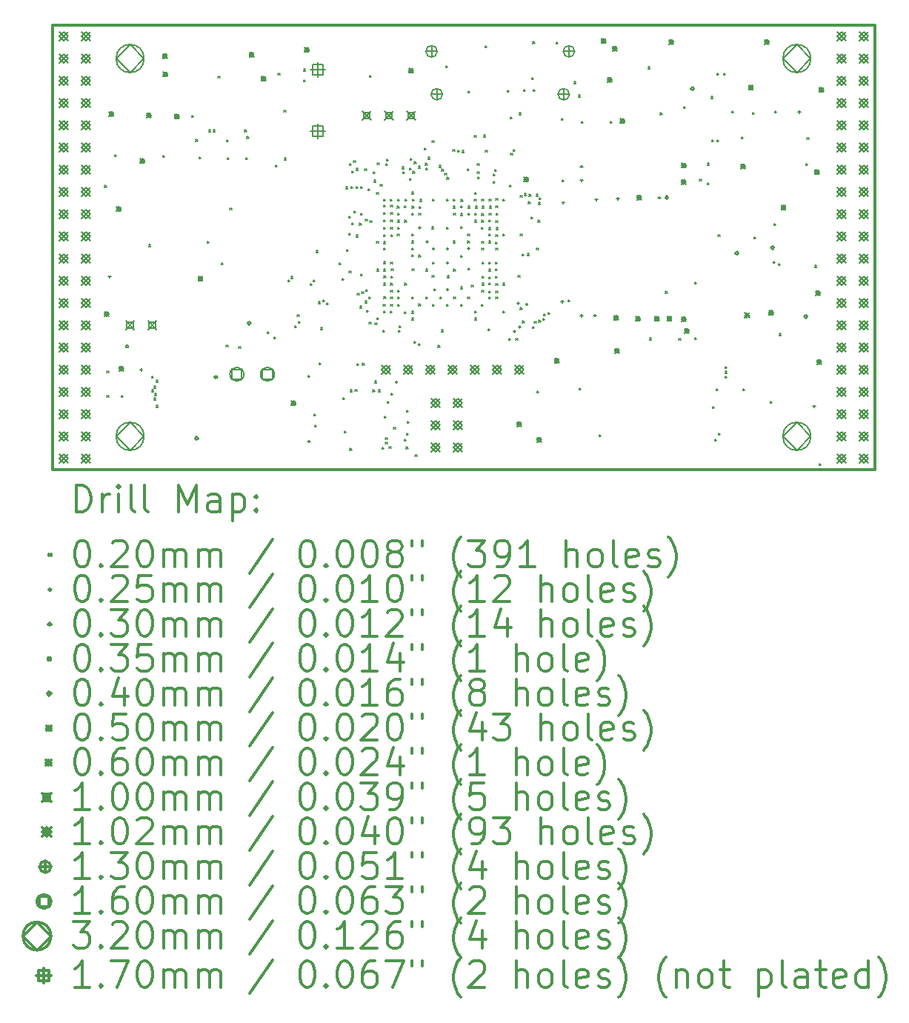
<source format=gbr>
%FSLAX45Y45*%
G04 Gerber Fmt 4.5, Leading zero omitted, Abs format (unit mm)*
G04 Created by KiCad (PCBNEW 5.0.0-rc3+dfsg1-2) date Tue Jul 17 12:34:02 2018*
%MOMM*%
%LPD*%
G01*
G04 APERTURE LIST*
%ADD10C,0.300000*%
%ADD11C,0.200000*%
G04 APERTURE END LIST*
D10*
X9410000Y-6142000D02*
X9410000Y-11222000D01*
X18808000Y-6142000D02*
X9410000Y-6142000D01*
X18808000Y-11222000D02*
X18808000Y-6142000D01*
X9410000Y-11222000D02*
X18808000Y-11222000D01*
D11*
X10009600Y-7973500D02*
X10029600Y-7993500D01*
X10029600Y-7973500D02*
X10009600Y-7993500D01*
X10035000Y-10094400D02*
X10055000Y-10114400D01*
X10055000Y-10094400D02*
X10035000Y-10114400D01*
X10035000Y-10373800D02*
X10055000Y-10393800D01*
X10055000Y-10373800D02*
X10035000Y-10393800D01*
X10125400Y-7619700D02*
X10145400Y-7639700D01*
X10145400Y-7619700D02*
X10125400Y-7639700D01*
X10200100Y-10373800D02*
X10220100Y-10393800D01*
X10220100Y-10373800D02*
X10200100Y-10393800D01*
X10514501Y-8649556D02*
X10534501Y-8669556D01*
X10534501Y-8649556D02*
X10514501Y-8669556D01*
X10545314Y-10310867D02*
X10565314Y-10330867D01*
X10565314Y-10310867D02*
X10545314Y-10330867D01*
X10547276Y-10151849D02*
X10567276Y-10171849D01*
X10567276Y-10151849D02*
X10547276Y-10171849D01*
X10574100Y-10266721D02*
X10594100Y-10286721D01*
X10594100Y-10266721D02*
X10574100Y-10286721D01*
X10574777Y-10403885D02*
X10594777Y-10423885D01*
X10594777Y-10403885D02*
X10574777Y-10423885D01*
X10579048Y-10351357D02*
X10599048Y-10371357D01*
X10599048Y-10351357D02*
X10579048Y-10371357D01*
X10597613Y-10199347D02*
X10617613Y-10219347D01*
X10617613Y-10199347D02*
X10597613Y-10219347D01*
X10598875Y-10487404D02*
X10618875Y-10507404D01*
X10618875Y-10487404D02*
X10598875Y-10507404D01*
X10671500Y-7632400D02*
X10691500Y-7652400D01*
X10691500Y-7632400D02*
X10671500Y-7652400D01*
X11001700Y-7175200D02*
X11021700Y-7195200D01*
X11021700Y-7175200D02*
X11001700Y-7195200D01*
X11049908Y-7448938D02*
X11069908Y-7468938D01*
X11069908Y-7448938D02*
X11049908Y-7468938D01*
X11090600Y-7645100D02*
X11110600Y-7665100D01*
X11110600Y-7645100D02*
X11090600Y-7665100D01*
X11179522Y-8615379D02*
X11199522Y-8635379D01*
X11199522Y-8615379D02*
X11179522Y-8635379D01*
X11197485Y-7337442D02*
X11217485Y-7357442D01*
X11217485Y-7337442D02*
X11197485Y-7357442D01*
X11251427Y-7337442D02*
X11271427Y-7357442D01*
X11271427Y-7337442D02*
X11251427Y-7357442D01*
X11305725Y-6724363D02*
X11325725Y-6744363D01*
X11325725Y-6724363D02*
X11305725Y-6744363D01*
X11344600Y-8857950D02*
X11364600Y-8877950D01*
X11364600Y-8857950D02*
X11344600Y-8877950D01*
X11397399Y-9798805D02*
X11417399Y-9818805D01*
X11417399Y-9798805D02*
X11397399Y-9818805D01*
X11400408Y-7451220D02*
X11420408Y-7471220D01*
X11420408Y-7451220D02*
X11400408Y-7471220D01*
X11408100Y-7657800D02*
X11428100Y-7677800D01*
X11428100Y-7657800D02*
X11408100Y-7677800D01*
X11441393Y-8230943D02*
X11461393Y-8250943D01*
X11461393Y-8230943D02*
X11441393Y-8250943D01*
X11541450Y-9816800D02*
X11561450Y-9836800D01*
X11561450Y-9816800D02*
X11541450Y-9836800D01*
X11609800Y-7337442D02*
X11629800Y-7357442D01*
X11629800Y-7337442D02*
X11609800Y-7357442D01*
X11624000Y-7657800D02*
X11644000Y-7677800D01*
X11644000Y-7657800D02*
X11624000Y-7677800D01*
X11635200Y-7414700D02*
X11655200Y-7434700D01*
X11655200Y-7414700D02*
X11635200Y-7434700D01*
X11869741Y-9643441D02*
X11889741Y-9663441D01*
X11889741Y-9643441D02*
X11869741Y-9663441D01*
X11941500Y-9702500D02*
X11961500Y-9722500D01*
X11961500Y-9702500D02*
X11941500Y-9722500D01*
X11959215Y-7739412D02*
X11979215Y-7759412D01*
X11979215Y-7739412D02*
X11959215Y-7759412D01*
X11990800Y-6690800D02*
X12010800Y-6710800D01*
X12010800Y-6690800D02*
X11990800Y-6710800D01*
X12056498Y-7112736D02*
X12076498Y-7132736D01*
X12076498Y-7112736D02*
X12056498Y-7132736D01*
X12063993Y-7659408D02*
X12083993Y-7679408D01*
X12083993Y-7659408D02*
X12063993Y-7679408D01*
X12106600Y-9054800D02*
X12126600Y-9074800D01*
X12126600Y-9054800D02*
X12106600Y-9074800D01*
X12139415Y-9013562D02*
X12159415Y-9033562D01*
X12159415Y-9013562D02*
X12139415Y-9033562D01*
X12182800Y-9575500D02*
X12202800Y-9595500D01*
X12202800Y-9575500D02*
X12182800Y-9595500D01*
X12210364Y-9448538D02*
X12230364Y-9468538D01*
X12230364Y-9448538D02*
X12210364Y-9468538D01*
X12220900Y-9524700D02*
X12240900Y-9544700D01*
X12240900Y-9524700D02*
X12220900Y-9544700D01*
X12282618Y-6643232D02*
X12302618Y-6663232D01*
X12302618Y-6643232D02*
X12282618Y-6663232D01*
X12284400Y-6768800D02*
X12304400Y-6788800D01*
X12304400Y-6768800D02*
X12284400Y-6788800D01*
X12332545Y-10146435D02*
X12352545Y-10166435D01*
X12352545Y-10146435D02*
X12332545Y-10166435D01*
X12360966Y-9096472D02*
X12380966Y-9116472D01*
X12380966Y-9096472D02*
X12360966Y-9116472D01*
X12391502Y-9053519D02*
X12411502Y-9073519D01*
X12411502Y-9053519D02*
X12391502Y-9073519D01*
X12403550Y-10583350D02*
X12423550Y-10603350D01*
X12423550Y-10583350D02*
X12403550Y-10603350D01*
X12410242Y-10710764D02*
X12430242Y-10730764D01*
X12430242Y-10710764D02*
X12410242Y-10730764D01*
X12426118Y-8717437D02*
X12446118Y-8737437D01*
X12446118Y-8717437D02*
X12426118Y-8737437D01*
X12426118Y-8717437D02*
X12446118Y-8737437D01*
X12446118Y-8717437D02*
X12426118Y-8737437D01*
X12453269Y-9302035D02*
X12473269Y-9322035D01*
X12473269Y-9302035D02*
X12453269Y-9322035D01*
X12460744Y-10002698D02*
X12480744Y-10022698D01*
X12480744Y-10002698D02*
X12460744Y-10022698D01*
X12474902Y-9600287D02*
X12494902Y-9620287D01*
X12494902Y-9600287D02*
X12474902Y-9620287D01*
X12501033Y-9279764D02*
X12521033Y-9299764D01*
X12521033Y-9279764D02*
X12501033Y-9299764D01*
X12542510Y-9313676D02*
X12562510Y-9333676D01*
X12562510Y-9313676D02*
X12542510Y-9333676D01*
X12687018Y-8855931D02*
X12707018Y-8875931D01*
X12707018Y-8855931D02*
X12687018Y-8875931D01*
X12720111Y-9035435D02*
X12740111Y-9055435D01*
X12740111Y-9035435D02*
X12720111Y-9055435D01*
X12731909Y-10397773D02*
X12751909Y-10417773D01*
X12751909Y-10397773D02*
X12731909Y-10417773D01*
X12748660Y-10777504D02*
X12768660Y-10797504D01*
X12768660Y-10777504D02*
X12748660Y-10797504D01*
X12764988Y-7989114D02*
X12784988Y-8009114D01*
X12784988Y-7989114D02*
X12764988Y-8009114D01*
X12771035Y-8708207D02*
X12791035Y-8728207D01*
X12791035Y-8708207D02*
X12771035Y-8728207D01*
X12796207Y-8322888D02*
X12816207Y-8342888D01*
X12816207Y-8322888D02*
X12796207Y-8342888D01*
X12799179Y-8517702D02*
X12819179Y-8537702D01*
X12819179Y-8517702D02*
X12799179Y-8537702D01*
X12803679Y-8951152D02*
X12823679Y-8971152D01*
X12823679Y-8951152D02*
X12803679Y-8971152D01*
X12805201Y-7723267D02*
X12825201Y-7743267D01*
X12825201Y-7723267D02*
X12805201Y-7743267D01*
X12810474Y-10979299D02*
X12830474Y-10999299D01*
X12830474Y-10979299D02*
X12810474Y-10999299D01*
X12814780Y-10310898D02*
X12834780Y-10330898D01*
X12834780Y-10310898D02*
X12814780Y-10330898D01*
X12822879Y-7985310D02*
X12842879Y-8005310D01*
X12842879Y-7985310D02*
X12822879Y-8005310D01*
X12834680Y-7807951D02*
X12854680Y-7827951D01*
X12854680Y-7807951D02*
X12834680Y-7827951D01*
X12835268Y-8401687D02*
X12855268Y-8421687D01*
X12855268Y-8401687D02*
X12835268Y-8421687D01*
X12854493Y-7691566D02*
X12874493Y-7711566D01*
X12874493Y-7691566D02*
X12854493Y-7711566D01*
X12859178Y-8263722D02*
X12879178Y-8283722D01*
X12879178Y-8263722D02*
X12859178Y-8283722D01*
X12870682Y-10308590D02*
X12890682Y-10328590D01*
X12890682Y-10308590D02*
X12870682Y-10328590D01*
X12880857Y-7988548D02*
X12900857Y-8008548D01*
X12900857Y-7988548D02*
X12880857Y-8008548D01*
X12881301Y-8540585D02*
X12901301Y-8560585D01*
X12901301Y-8540585D02*
X12881301Y-8560585D01*
X12886175Y-7777882D02*
X12906175Y-7797882D01*
X12906175Y-7777882D02*
X12886175Y-7797882D01*
X12890520Y-10007480D02*
X12910520Y-10027480D01*
X12910520Y-10007480D02*
X12890520Y-10027480D01*
X12895573Y-9206272D02*
X12915573Y-9226272D01*
X12915573Y-9206272D02*
X12895573Y-9226272D01*
X12920256Y-8405350D02*
X12940256Y-8425350D01*
X12940256Y-8405350D02*
X12920256Y-8425350D01*
X12926203Y-9354578D02*
X12946203Y-9374578D01*
X12946203Y-9354578D02*
X12926203Y-9374578D01*
X12933760Y-7984679D02*
X12953760Y-8004679D01*
X12953760Y-7984679D02*
X12933760Y-8004679D01*
X12934924Y-8983794D02*
X12954924Y-9003794D01*
X12954924Y-8983794D02*
X12934924Y-9003794D01*
X12935809Y-8290406D02*
X12955809Y-8310406D01*
X12955809Y-8290406D02*
X12935809Y-8310406D01*
X12946857Y-9190566D02*
X12966857Y-9210566D01*
X12966857Y-9190566D02*
X12946857Y-9210566D01*
X12956000Y-10005500D02*
X12976000Y-10025500D01*
X12976000Y-10005500D02*
X12956000Y-10025500D01*
X12982095Y-7781082D02*
X13002095Y-7801082D01*
X13002095Y-7781082D02*
X12982095Y-7801082D01*
X12987271Y-9293510D02*
X13007271Y-9313510D01*
X13007271Y-9293510D02*
X12987271Y-9313510D01*
X12989202Y-8359151D02*
X13009202Y-8379151D01*
X13009202Y-8359151D02*
X12989202Y-8379151D01*
X12991955Y-9163298D02*
X13011955Y-9183298D01*
X13011955Y-9163298D02*
X12991955Y-9183298D01*
X13002337Y-9402267D02*
X13022337Y-9422267D01*
X13022337Y-9402267D02*
X13002337Y-9422267D01*
X13017215Y-8013821D02*
X13037215Y-8033821D01*
X13037215Y-8013821D02*
X13017215Y-8033821D01*
X13028454Y-9248473D02*
X13048454Y-9268473D01*
X13048454Y-9248473D02*
X13028454Y-9268473D01*
X13032200Y-9535600D02*
X13052200Y-9555600D01*
X13052200Y-9535600D02*
X13032200Y-9555600D01*
X13033700Y-6718000D02*
X13053700Y-6738000D01*
X13053700Y-6718000D02*
X13033700Y-6738000D01*
X13038793Y-8376986D02*
X13058793Y-8396986D01*
X13058793Y-8376986D02*
X13038793Y-8396986D01*
X13073948Y-10310899D02*
X13093948Y-10330899D01*
X13093948Y-10310899D02*
X13073948Y-10330899D01*
X13077859Y-7815329D02*
X13097859Y-7835329D01*
X13097859Y-7815329D02*
X13077859Y-7835329D01*
X13085264Y-7914901D02*
X13105264Y-7934901D01*
X13105264Y-7914901D02*
X13085264Y-7934901D01*
X13093907Y-10208700D02*
X13113907Y-10228700D01*
X13113907Y-10208700D02*
X13093907Y-10228700D01*
X13098471Y-9546418D02*
X13118471Y-9566418D01*
X13118471Y-9546418D02*
X13098471Y-9566418D01*
X13116430Y-8612711D02*
X13136430Y-8632711D01*
X13136430Y-8612711D02*
X13116430Y-8632711D01*
X13116518Y-8052178D02*
X13136518Y-8072178D01*
X13136518Y-8052178D02*
X13116518Y-8072178D01*
X13117950Y-8930733D02*
X13137950Y-8950733D01*
X13137950Y-8930733D02*
X13117950Y-8950733D01*
X13121616Y-9485914D02*
X13141616Y-9505914D01*
X13141616Y-9485914D02*
X13121616Y-9505914D01*
X13125345Y-7716470D02*
X13145345Y-7736470D01*
X13145345Y-7716470D02*
X13125345Y-7736470D01*
X13135385Y-10310829D02*
X13155385Y-10330829D01*
X13155385Y-10310829D02*
X13135385Y-10330829D01*
X13157757Y-7959799D02*
X13177757Y-7979799D01*
X13177757Y-7959799D02*
X13157757Y-7979799D01*
X13178250Y-10964350D02*
X13198250Y-10984350D01*
X13198250Y-10964350D02*
X13178250Y-10984350D01*
X13188633Y-9630479D02*
X13208633Y-9650479D01*
X13208633Y-9630479D02*
X13188633Y-9650479D01*
X13193199Y-9330000D02*
X13213199Y-9350000D01*
X13213199Y-9330000D02*
X13193199Y-9350000D01*
X13197562Y-8931064D02*
X13217562Y-8951064D01*
X13217562Y-8931064D02*
X13197562Y-8951064D01*
X13197734Y-9090201D02*
X13217734Y-9110201D01*
X13217734Y-9090201D02*
X13197734Y-9110201D01*
X13197902Y-8284734D02*
X13217902Y-8304734D01*
X13217902Y-8284734D02*
X13197902Y-8304734D01*
X13197999Y-8200333D02*
X13217999Y-8220333D01*
X13217999Y-8200333D02*
X13197999Y-8220333D01*
X13198000Y-8690000D02*
X13218000Y-8710000D01*
X13218000Y-8690000D02*
X13198000Y-8710000D01*
X13198000Y-9410000D02*
X13218000Y-9430000D01*
X13218000Y-9410000D02*
X13198000Y-9430000D01*
X13198303Y-8616041D02*
X13218303Y-8636041D01*
X13218303Y-8616041D02*
X13198303Y-8636041D01*
X13198368Y-8369136D02*
X13218368Y-8389136D01*
X13218368Y-8369136D02*
X13198368Y-8389136D01*
X13198405Y-8845827D02*
X13218405Y-8865827D01*
X13218405Y-8845827D02*
X13198405Y-8865827D01*
X13198801Y-8130801D02*
X13218801Y-8150801D01*
X13218801Y-8130801D02*
X13198801Y-8150801D01*
X13198979Y-8537938D02*
X13218979Y-8557938D01*
X13218979Y-8537938D02*
X13198979Y-8557938D01*
X13199289Y-8453537D02*
X13219289Y-8473537D01*
X13219289Y-8453537D02*
X13199289Y-8473537D01*
X13200000Y-9005799D02*
X13220000Y-9025799D01*
X13220000Y-9005799D02*
X13200000Y-9025799D01*
X13201075Y-9242748D02*
X13221075Y-9262748D01*
X13221075Y-9242748D02*
X13201075Y-9262748D01*
X13206286Y-10608587D02*
X13226286Y-10628587D01*
X13226286Y-10608587D02*
X13206286Y-10628587D01*
X13217511Y-10908296D02*
X13237511Y-10928296D01*
X13237511Y-10908296D02*
X13217511Y-10928296D01*
X13218833Y-10855612D02*
X13238833Y-10875612D01*
X13238833Y-10855612D02*
X13218833Y-10875612D01*
X13220903Y-7724256D02*
X13240903Y-7744256D01*
X13240903Y-7724256D02*
X13220903Y-7744256D01*
X13232873Y-7672932D02*
X13252873Y-7692932D01*
X13252873Y-7672932D02*
X13232873Y-7692932D01*
X13236800Y-10440341D02*
X13256800Y-10460341D01*
X13256800Y-10440341D02*
X13236800Y-10460341D01*
X13260800Y-10958000D02*
X13280800Y-10978000D01*
X13280800Y-10958000D02*
X13260800Y-10978000D01*
X13272048Y-8130098D02*
X13292048Y-8150098D01*
X13292048Y-8130098D02*
X13272048Y-8150098D01*
X13274623Y-9409707D02*
X13294623Y-9429707D01*
X13294623Y-9409707D02*
X13274623Y-9429707D01*
X13277261Y-8284735D02*
X13297261Y-8304735D01*
X13297261Y-8284735D02*
X13277261Y-8304735D01*
X13278000Y-8200334D02*
X13298000Y-8220334D01*
X13298000Y-8200334D02*
X13278000Y-8220334D01*
X13278000Y-8850000D02*
X13298000Y-8870000D01*
X13298000Y-8850000D02*
X13278000Y-8870000D01*
X13278000Y-9090000D02*
X13298000Y-9110000D01*
X13298000Y-9090000D02*
X13278000Y-9110000D01*
X13278000Y-9170000D02*
X13298000Y-9190000D01*
X13298000Y-9170000D02*
X13278000Y-9190000D01*
X13278000Y-9250000D02*
X13298000Y-9270000D01*
X13298000Y-9250000D02*
X13278000Y-9270000D01*
X13278000Y-9330000D02*
X13298000Y-9350000D01*
X13298000Y-9330000D02*
X13278000Y-9350000D01*
X13278175Y-8369136D02*
X13298175Y-8389136D01*
X13298175Y-8369136D02*
X13278175Y-8389136D01*
X13278218Y-8453537D02*
X13298218Y-8473537D01*
X13298218Y-8453537D02*
X13278218Y-8473537D01*
X13279688Y-8536938D02*
X13299688Y-8556938D01*
X13299688Y-8536938D02*
X13279688Y-8556938D01*
X13280000Y-9008000D02*
X13300000Y-9028000D01*
X13300000Y-9008000D02*
X13280000Y-9028000D01*
X13282849Y-10350134D02*
X13302849Y-10370134D01*
X13302849Y-10350134D02*
X13282849Y-10370134D01*
X13286200Y-8926000D02*
X13306200Y-8946000D01*
X13306200Y-8926000D02*
X13286200Y-8946000D01*
X13311600Y-10736500D02*
X13331600Y-10756500D01*
X13331600Y-10736500D02*
X13311600Y-10756500D01*
X13352314Y-8526642D02*
X13372314Y-8546642D01*
X13372314Y-8526642D02*
X13352314Y-8546642D01*
X13354839Y-8209060D02*
X13374839Y-8229060D01*
X13374839Y-8209060D02*
X13354839Y-8229060D01*
X13356449Y-8131468D02*
X13376449Y-8151468D01*
X13376449Y-8131468D02*
X13356449Y-8151468D01*
X13357194Y-8449520D02*
X13377194Y-8469520D01*
X13377194Y-8449520D02*
X13357194Y-8469520D01*
X13358000Y-8290000D02*
X13378000Y-8310000D01*
X13378000Y-8290000D02*
X13358000Y-8310000D01*
X13358000Y-8370000D02*
X13378000Y-8390000D01*
X13378000Y-8370000D02*
X13358000Y-8390000D01*
X13358000Y-9170000D02*
X13378000Y-9190000D01*
X13378000Y-9170000D02*
X13358000Y-9190000D01*
X13358000Y-9250000D02*
X13378000Y-9270000D01*
X13378000Y-9250000D02*
X13358000Y-9270000D01*
X13358548Y-9330230D02*
X13378548Y-9350230D01*
X13378548Y-9330230D02*
X13358548Y-9350230D01*
X13366285Y-9629515D02*
X13386285Y-9649515D01*
X13386285Y-9629515D02*
X13366285Y-9649515D01*
X13375239Y-9577580D02*
X13395239Y-9597580D01*
X13395239Y-9577580D02*
X13375239Y-9597580D01*
X13407730Y-7762109D02*
X13427730Y-7782109D01*
X13427730Y-7762109D02*
X13407730Y-7782109D01*
X13415018Y-7815381D02*
X13435018Y-7835381D01*
X13435018Y-7815381D02*
X13415018Y-7835381D01*
X13433398Y-8208015D02*
X13453398Y-8228015D01*
X13453398Y-8208015D02*
X13433398Y-8228015D01*
X13435582Y-9416717D02*
X13455582Y-9436717D01*
X13455582Y-9416717D02*
X13435582Y-9436717D01*
X13436400Y-10874197D02*
X13456400Y-10894197D01*
X13456400Y-10874197D02*
X13436400Y-10894197D01*
X13438000Y-8370000D02*
X13458000Y-8390000D01*
X13458000Y-8370000D02*
X13438000Y-8390000D01*
X13438000Y-9090000D02*
X13458000Y-9110000D01*
X13458000Y-9090000D02*
X13438000Y-9110000D01*
X13440850Y-8130675D02*
X13460850Y-8150675D01*
X13460850Y-8130675D02*
X13440850Y-8150675D01*
X13453687Y-10961995D02*
X13473687Y-10981995D01*
X13473687Y-10961995D02*
X13453687Y-10981995D01*
X13457587Y-10803159D02*
X13477587Y-10823159D01*
X13477587Y-10803159D02*
X13457587Y-10823159D01*
X13460735Y-10540845D02*
X13480735Y-10560845D01*
X13480735Y-10540845D02*
X13460735Y-10560845D01*
X13465065Y-10671051D02*
X13485065Y-10691051D01*
X13485065Y-10671051D02*
X13465065Y-10691051D01*
X13492132Y-7892495D02*
X13512132Y-7912495D01*
X13512132Y-7892495D02*
X13492132Y-7912495D01*
X13493478Y-7773120D02*
X13513478Y-7793120D01*
X13513478Y-7773120D02*
X13493478Y-7793120D01*
X13502968Y-7663013D02*
X13522968Y-7683013D01*
X13522968Y-7663013D02*
X13502968Y-7683013D01*
X13516300Y-8762700D02*
X13536300Y-8782700D01*
X13536300Y-8762700D02*
X13516300Y-8782700D01*
X13518000Y-8292201D02*
X13538000Y-8312201D01*
X13538000Y-8292201D02*
X13518000Y-8312201D01*
X13518000Y-8530000D02*
X13538000Y-8550000D01*
X13538000Y-8530000D02*
X13518000Y-8550000D01*
X13518000Y-8610000D02*
X13538000Y-8630000D01*
X13538000Y-8610000D02*
X13518000Y-8630000D01*
X13518000Y-8690000D02*
X13538000Y-8710000D01*
X13538000Y-8690000D02*
X13518000Y-8710000D01*
X13518000Y-9250000D02*
X13538000Y-9270000D01*
X13538000Y-9250000D02*
X13518000Y-9270000D01*
X13518128Y-8048312D02*
X13538128Y-8068312D01*
X13538128Y-8048312D02*
X13518128Y-8068312D01*
X13518463Y-9488530D02*
X13538463Y-9508530D01*
X13538463Y-9488530D02*
X13518463Y-9508530D01*
X13518862Y-9412562D02*
X13538862Y-9432562D01*
X13538862Y-9412562D02*
X13518862Y-9432562D01*
X13521538Y-8209385D02*
X13541538Y-8229385D01*
X13541538Y-8209385D02*
X13521538Y-8229385D01*
X13524276Y-8928163D02*
X13544276Y-8948163D01*
X13544276Y-8928163D02*
X13524276Y-8948163D01*
X13525957Y-8129544D02*
X13545957Y-8149544D01*
X13545957Y-8129544D02*
X13525957Y-8149544D01*
X13531439Y-7812965D02*
X13551439Y-7832965D01*
X13551439Y-7812965D02*
X13531439Y-7832965D01*
X13541700Y-9753300D02*
X13561700Y-9773300D01*
X13561700Y-9753300D02*
X13541700Y-9773300D01*
X13548770Y-7704070D02*
X13568770Y-7724070D01*
X13568770Y-7704070D02*
X13548770Y-7724070D01*
X13555656Y-11051071D02*
X13575656Y-11071071D01*
X13575656Y-11051071D02*
X13555656Y-11071071D01*
X13594882Y-7754550D02*
X13614882Y-7774550D01*
X13614882Y-7754550D02*
X13594882Y-7774550D01*
X13595027Y-9781423D02*
X13615027Y-9801423D01*
X13615027Y-9781423D02*
X13595027Y-9801423D01*
X13598000Y-8290000D02*
X13618000Y-8310000D01*
X13618000Y-8290000D02*
X13598000Y-8310000D01*
X13598000Y-8770000D02*
X13618000Y-8790000D01*
X13618000Y-8770000D02*
X13598000Y-8790000D01*
X13599596Y-9326965D02*
X13619596Y-9346965D01*
X13619596Y-9326965D02*
X13599596Y-9346965D01*
X13602455Y-8216004D02*
X13622455Y-8236004D01*
X13622455Y-8216004D02*
X13602455Y-8236004D01*
X13613334Y-8133723D02*
X13633334Y-8153723D01*
X13633334Y-8133723D02*
X13613334Y-8153723D01*
X13664259Y-7547941D02*
X13684259Y-7567941D01*
X13684259Y-7547941D02*
X13664259Y-7567941D01*
X13676320Y-7718760D02*
X13696320Y-7738760D01*
X13696320Y-7718760D02*
X13676320Y-7738760D01*
X13678000Y-8930000D02*
X13698000Y-8950000D01*
X13698000Y-8930000D02*
X13678000Y-8950000D01*
X13678000Y-9250000D02*
X13698000Y-9270000D01*
X13698000Y-9250000D02*
X13678000Y-9270000D01*
X13679461Y-7776107D02*
X13699461Y-7796107D01*
X13699461Y-7776107D02*
X13679461Y-7796107D01*
X13707437Y-7652487D02*
X13727437Y-7672487D01*
X13727437Y-7652487D02*
X13707437Y-7672487D01*
X13745078Y-8447729D02*
X13765078Y-8467729D01*
X13765078Y-8447729D02*
X13745078Y-8467729D01*
X13752489Y-9002290D02*
X13772489Y-9022290D01*
X13772489Y-9002290D02*
X13752489Y-9022290D01*
X13752520Y-7459680D02*
X13772520Y-7479680D01*
X13772520Y-7459680D02*
X13752520Y-7479680D01*
X13758000Y-8130000D02*
X13778000Y-8150000D01*
X13778000Y-8130000D02*
X13758000Y-8150000D01*
X13758000Y-8850000D02*
X13778000Y-8870000D01*
X13778000Y-8850000D02*
X13758000Y-8870000D01*
X13758000Y-9330000D02*
X13778000Y-9350000D01*
X13778000Y-9330000D02*
X13758000Y-9350000D01*
X13770300Y-9156400D02*
X13790300Y-9176400D01*
X13790300Y-9156400D02*
X13770300Y-9176400D01*
X13819600Y-9802300D02*
X13839600Y-9822300D01*
X13839600Y-9802300D02*
X13819600Y-9822300D01*
X13830592Y-7745154D02*
X13850592Y-7765154D01*
X13850592Y-7745154D02*
X13830592Y-7765154D01*
X13838000Y-9250000D02*
X13858000Y-9270000D01*
X13858000Y-9250000D02*
X13838000Y-9270000D01*
X13857700Y-9624500D02*
X13877700Y-9644500D01*
X13877700Y-9624500D02*
X13857700Y-9644500D01*
X13862293Y-7788159D02*
X13882293Y-7808159D01*
X13882293Y-7788159D02*
X13862293Y-7808159D01*
X13893994Y-7831909D02*
X13913994Y-7851909D01*
X13913994Y-7831909D02*
X13893994Y-7851909D01*
X13910000Y-6603700D02*
X13930000Y-6623700D01*
X13930000Y-6603700D02*
X13910000Y-6623700D01*
X13917252Y-8451135D02*
X13937252Y-8471135D01*
X13937252Y-8451135D02*
X13917252Y-8471135D01*
X13918000Y-8130000D02*
X13938000Y-8150000D01*
X13938000Y-8130000D02*
X13918000Y-8150000D01*
X13918000Y-9330000D02*
X13938000Y-9350000D01*
X13938000Y-9330000D02*
X13918000Y-9350000D01*
X13921466Y-7881869D02*
X13941466Y-7901869D01*
X13941466Y-7881869D02*
X13921466Y-7901869D01*
X13922232Y-9006404D02*
X13942232Y-9026404D01*
X13942232Y-9006404D02*
X13922232Y-9026404D01*
X13989274Y-7564800D02*
X14009274Y-7584800D01*
X14009274Y-7564800D02*
X13989274Y-7584800D01*
X13991460Y-8609297D02*
X14011460Y-8629297D01*
X14011460Y-8609297D02*
X13991460Y-8629297D01*
X13992898Y-8130000D02*
X14012898Y-8150000D01*
X14012898Y-8130000D02*
X13992898Y-8150000D01*
X13992898Y-8210000D02*
X14012898Y-8230000D01*
X14012898Y-8210000D02*
X13992898Y-8230000D01*
X13996000Y-8292000D02*
X14016000Y-8312000D01*
X14016000Y-8292000D02*
X13996000Y-8312000D01*
X13998000Y-8930000D02*
X14018000Y-8950000D01*
X14018000Y-8930000D02*
X13998000Y-8950000D01*
X13998000Y-9250000D02*
X14018000Y-9270000D01*
X14018000Y-9250000D02*
X13998000Y-9270000D01*
X14041773Y-7569399D02*
X14061773Y-7589399D01*
X14061773Y-7569399D02*
X14041773Y-7589399D01*
X14076133Y-8294127D02*
X14096133Y-8314127D01*
X14096133Y-8294127D02*
X14076133Y-8314127D01*
X14077299Y-8207716D02*
X14097299Y-8227716D01*
X14097299Y-8207716D02*
X14077299Y-8227716D01*
X14077419Y-9133335D02*
X14097419Y-9153335D01*
X14097419Y-9133335D02*
X14077419Y-9153335D01*
X14077693Y-8445254D02*
X14097693Y-8465254D01*
X14097693Y-8445254D02*
X14077693Y-8465254D01*
X14078000Y-9330000D02*
X14098000Y-9350000D01*
X14098000Y-9330000D02*
X14078000Y-9350000D01*
X14079623Y-8771623D02*
X14099623Y-8791623D01*
X14099623Y-8771623D02*
X14079623Y-8791623D01*
X14082264Y-8134744D02*
X14102264Y-8154744D01*
X14102264Y-8134744D02*
X14082264Y-8154744D01*
X14094211Y-7574661D02*
X14114211Y-7594661D01*
X14114211Y-7574661D02*
X14094211Y-7594661D01*
X14152481Y-7781450D02*
X14172481Y-7801450D01*
X14172481Y-7781450D02*
X14152481Y-7801450D01*
X14158000Y-8530000D02*
X14178000Y-8550000D01*
X14178000Y-8530000D02*
X14158000Y-8550000D01*
X14158000Y-8610000D02*
X14178000Y-8630000D01*
X14178000Y-8610000D02*
X14158000Y-8630000D01*
X14158000Y-9250000D02*
X14178000Y-9270000D01*
X14178000Y-9250000D02*
X14158000Y-9270000D01*
X14162701Y-8209494D02*
X14182701Y-8229494D01*
X14182701Y-8209494D02*
X14162701Y-8229494D01*
X14162701Y-8289887D02*
X14182701Y-8309887D01*
X14182701Y-8289887D02*
X14162701Y-8309887D01*
X14164000Y-8915099D02*
X14184000Y-8935099D01*
X14184000Y-8915099D02*
X14164000Y-8935099D01*
X14164285Y-6893836D02*
X14184285Y-6913836D01*
X14184285Y-6893836D02*
X14164285Y-6913836D01*
X14200722Y-9110102D02*
X14220722Y-9130102D01*
X14220722Y-9110102D02*
X14200722Y-9130102D01*
X14233699Y-7403800D02*
X14253699Y-7423800D01*
X14253699Y-7403800D02*
X14233699Y-7423800D01*
X14235032Y-8132000D02*
X14255032Y-8152000D01*
X14255032Y-8132000D02*
X14235032Y-8152000D01*
X14236000Y-8052000D02*
X14256000Y-8072000D01*
X14256000Y-8052000D02*
X14236000Y-8072000D01*
X14236000Y-8292000D02*
X14256000Y-8312000D01*
X14256000Y-8292000D02*
X14236000Y-8312000D01*
X14238000Y-8370000D02*
X14258000Y-8390000D01*
X14258000Y-8370000D02*
X14238000Y-8390000D01*
X14238000Y-9410000D02*
X14258000Y-9430000D01*
X14258000Y-9410000D02*
X14238000Y-9430000D01*
X14238000Y-9490000D02*
X14258000Y-9510000D01*
X14258000Y-9490000D02*
X14238000Y-9510000D01*
X14247102Y-8210435D02*
X14267102Y-8230435D01*
X14267102Y-8210435D02*
X14247102Y-8230435D01*
X14268441Y-7818307D02*
X14288441Y-7838307D01*
X14288441Y-7818307D02*
X14268441Y-7838307D01*
X14268583Y-7724192D02*
X14288583Y-7744192D01*
X14288583Y-7724192D02*
X14268583Y-7744192D01*
X14271130Y-7874603D02*
X14291130Y-7894603D01*
X14291130Y-7874603D02*
X14271130Y-7894603D01*
X14316000Y-8452000D02*
X14336000Y-8472000D01*
X14336000Y-8452000D02*
X14316000Y-8472000D01*
X14316969Y-9331491D02*
X14336969Y-9351491D01*
X14336969Y-9331491D02*
X14316969Y-9351491D01*
X14318000Y-8370000D02*
X14338000Y-8390000D01*
X14338000Y-8370000D02*
X14318000Y-8390000D01*
X14318000Y-8690000D02*
X14338000Y-8710000D01*
X14338000Y-8690000D02*
X14318000Y-8710000D01*
X14318000Y-9170000D02*
X14338000Y-9190000D01*
X14338000Y-9170000D02*
X14318000Y-9190000D01*
X14318740Y-8294201D02*
X14338740Y-8314201D01*
X14338740Y-8294201D02*
X14318740Y-8314201D01*
X14319433Y-8127729D02*
X14339433Y-8147729D01*
X14339433Y-8127729D02*
X14319433Y-8147729D01*
X14320000Y-8612000D02*
X14340000Y-8632000D01*
X14340000Y-8612000D02*
X14320000Y-8632000D01*
X14322201Y-8849503D02*
X14342201Y-8869503D01*
X14342201Y-8849503D02*
X14322201Y-8869503D01*
X14322201Y-9010195D02*
X14342201Y-9030195D01*
X14342201Y-9010195D02*
X14322201Y-9030195D01*
X14322201Y-9090066D02*
X14342201Y-9110066D01*
X14342201Y-9090066D02*
X14322201Y-9110066D01*
X14323265Y-8209799D02*
X14343265Y-8229799D01*
X14343265Y-8209799D02*
X14323265Y-8229799D01*
X14341800Y-7397450D02*
X14361800Y-7417450D01*
X14361800Y-7397450D02*
X14341800Y-7417450D01*
X14355067Y-6376252D02*
X14375067Y-6396252D01*
X14375067Y-6376252D02*
X14355067Y-6396252D01*
X14360888Y-7571730D02*
X14380888Y-7591730D01*
X14380888Y-7571730D02*
X14360888Y-7591730D01*
X14391100Y-9611800D02*
X14411100Y-9631800D01*
X14411100Y-9611800D02*
X14391100Y-9631800D01*
X14396483Y-9177765D02*
X14416483Y-9197765D01*
X14416483Y-9177765D02*
X14396483Y-9197765D01*
X14397624Y-8929530D02*
X14417624Y-8949530D01*
X14417624Y-8929530D02*
X14397624Y-8949530D01*
X14397701Y-9016697D02*
X14417701Y-9036697D01*
X14417701Y-9016697D02*
X14397701Y-9036697D01*
X14398000Y-8610000D02*
X14418000Y-8630000D01*
X14418000Y-8610000D02*
X14398000Y-8630000D01*
X14398000Y-9085650D02*
X14418000Y-9105650D01*
X14418000Y-9085650D02*
X14398000Y-9105650D01*
X14398283Y-8848451D02*
X14418283Y-8868451D01*
X14418283Y-8848451D02*
X14398283Y-8868451D01*
X14400201Y-8529722D02*
X14420201Y-8549722D01*
X14420201Y-8529722D02*
X14400201Y-8549722D01*
X14400319Y-8367799D02*
X14420319Y-8387799D01*
X14420319Y-8367799D02*
X14400319Y-8387799D01*
X14400350Y-8456040D02*
X14420350Y-8476040D01*
X14420350Y-8456040D02*
X14400350Y-8476040D01*
X14401325Y-9248876D02*
X14421325Y-9268876D01*
X14421325Y-9248876D02*
X14401325Y-9268876D01*
X14403141Y-8290000D02*
X14423141Y-8310000D01*
X14423141Y-8290000D02*
X14403141Y-8310000D01*
X14403835Y-8128377D02*
X14423835Y-8148377D01*
X14423835Y-8128377D02*
X14403835Y-8148377D01*
X14407666Y-8210000D02*
X14427666Y-8230000D01*
X14427666Y-8210000D02*
X14407666Y-8230000D01*
X14450634Y-7841735D02*
X14470634Y-7861735D01*
X14470634Y-7841735D02*
X14450634Y-7861735D01*
X14450634Y-7926136D02*
X14470634Y-7946136D01*
X14470634Y-7926136D02*
X14450634Y-7946136D01*
X14469153Y-7792394D02*
X14489153Y-7812394D01*
X14489153Y-7792394D02*
X14469153Y-7812394D01*
X14475676Y-8924990D02*
X14495676Y-8944990D01*
X14495676Y-8924990D02*
X14475676Y-8944990D01*
X14476724Y-9009392D02*
X14496724Y-9029392D01*
X14496724Y-9009392D02*
X14476724Y-9029392D01*
X14477515Y-8619275D02*
X14497515Y-8639275D01*
X14497515Y-8619275D02*
X14477515Y-8639275D01*
X14477765Y-8852201D02*
X14497765Y-8872201D01*
X14497765Y-8852201D02*
X14477765Y-8872201D01*
X14478235Y-9247799D02*
X14498235Y-9267799D01*
X14498235Y-9247799D02*
X14478235Y-9267799D01*
X14478778Y-8123192D02*
X14498778Y-8143192D01*
X14498778Y-8123192D02*
X14478778Y-8143192D01*
X14478812Y-8207593D02*
X14498812Y-8227593D01*
X14498812Y-8207593D02*
X14478812Y-8227593D01*
X14478935Y-8534874D02*
X14498935Y-8554874D01*
X14498935Y-8534874D02*
X14478935Y-8554874D01*
X14479160Y-9178194D02*
X14499160Y-9198194D01*
X14499160Y-9178194D02*
X14479160Y-9198194D01*
X14479432Y-8687756D02*
X14499432Y-8707756D01*
X14499432Y-8687756D02*
X14479432Y-8707756D01*
X14479670Y-8376395D02*
X14499670Y-8396395D01*
X14499670Y-8376395D02*
X14479670Y-8396395D01*
X14480294Y-9093793D02*
X14500294Y-9113793D01*
X14500294Y-9093793D02*
X14480294Y-9113793D01*
X14481241Y-8455796D02*
X14501241Y-8475796D01*
X14501241Y-8455796D02*
X14481241Y-8475796D01*
X14481689Y-8291994D02*
X14501689Y-8311994D01*
X14501689Y-8291994D02*
X14481689Y-8311994D01*
X14557281Y-8529606D02*
X14577281Y-8549606D01*
X14577281Y-8529606D02*
X14557281Y-8549606D01*
X14558000Y-8130512D02*
X14578000Y-8150512D01*
X14578000Y-8130512D02*
X14558000Y-8150512D01*
X14558739Y-9089665D02*
X14578739Y-9109665D01*
X14578739Y-9089665D02*
X14558739Y-9109665D01*
X14559124Y-9406675D02*
X14579124Y-9426675D01*
X14579124Y-9406675D02*
X14559124Y-9426675D01*
X14613342Y-6884608D02*
X14633342Y-6904608D01*
X14633342Y-6884608D02*
X14613342Y-6904608D01*
X14629479Y-9723392D02*
X14649479Y-9743392D01*
X14649479Y-9723392D02*
X14629479Y-9743392D01*
X14638141Y-7971938D02*
X14658141Y-7991938D01*
X14658141Y-7971938D02*
X14638141Y-7991938D01*
X14646600Y-7187900D02*
X14666600Y-7207900D01*
X14666600Y-7187900D02*
X14646600Y-7207900D01*
X14648744Y-7607406D02*
X14668744Y-7627406D01*
X14668744Y-7607406D02*
X14648744Y-7627406D01*
X14680980Y-7560789D02*
X14700980Y-7580789D01*
X14700980Y-7560789D02*
X14680980Y-7580789D01*
X14707598Y-9723392D02*
X14727598Y-9743392D01*
X14727598Y-9723392D02*
X14707598Y-9743392D01*
X14733095Y-9001248D02*
X14753095Y-9021248D01*
X14753095Y-9001248D02*
X14733095Y-9021248D01*
X14748200Y-7143450D02*
X14768200Y-7163450D01*
X14768200Y-7143450D02*
X14748200Y-7163450D01*
X14758739Y-8527409D02*
X14778739Y-8547409D01*
X14778739Y-8527409D02*
X14758739Y-8547409D01*
X14758831Y-8088311D02*
X14778831Y-8108311D01*
X14778831Y-8088311D02*
X14758831Y-8108311D01*
X14760000Y-9372000D02*
X14780000Y-9392000D01*
X14780000Y-9372000D02*
X14760000Y-9392000D01*
X14781079Y-8758342D02*
X14801079Y-8778342D01*
X14801079Y-8758342D02*
X14781079Y-8778342D01*
X14782886Y-9523902D02*
X14802886Y-9543902D01*
X14802886Y-9523902D02*
X14782886Y-9543902D01*
X14799000Y-6876750D02*
X14819000Y-6896750D01*
X14819000Y-6876750D02*
X14799000Y-6896750D01*
X14807525Y-8068155D02*
X14827525Y-8088155D01*
X14827525Y-8068155D02*
X14807525Y-8088155D01*
X14838354Y-8752346D02*
X14858354Y-8772346D01*
X14858354Y-8752346D02*
X14838354Y-8772346D01*
X14851066Y-8160586D02*
X14871066Y-8180586D01*
X14871066Y-8160586D02*
X14851066Y-8180586D01*
X14859611Y-8076185D02*
X14879611Y-8096185D01*
X14879611Y-8076185D02*
X14859611Y-8096185D01*
X14882151Y-8334201D02*
X14902151Y-8354201D01*
X14902151Y-8334201D02*
X14882151Y-8354201D01*
X14887900Y-6742997D02*
X14907900Y-6762997D01*
X14907900Y-6742997D02*
X14887900Y-6762997D01*
X14899100Y-9586400D02*
X14919100Y-9606400D01*
X14919100Y-9586400D02*
X14899100Y-9606400D01*
X14903412Y-6332405D02*
X14923412Y-6352405D01*
X14923412Y-6332405D02*
X14903412Y-6352405D01*
X14906950Y-6876750D02*
X14926950Y-6896750D01*
X14926950Y-6876750D02*
X14906950Y-6896750D01*
X14918439Y-9527799D02*
X14938439Y-9547799D01*
X14938439Y-9527799D02*
X14918439Y-9547799D01*
X14942722Y-8073801D02*
X14962722Y-8093801D01*
X14962722Y-8073801D02*
X14942722Y-8093801D01*
X14945314Y-8688944D02*
X14965314Y-8708944D01*
X14965314Y-8688944D02*
X14945314Y-8708944D01*
X14947728Y-10322085D02*
X14967728Y-10342085D01*
X14967728Y-10322085D02*
X14947728Y-10342085D01*
X14963249Y-8370769D02*
X14983249Y-8390769D01*
X14983249Y-8370769D02*
X14963249Y-8390769D01*
X14968729Y-8167499D02*
X14988729Y-8187499D01*
X14988729Y-8167499D02*
X14968729Y-8187499D01*
X14969589Y-9515108D02*
X14989589Y-9535108D01*
X14989589Y-9515108D02*
X14969589Y-9535108D01*
X14975319Y-8115211D02*
X14995319Y-8135211D01*
X14995319Y-8115211D02*
X14975319Y-8135211D01*
X15017890Y-9494025D02*
X15037890Y-9514025D01*
X15037890Y-9494025D02*
X15017890Y-9514025D01*
X15024597Y-9441753D02*
X15044597Y-9461753D01*
X15044597Y-9441753D02*
X15024597Y-9461753D01*
X15078921Y-9423257D02*
X15098921Y-9443257D01*
X15098921Y-9423257D02*
X15078921Y-9443257D01*
X15167300Y-6337000D02*
X15187300Y-6357000D01*
X15187300Y-6337000D02*
X15167300Y-6357000D01*
X15230800Y-7206950D02*
X15250800Y-7226950D01*
X15250800Y-7206950D02*
X15230800Y-7226950D01*
X15239707Y-7909347D02*
X15259707Y-7929347D01*
X15259707Y-7909347D02*
X15239707Y-7929347D01*
X15305500Y-9281600D02*
X15325500Y-9301600D01*
X15325500Y-9281600D02*
X15305500Y-9301600D01*
X15370500Y-6789627D02*
X15390500Y-6809627D01*
X15390500Y-6789627D02*
X15370500Y-6809627D01*
X15421300Y-6940250D02*
X15441300Y-6960250D01*
X15441300Y-6940250D02*
X15421300Y-6960250D01*
X15432558Y-10288777D02*
X15452558Y-10308777D01*
X15452558Y-10288777D02*
X15432558Y-10308777D01*
X15459400Y-7238700D02*
X15479400Y-7258700D01*
X15479400Y-7238700D02*
X15459400Y-7258700D01*
X15662600Y-10820100D02*
X15682600Y-10840100D01*
X15682600Y-10820100D02*
X15662600Y-10840100D01*
X15789600Y-7238700D02*
X15809600Y-7258700D01*
X15809600Y-7238700D02*
X15789600Y-7258700D01*
X16217147Y-6618496D02*
X16237147Y-6638496D01*
X16237147Y-6618496D02*
X16217147Y-6638496D01*
X16234100Y-9717000D02*
X16254100Y-9737000D01*
X16254100Y-9717000D02*
X16234100Y-9737000D01*
X16360322Y-7144216D02*
X16380322Y-7164216D01*
X16380322Y-7144216D02*
X16360322Y-7164216D01*
X16418510Y-9184590D02*
X16438510Y-9204590D01*
X16438510Y-9184590D02*
X16418510Y-9204590D01*
X16570337Y-9724488D02*
X16590337Y-9744488D01*
X16590337Y-9724488D02*
X16570337Y-9744488D01*
X16625348Y-7073546D02*
X16645348Y-7093546D01*
X16645348Y-7073546D02*
X16625348Y-7093546D01*
X16754800Y-9080200D02*
X16774800Y-9100200D01*
X16774800Y-9080200D02*
X16754800Y-9100200D01*
X16754800Y-9715200D02*
X16774800Y-9735200D01*
X16774800Y-9715200D02*
X16754800Y-9735200D01*
X16806644Y-7900804D02*
X16826644Y-7920804D01*
X16826644Y-7900804D02*
X16806644Y-7920804D01*
X16894500Y-7718000D02*
X16914500Y-7738000D01*
X16914500Y-7718000D02*
X16894500Y-7738000D01*
X16894500Y-7943550D02*
X16914500Y-7963550D01*
X16914500Y-7943550D02*
X16894500Y-7963550D01*
X16941704Y-6958649D02*
X16961704Y-6978649D01*
X16961704Y-6958649D02*
X16941704Y-6978649D01*
X16945300Y-7454600D02*
X16965300Y-7474600D01*
X16965300Y-7454600D02*
X16945300Y-7474600D01*
X16958000Y-10502600D02*
X16978000Y-10522600D01*
X16978000Y-10502600D02*
X16958000Y-10522600D01*
X16983400Y-10870900D02*
X17003400Y-10890900D01*
X17003400Y-10870900D02*
X16983400Y-10890900D01*
X16996100Y-10299400D02*
X17016100Y-10319400D01*
X17016100Y-10299400D02*
X16996100Y-10319400D01*
X17008800Y-6692600D02*
X17028800Y-6712600D01*
X17028800Y-6692600D02*
X17008800Y-6712600D01*
X17008800Y-7454600D02*
X17028800Y-7474600D01*
X17028800Y-7454600D02*
X17008800Y-7474600D01*
X17020954Y-8534153D02*
X17040954Y-8554153D01*
X17040954Y-8534153D02*
X17020954Y-8554153D01*
X17021500Y-10807400D02*
X17041500Y-10827400D01*
X17041500Y-10807400D02*
X17021500Y-10827400D01*
X17085000Y-6692600D02*
X17105000Y-6712600D01*
X17105000Y-6692600D02*
X17085000Y-6712600D01*
X17098912Y-10045982D02*
X17118912Y-10065982D01*
X17118912Y-10045982D02*
X17098912Y-10065982D01*
X17098912Y-10098683D02*
X17118912Y-10118683D01*
X17118912Y-10098683D02*
X17098912Y-10118683D01*
X17098912Y-10155324D02*
X17118912Y-10175324D01*
X17118912Y-10155324D02*
X17098912Y-10175324D01*
X17173900Y-7124400D02*
X17193900Y-7144400D01*
X17193900Y-7124400D02*
X17173900Y-7144400D01*
X17288200Y-7416500D02*
X17308200Y-7436500D01*
X17308200Y-7416500D02*
X17288200Y-7436500D01*
X17300900Y-10299400D02*
X17320900Y-10319400D01*
X17320900Y-10299400D02*
X17300900Y-10319400D01*
X17415200Y-7137100D02*
X17435200Y-7157100D01*
X17435200Y-7137100D02*
X17415200Y-7157100D01*
X17427900Y-8564300D02*
X17447900Y-8584300D01*
X17447900Y-8564300D02*
X17427900Y-8584300D01*
X17618400Y-10439100D02*
X17638400Y-10459100D01*
X17638400Y-10439100D02*
X17618400Y-10459100D01*
X17650543Y-8840716D02*
X17670543Y-8860716D01*
X17670543Y-8840716D02*
X17650543Y-8860716D01*
X17660000Y-8412000D02*
X17680000Y-8432000D01*
X17680000Y-8412000D02*
X17660000Y-8432000D01*
X17669708Y-7124179D02*
X17689708Y-7144179D01*
X17689708Y-7124179D02*
X17669708Y-7144179D01*
X17708899Y-8866403D02*
X17728899Y-8886403D01*
X17728899Y-8866403D02*
X17708899Y-8886403D01*
X17718798Y-9667866D02*
X17738798Y-9687866D01*
X17738798Y-9667866D02*
X17718798Y-9687866D01*
X18024078Y-7721693D02*
X18044078Y-7741693D01*
X18044078Y-7721693D02*
X18024078Y-7741693D01*
X18036000Y-7427400D02*
X18056000Y-7447400D01*
X18056000Y-7427400D02*
X18036000Y-7447400D01*
X18124900Y-8887900D02*
X18144900Y-8907900D01*
X18144900Y-8887900D02*
X18124900Y-8907900D01*
X18177200Y-11150300D02*
X18197200Y-11170300D01*
X18197200Y-11150300D02*
X18177200Y-11170300D01*
X13357629Y-10223262D02*
G75*
G03X13357629Y-10223262I-12700J0D01*
G01*
X13620700Y-8460000D02*
G75*
G03X13620700Y-8460000I-12700J0D01*
G01*
X13706511Y-8619631D02*
G75*
G03X13706511Y-8619631I-12700J0D01*
G01*
X13780700Y-8700000D02*
G75*
G03X13780700Y-8700000I-12700J0D01*
G01*
X13939164Y-9161521D02*
G75*
G03X13939164Y-9161521I-12700J0D01*
G01*
X13940700Y-8700000D02*
G75*
G03X13940700Y-8700000I-12700J0D01*
G01*
X13940700Y-8860000D02*
G75*
G03X13940700Y-8860000I-12700J0D01*
G01*
X14180298Y-8698652D02*
G75*
G03X14180298Y-8698652I-12700J0D01*
G01*
X14706928Y-9645206D02*
G75*
G03X14706928Y-9645206I-12700J0D01*
G01*
X14747089Y-9321713D02*
G75*
G03X14747089Y-9321713I-12700J0D01*
G01*
X14766147Y-9591326D02*
G75*
G03X14766147Y-9591326I-12700J0D01*
G01*
X14847601Y-9332231D02*
G75*
G03X14847601Y-9332231I-12700J0D01*
G01*
X10065212Y-9001224D02*
X10065212Y-9031224D01*
X10050212Y-9016224D02*
X10080212Y-9016224D01*
X10426000Y-10064000D02*
X10426000Y-10094000D01*
X10411000Y-10079000D02*
X10441000Y-10079000D01*
X12343700Y-10882200D02*
X12343700Y-10912200D01*
X12328700Y-10897200D02*
X12358700Y-10897200D01*
X15240800Y-9284750D02*
X15240800Y-9314750D01*
X15225800Y-9299750D02*
X15255800Y-9299750D01*
X15251012Y-8154523D02*
X15251012Y-8184523D01*
X15236012Y-8169523D02*
X15266012Y-8169523D01*
X15456700Y-7741700D02*
X15456700Y-7771700D01*
X15441700Y-7756700D02*
X15471700Y-7756700D01*
X15456700Y-7900450D02*
X15456700Y-7930450D01*
X15441700Y-7915450D02*
X15471700Y-7915450D01*
X15459390Y-9445795D02*
X15459390Y-9475795D01*
X15444390Y-9460795D02*
X15474390Y-9460795D01*
X15609100Y-9443500D02*
X15609100Y-9473500D01*
X15594100Y-9458500D02*
X15624100Y-9458500D01*
X15626277Y-8119937D02*
X15626277Y-8149937D01*
X15611277Y-8134937D02*
X15641277Y-8134937D01*
X15875800Y-8110000D02*
X15875800Y-8140000D01*
X15860800Y-8125000D02*
X15890800Y-8125000D01*
X16345700Y-8097300D02*
X16345700Y-8127300D01*
X16330700Y-8112300D02*
X16360700Y-8112300D01*
X17945900Y-7119400D02*
X17945900Y-7149400D01*
X17930900Y-7134400D02*
X17960900Y-7134400D01*
X18115592Y-10483071D02*
X18115592Y-10513071D01*
X18100592Y-10498071D02*
X18130592Y-10498071D01*
X10274775Y-9826475D02*
X10274775Y-9801726D01*
X10250026Y-9801726D01*
X10250026Y-9826475D01*
X10274775Y-9826475D01*
X11059391Y-10883646D02*
X11079391Y-10863646D01*
X11059391Y-10843646D01*
X11039391Y-10863646D01*
X11059391Y-10883646D01*
X11278400Y-10183350D02*
X11298400Y-10163350D01*
X11278400Y-10143350D01*
X11258400Y-10163350D01*
X11278400Y-10183350D01*
X11659400Y-9567400D02*
X11679400Y-9547400D01*
X11659400Y-9527400D01*
X11639400Y-9547400D01*
X11659400Y-9567400D01*
X16433100Y-8132300D02*
X16453100Y-8112300D01*
X16433100Y-8092300D01*
X16413100Y-8112300D01*
X16433100Y-8132300D01*
X16726700Y-6887700D02*
X16746700Y-6867700D01*
X16726700Y-6847700D01*
X16706700Y-6867700D01*
X16726700Y-6887700D01*
X17234700Y-8767300D02*
X17254700Y-8747300D01*
X17234700Y-8727300D01*
X17214700Y-8747300D01*
X17234700Y-8767300D01*
X17641100Y-8703800D02*
X17661100Y-8683800D01*
X17641100Y-8663800D01*
X17621100Y-8683800D01*
X17641100Y-8703800D01*
X18022100Y-9491200D02*
X18042100Y-9471200D01*
X18022100Y-9451200D01*
X18002100Y-9471200D01*
X18022100Y-9491200D01*
X10007300Y-9419000D02*
X10057300Y-9469000D01*
X10057300Y-9419000D02*
X10007300Y-9469000D01*
X10057300Y-9444000D02*
G75*
G03X10057300Y-9444000I-25000J0D01*
G01*
X10060589Y-7132486D02*
X10110589Y-7182486D01*
X10110589Y-7132486D02*
X10060589Y-7182486D01*
X10110589Y-7157486D02*
G75*
G03X10110589Y-7157486I-25000J0D01*
G01*
X10145789Y-8217318D02*
X10195789Y-8267318D01*
X10195789Y-8217318D02*
X10145789Y-8267318D01*
X10195789Y-8242318D02*
G75*
G03X10195789Y-8242318I-25000J0D01*
G01*
X10173900Y-10043100D02*
X10223900Y-10093100D01*
X10223900Y-10043100D02*
X10173900Y-10093100D01*
X10223900Y-10068100D02*
G75*
G03X10223900Y-10068100I-25000J0D01*
G01*
X10415200Y-7668200D02*
X10465200Y-7718200D01*
X10465200Y-7668200D02*
X10415200Y-7718200D01*
X10465200Y-7693200D02*
G75*
G03X10465200Y-7693200I-25000J0D01*
G01*
X10489900Y-7147500D02*
X10539900Y-7197500D01*
X10539900Y-7147500D02*
X10489900Y-7197500D01*
X10539900Y-7172500D02*
G75*
G03X10539900Y-7172500I-25000J0D01*
G01*
X10672481Y-6470397D02*
X10722481Y-6520397D01*
X10722481Y-6470397D02*
X10672481Y-6520397D01*
X10722481Y-6495397D02*
G75*
G03X10722481Y-6495397I-25000J0D01*
G01*
X10677149Y-6679363D02*
X10727149Y-6729363D01*
X10727149Y-6679363D02*
X10677149Y-6729363D01*
X10727149Y-6704363D02*
G75*
G03X10727149Y-6704363I-25000J0D01*
G01*
X10808900Y-7160200D02*
X10858900Y-7210200D01*
X10858900Y-7160200D02*
X10808900Y-7210200D01*
X10858900Y-7185200D02*
G75*
G03X10858900Y-7185200I-25000J0D01*
G01*
X11077510Y-9016310D02*
X11127510Y-9066310D01*
X11127510Y-9016310D02*
X11077510Y-9066310D01*
X11127510Y-9041310D02*
G75*
G03X11127510Y-9041310I-25000J0D01*
G01*
X11663050Y-6455294D02*
X11713050Y-6505294D01*
X11713050Y-6455294D02*
X11663050Y-6505294D01*
X11713050Y-6480294D02*
G75*
G03X11713050Y-6480294I-25000J0D01*
G01*
X11799500Y-6728400D02*
X11849500Y-6778400D01*
X11849500Y-6728400D02*
X11799500Y-6778400D01*
X11849500Y-6753400D02*
G75*
G03X11849500Y-6753400I-25000J0D01*
G01*
X12142400Y-10436800D02*
X12192400Y-10486800D01*
X12192400Y-10436800D02*
X12142400Y-10486800D01*
X12192400Y-10461800D02*
G75*
G03X12192400Y-10461800I-25000J0D01*
G01*
X12294800Y-6398200D02*
X12344800Y-6448200D01*
X12344800Y-6398200D02*
X12294800Y-6448200D01*
X12344800Y-6423200D02*
G75*
G03X12344800Y-6423200I-25000J0D01*
G01*
X13485559Y-6636662D02*
X13535559Y-6686662D01*
X13535559Y-6636662D02*
X13485559Y-6686662D01*
X13535559Y-6661662D02*
G75*
G03X13535559Y-6661662I-25000J0D01*
G01*
X14720500Y-10678100D02*
X14770500Y-10728100D01*
X14770500Y-10678100D02*
X14720500Y-10728100D01*
X14770500Y-10703100D02*
G75*
G03X14770500Y-10703100I-25000J0D01*
G01*
X14801839Y-7880002D02*
X14851839Y-7930002D01*
X14851839Y-7880002D02*
X14801839Y-7930002D01*
X14851839Y-7905002D02*
G75*
G03X14851839Y-7905002I-25000J0D01*
G01*
X14949100Y-10855900D02*
X14999100Y-10905900D01*
X14999100Y-10855900D02*
X14949100Y-10905900D01*
X14999100Y-10880900D02*
G75*
G03X14999100Y-10880900I-25000J0D01*
G01*
X15150800Y-9952400D02*
X15200800Y-10002400D01*
X15200800Y-9952400D02*
X15150800Y-10002400D01*
X15200800Y-9977400D02*
G75*
G03X15200800Y-9977400I-25000J0D01*
G01*
X15685700Y-6296600D02*
X15735700Y-6346600D01*
X15735700Y-6296600D02*
X15685700Y-6346600D01*
X15735700Y-6321600D02*
G75*
G03X15735700Y-6321600I-25000J0D01*
G01*
X15755757Y-6741927D02*
X15805757Y-6791927D01*
X15805757Y-6741927D02*
X15755757Y-6791927D01*
X15805757Y-6766927D02*
G75*
G03X15805757Y-6766927I-25000J0D01*
G01*
X15812700Y-6385500D02*
X15862700Y-6435500D01*
X15862700Y-6385500D02*
X15812700Y-6435500D01*
X15862700Y-6410500D02*
G75*
G03X15862700Y-6410500I-25000J0D01*
G01*
X15828999Y-9461877D02*
X15878999Y-9511877D01*
X15878999Y-9461877D02*
X15828999Y-9511877D01*
X15878999Y-9486877D02*
G75*
G03X15878999Y-9486877I-25000J0D01*
G01*
X15839500Y-9838500D02*
X15889500Y-9888500D01*
X15889500Y-9838500D02*
X15839500Y-9888500D01*
X15889500Y-9863500D02*
G75*
G03X15889500Y-9863500I-25000J0D01*
G01*
X15901600Y-7211000D02*
X15951600Y-7261000D01*
X15951600Y-7211000D02*
X15901600Y-7261000D01*
X15951600Y-7236000D02*
G75*
G03X15951600Y-7236000I-25000J0D01*
G01*
X16079400Y-9471600D02*
X16129400Y-9521600D01*
X16129400Y-9471600D02*
X16079400Y-9521600D01*
X16129400Y-9496600D02*
G75*
G03X16129400Y-9496600I-25000J0D01*
G01*
X16092100Y-8087300D02*
X16142100Y-8137300D01*
X16142100Y-8087300D02*
X16092100Y-8137300D01*
X16142100Y-8112300D02*
G75*
G03X16142100Y-8112300I-25000J0D01*
G01*
X16295300Y-9471600D02*
X16345300Y-9521600D01*
X16345300Y-9471600D02*
X16295300Y-9521600D01*
X16345300Y-9496600D02*
G75*
G03X16345300Y-9496600I-25000J0D01*
G01*
X16437573Y-9473247D02*
X16487573Y-9523247D01*
X16487573Y-9473247D02*
X16437573Y-9523247D01*
X16487573Y-9498247D02*
G75*
G03X16487573Y-9498247I-25000J0D01*
G01*
X16460400Y-6309300D02*
X16510400Y-6359300D01*
X16510400Y-6309300D02*
X16460400Y-6359300D01*
X16510400Y-6334300D02*
G75*
G03X16510400Y-6334300I-25000J0D01*
G01*
X16600554Y-7910074D02*
X16650554Y-7960074D01*
X16650554Y-7910074D02*
X16600554Y-7960074D01*
X16650554Y-7935074D02*
G75*
G03X16650554Y-7935074I-25000J0D01*
G01*
X16602543Y-7720953D02*
X16652543Y-7770953D01*
X16652543Y-7720953D02*
X16602543Y-7770953D01*
X16652543Y-7745953D02*
G75*
G03X16652543Y-7745953I-25000J0D01*
G01*
X16603469Y-9477515D02*
X16653469Y-9527515D01*
X16653469Y-9477515D02*
X16603469Y-9527515D01*
X16653469Y-9502515D02*
G75*
G03X16653469Y-9502515I-25000J0D01*
G01*
X16638200Y-9611300D02*
X16688200Y-9661300D01*
X16688200Y-9611300D02*
X16638200Y-9661300D01*
X16688200Y-9636300D02*
G75*
G03X16688200Y-9636300I-25000J0D01*
G01*
X17279550Y-7731700D02*
X17329550Y-7781700D01*
X17329550Y-7731700D02*
X17279550Y-7781700D01*
X17329550Y-7756700D02*
G75*
G03X17329550Y-7756700I-25000J0D01*
G01*
X17368450Y-6830000D02*
X17418450Y-6880000D01*
X17418450Y-6830000D02*
X17368450Y-6880000D01*
X17418450Y-6855000D02*
G75*
G03X17418450Y-6855000I-25000J0D01*
G01*
X17552600Y-6309300D02*
X17602600Y-6359300D01*
X17602600Y-6309300D02*
X17552600Y-6359300D01*
X17602600Y-6334300D02*
G75*
G03X17602600Y-6334300I-25000J0D01*
G01*
X17600494Y-9403846D02*
X17650494Y-9453846D01*
X17650494Y-9403846D02*
X17600494Y-9453846D01*
X17650494Y-9428846D02*
G75*
G03X17650494Y-9428846I-25000J0D01*
G01*
X17740844Y-8203135D02*
X17790844Y-8253135D01*
X17790844Y-8203135D02*
X17740844Y-8253135D01*
X17790844Y-8228135D02*
G75*
G03X17790844Y-8228135I-25000J0D01*
G01*
X18124100Y-7795200D02*
X18174100Y-7845200D01*
X18174100Y-7795200D02*
X18124100Y-7845200D01*
X18174100Y-7820200D02*
G75*
G03X18174100Y-7820200I-25000J0D01*
G01*
X18136800Y-9179500D02*
X18186800Y-9229500D01*
X18186800Y-9179500D02*
X18136800Y-9229500D01*
X18186800Y-9204500D02*
G75*
G03X18186800Y-9204500I-25000J0D01*
G01*
X18149500Y-9966900D02*
X18199500Y-10016900D01*
X18199500Y-9966900D02*
X18149500Y-10016900D01*
X18199500Y-9991900D02*
G75*
G03X18199500Y-9991900I-25000J0D01*
G01*
X18174900Y-6855400D02*
X18224900Y-6905400D01*
X18224900Y-6855400D02*
X18174900Y-6905400D01*
X18224900Y-6880400D02*
G75*
G03X18224900Y-6880400I-25000J0D01*
G01*
X17319000Y-9428500D02*
X17379000Y-9488500D01*
X17379000Y-9428500D02*
X17319000Y-9488500D01*
X17349000Y-9428500D02*
X17349000Y-9488500D01*
X17319000Y-9458500D02*
X17379000Y-9458500D01*
X12955600Y-7122500D02*
X13055600Y-7222500D01*
X13055600Y-7122500D02*
X12955600Y-7222500D01*
X13040956Y-7207856D02*
X13040956Y-7137144D01*
X12970244Y-7137144D01*
X12970244Y-7207856D01*
X13040956Y-7207856D01*
X13209600Y-7122500D02*
X13309600Y-7222500D01*
X13309600Y-7122500D02*
X13209600Y-7222500D01*
X13294956Y-7207856D02*
X13294956Y-7137144D01*
X13224244Y-7137144D01*
X13224244Y-7207856D01*
X13294956Y-7207856D01*
X13463600Y-7122500D02*
X13563600Y-7222500D01*
X13563600Y-7122500D02*
X13463600Y-7222500D01*
X13548956Y-7207856D02*
X13548956Y-7137144D01*
X13478244Y-7137144D01*
X13478244Y-7207856D01*
X13548956Y-7207856D01*
X10249000Y-9521000D02*
X10349000Y-9621000D01*
X10349000Y-9521000D02*
X10249000Y-9621000D01*
X10334356Y-9606356D02*
X10334356Y-9535644D01*
X10263644Y-9535644D01*
X10263644Y-9606356D01*
X10334356Y-9606356D01*
X10503000Y-9521000D02*
X10603000Y-9621000D01*
X10603000Y-9521000D02*
X10503000Y-9621000D01*
X10588356Y-9606356D02*
X10588356Y-9535644D01*
X10517644Y-9535644D01*
X10517644Y-9606356D01*
X10588356Y-9606356D01*
X18376200Y-6218200D02*
X18477800Y-6319800D01*
X18477800Y-6218200D02*
X18376200Y-6319800D01*
X18427000Y-6319800D02*
X18477800Y-6269000D01*
X18427000Y-6218200D01*
X18376200Y-6269000D01*
X18427000Y-6319800D01*
X18376200Y-6472200D02*
X18477800Y-6573800D01*
X18477800Y-6472200D02*
X18376200Y-6573800D01*
X18427000Y-6573800D02*
X18477800Y-6523000D01*
X18427000Y-6472200D01*
X18376200Y-6523000D01*
X18427000Y-6573800D01*
X18376200Y-6726200D02*
X18477800Y-6827800D01*
X18477800Y-6726200D02*
X18376200Y-6827800D01*
X18427000Y-6827800D02*
X18477800Y-6777000D01*
X18427000Y-6726200D01*
X18376200Y-6777000D01*
X18427000Y-6827800D01*
X18376200Y-6980200D02*
X18477800Y-7081800D01*
X18477800Y-6980200D02*
X18376200Y-7081800D01*
X18427000Y-7081800D02*
X18477800Y-7031000D01*
X18427000Y-6980200D01*
X18376200Y-7031000D01*
X18427000Y-7081800D01*
X18376200Y-7234200D02*
X18477800Y-7335800D01*
X18477800Y-7234200D02*
X18376200Y-7335800D01*
X18427000Y-7335800D02*
X18477800Y-7285000D01*
X18427000Y-7234200D01*
X18376200Y-7285000D01*
X18427000Y-7335800D01*
X18376200Y-7488200D02*
X18477800Y-7589800D01*
X18477800Y-7488200D02*
X18376200Y-7589800D01*
X18427000Y-7589800D02*
X18477800Y-7539000D01*
X18427000Y-7488200D01*
X18376200Y-7539000D01*
X18427000Y-7589800D01*
X18376200Y-7742200D02*
X18477800Y-7843800D01*
X18477800Y-7742200D02*
X18376200Y-7843800D01*
X18427000Y-7843800D02*
X18477800Y-7793000D01*
X18427000Y-7742200D01*
X18376200Y-7793000D01*
X18427000Y-7843800D01*
X18376200Y-7996200D02*
X18477800Y-8097800D01*
X18477800Y-7996200D02*
X18376200Y-8097800D01*
X18427000Y-8097800D02*
X18477800Y-8047000D01*
X18427000Y-7996200D01*
X18376200Y-8047000D01*
X18427000Y-8097800D01*
X18376200Y-8250200D02*
X18477800Y-8351800D01*
X18477800Y-8250200D02*
X18376200Y-8351800D01*
X18427000Y-8351800D02*
X18477800Y-8301000D01*
X18427000Y-8250200D01*
X18376200Y-8301000D01*
X18427000Y-8351800D01*
X18376200Y-8504200D02*
X18477800Y-8605800D01*
X18477800Y-8504200D02*
X18376200Y-8605800D01*
X18427000Y-8605800D02*
X18477800Y-8555000D01*
X18427000Y-8504200D01*
X18376200Y-8555000D01*
X18427000Y-8605800D01*
X18376200Y-8758200D02*
X18477800Y-8859800D01*
X18477800Y-8758200D02*
X18376200Y-8859800D01*
X18427000Y-8859800D02*
X18477800Y-8809000D01*
X18427000Y-8758200D01*
X18376200Y-8809000D01*
X18427000Y-8859800D01*
X18376200Y-9012200D02*
X18477800Y-9113800D01*
X18477800Y-9012200D02*
X18376200Y-9113800D01*
X18427000Y-9113800D02*
X18477800Y-9063000D01*
X18427000Y-9012200D01*
X18376200Y-9063000D01*
X18427000Y-9113800D01*
X18376200Y-9266200D02*
X18477800Y-9367800D01*
X18477800Y-9266200D02*
X18376200Y-9367800D01*
X18427000Y-9367800D02*
X18477800Y-9317000D01*
X18427000Y-9266200D01*
X18376200Y-9317000D01*
X18427000Y-9367800D01*
X18376200Y-9520200D02*
X18477800Y-9621800D01*
X18477800Y-9520200D02*
X18376200Y-9621800D01*
X18427000Y-9621800D02*
X18477800Y-9571000D01*
X18427000Y-9520200D01*
X18376200Y-9571000D01*
X18427000Y-9621800D01*
X18376200Y-9774200D02*
X18477800Y-9875800D01*
X18477800Y-9774200D02*
X18376200Y-9875800D01*
X18427000Y-9875800D02*
X18477800Y-9825000D01*
X18427000Y-9774200D01*
X18376200Y-9825000D01*
X18427000Y-9875800D01*
X18376200Y-10028200D02*
X18477800Y-10129800D01*
X18477800Y-10028200D02*
X18376200Y-10129800D01*
X18427000Y-10129800D02*
X18477800Y-10079000D01*
X18427000Y-10028200D01*
X18376200Y-10079000D01*
X18427000Y-10129800D01*
X18376200Y-10282200D02*
X18477800Y-10383800D01*
X18477800Y-10282200D02*
X18376200Y-10383800D01*
X18427000Y-10383800D02*
X18477800Y-10333000D01*
X18427000Y-10282200D01*
X18376200Y-10333000D01*
X18427000Y-10383800D01*
X18376200Y-10536200D02*
X18477800Y-10637800D01*
X18477800Y-10536200D02*
X18376200Y-10637800D01*
X18427000Y-10637800D02*
X18477800Y-10587000D01*
X18427000Y-10536200D01*
X18376200Y-10587000D01*
X18427000Y-10637800D01*
X18376200Y-10790200D02*
X18477800Y-10891800D01*
X18477800Y-10790200D02*
X18376200Y-10891800D01*
X18427000Y-10891800D02*
X18477800Y-10841000D01*
X18427000Y-10790200D01*
X18376200Y-10841000D01*
X18427000Y-10891800D01*
X18376200Y-11044200D02*
X18477800Y-11145800D01*
X18477800Y-11044200D02*
X18376200Y-11145800D01*
X18427000Y-11145800D02*
X18477800Y-11095000D01*
X18427000Y-11044200D01*
X18376200Y-11095000D01*
X18427000Y-11145800D01*
X18630200Y-6218200D02*
X18731800Y-6319800D01*
X18731800Y-6218200D02*
X18630200Y-6319800D01*
X18681000Y-6319800D02*
X18731800Y-6269000D01*
X18681000Y-6218200D01*
X18630200Y-6269000D01*
X18681000Y-6319800D01*
X18630200Y-6472200D02*
X18731800Y-6573800D01*
X18731800Y-6472200D02*
X18630200Y-6573800D01*
X18681000Y-6573800D02*
X18731800Y-6523000D01*
X18681000Y-6472200D01*
X18630200Y-6523000D01*
X18681000Y-6573800D01*
X18630200Y-6726200D02*
X18731800Y-6827800D01*
X18731800Y-6726200D02*
X18630200Y-6827800D01*
X18681000Y-6827800D02*
X18731800Y-6777000D01*
X18681000Y-6726200D01*
X18630200Y-6777000D01*
X18681000Y-6827800D01*
X18630200Y-6980200D02*
X18731800Y-7081800D01*
X18731800Y-6980200D02*
X18630200Y-7081800D01*
X18681000Y-7081800D02*
X18731800Y-7031000D01*
X18681000Y-6980200D01*
X18630200Y-7031000D01*
X18681000Y-7081800D01*
X18630200Y-7234200D02*
X18731800Y-7335800D01*
X18731800Y-7234200D02*
X18630200Y-7335800D01*
X18681000Y-7335800D02*
X18731800Y-7285000D01*
X18681000Y-7234200D01*
X18630200Y-7285000D01*
X18681000Y-7335800D01*
X18630200Y-7488200D02*
X18731800Y-7589800D01*
X18731800Y-7488200D02*
X18630200Y-7589800D01*
X18681000Y-7589800D02*
X18731800Y-7539000D01*
X18681000Y-7488200D01*
X18630200Y-7539000D01*
X18681000Y-7589800D01*
X18630200Y-7742200D02*
X18731800Y-7843800D01*
X18731800Y-7742200D02*
X18630200Y-7843800D01*
X18681000Y-7843800D02*
X18731800Y-7793000D01*
X18681000Y-7742200D01*
X18630200Y-7793000D01*
X18681000Y-7843800D01*
X18630200Y-7996200D02*
X18731800Y-8097800D01*
X18731800Y-7996200D02*
X18630200Y-8097800D01*
X18681000Y-8097800D02*
X18731800Y-8047000D01*
X18681000Y-7996200D01*
X18630200Y-8047000D01*
X18681000Y-8097800D01*
X18630200Y-8250200D02*
X18731800Y-8351800D01*
X18731800Y-8250200D02*
X18630200Y-8351800D01*
X18681000Y-8351800D02*
X18731800Y-8301000D01*
X18681000Y-8250200D01*
X18630200Y-8301000D01*
X18681000Y-8351800D01*
X18630200Y-8504200D02*
X18731800Y-8605800D01*
X18731800Y-8504200D02*
X18630200Y-8605800D01*
X18681000Y-8605800D02*
X18731800Y-8555000D01*
X18681000Y-8504200D01*
X18630200Y-8555000D01*
X18681000Y-8605800D01*
X18630200Y-8758200D02*
X18731800Y-8859800D01*
X18731800Y-8758200D02*
X18630200Y-8859800D01*
X18681000Y-8859800D02*
X18731800Y-8809000D01*
X18681000Y-8758200D01*
X18630200Y-8809000D01*
X18681000Y-8859800D01*
X18630200Y-9012200D02*
X18731800Y-9113800D01*
X18731800Y-9012200D02*
X18630200Y-9113800D01*
X18681000Y-9113800D02*
X18731800Y-9063000D01*
X18681000Y-9012200D01*
X18630200Y-9063000D01*
X18681000Y-9113800D01*
X18630200Y-9266200D02*
X18731800Y-9367800D01*
X18731800Y-9266200D02*
X18630200Y-9367800D01*
X18681000Y-9367800D02*
X18731800Y-9317000D01*
X18681000Y-9266200D01*
X18630200Y-9317000D01*
X18681000Y-9367800D01*
X18630200Y-9520200D02*
X18731800Y-9621800D01*
X18731800Y-9520200D02*
X18630200Y-9621800D01*
X18681000Y-9621800D02*
X18731800Y-9571000D01*
X18681000Y-9520200D01*
X18630200Y-9571000D01*
X18681000Y-9621800D01*
X18630200Y-9774200D02*
X18731800Y-9875800D01*
X18731800Y-9774200D02*
X18630200Y-9875800D01*
X18681000Y-9875800D02*
X18731800Y-9825000D01*
X18681000Y-9774200D01*
X18630200Y-9825000D01*
X18681000Y-9875800D01*
X18630200Y-10028200D02*
X18731800Y-10129800D01*
X18731800Y-10028200D02*
X18630200Y-10129800D01*
X18681000Y-10129800D02*
X18731800Y-10079000D01*
X18681000Y-10028200D01*
X18630200Y-10079000D01*
X18681000Y-10129800D01*
X18630200Y-10282200D02*
X18731800Y-10383800D01*
X18731800Y-10282200D02*
X18630200Y-10383800D01*
X18681000Y-10383800D02*
X18731800Y-10333000D01*
X18681000Y-10282200D01*
X18630200Y-10333000D01*
X18681000Y-10383800D01*
X18630200Y-10536200D02*
X18731800Y-10637800D01*
X18731800Y-10536200D02*
X18630200Y-10637800D01*
X18681000Y-10637800D02*
X18731800Y-10587000D01*
X18681000Y-10536200D01*
X18630200Y-10587000D01*
X18681000Y-10637800D01*
X18630200Y-10790200D02*
X18731800Y-10891800D01*
X18731800Y-10790200D02*
X18630200Y-10891800D01*
X18681000Y-10891800D02*
X18731800Y-10841000D01*
X18681000Y-10790200D01*
X18630200Y-10841000D01*
X18681000Y-10891800D01*
X18630200Y-11044200D02*
X18731800Y-11145800D01*
X18731800Y-11044200D02*
X18630200Y-11145800D01*
X18681000Y-11145800D02*
X18731800Y-11095000D01*
X18681000Y-11044200D01*
X18630200Y-11095000D01*
X18681000Y-11145800D01*
X13169200Y-10028200D02*
X13270800Y-10129800D01*
X13270800Y-10028200D02*
X13169200Y-10129800D01*
X13220000Y-10129800D02*
X13270800Y-10079000D01*
X13220000Y-10028200D01*
X13169200Y-10079000D01*
X13220000Y-10129800D01*
X13423200Y-10028200D02*
X13524800Y-10129800D01*
X13524800Y-10028200D02*
X13423200Y-10129800D01*
X13474000Y-10129800D02*
X13524800Y-10079000D01*
X13474000Y-10028200D01*
X13423200Y-10079000D01*
X13474000Y-10129800D01*
X13677200Y-10028200D02*
X13778800Y-10129800D01*
X13778800Y-10028200D02*
X13677200Y-10129800D01*
X13728000Y-10129800D02*
X13778800Y-10079000D01*
X13728000Y-10028200D01*
X13677200Y-10079000D01*
X13728000Y-10129800D01*
X13931200Y-10028200D02*
X14032800Y-10129800D01*
X14032800Y-10028200D02*
X13931200Y-10129800D01*
X13982000Y-10129800D02*
X14032800Y-10079000D01*
X13982000Y-10028200D01*
X13931200Y-10079000D01*
X13982000Y-10129800D01*
X14185200Y-10028200D02*
X14286800Y-10129800D01*
X14286800Y-10028200D02*
X14185200Y-10129800D01*
X14236000Y-10129800D02*
X14286800Y-10079000D01*
X14236000Y-10028200D01*
X14185200Y-10079000D01*
X14236000Y-10129800D01*
X14439200Y-10028200D02*
X14540800Y-10129800D01*
X14540800Y-10028200D02*
X14439200Y-10129800D01*
X14490000Y-10129800D02*
X14540800Y-10079000D01*
X14490000Y-10028200D01*
X14439200Y-10079000D01*
X14490000Y-10129800D01*
X14693200Y-10028200D02*
X14794800Y-10129800D01*
X14794800Y-10028200D02*
X14693200Y-10129800D01*
X14744000Y-10129800D02*
X14794800Y-10079000D01*
X14744000Y-10028200D01*
X14693200Y-10079000D01*
X14744000Y-10129800D01*
X9486200Y-6218200D02*
X9587800Y-6319800D01*
X9587800Y-6218200D02*
X9486200Y-6319800D01*
X9537000Y-6319800D02*
X9587800Y-6269000D01*
X9537000Y-6218200D01*
X9486200Y-6269000D01*
X9537000Y-6319800D01*
X9486200Y-6472200D02*
X9587800Y-6573800D01*
X9587800Y-6472200D02*
X9486200Y-6573800D01*
X9537000Y-6573800D02*
X9587800Y-6523000D01*
X9537000Y-6472200D01*
X9486200Y-6523000D01*
X9537000Y-6573800D01*
X9486200Y-6726200D02*
X9587800Y-6827800D01*
X9587800Y-6726200D02*
X9486200Y-6827800D01*
X9537000Y-6827800D02*
X9587800Y-6777000D01*
X9537000Y-6726200D01*
X9486200Y-6777000D01*
X9537000Y-6827800D01*
X9486200Y-6980200D02*
X9587800Y-7081800D01*
X9587800Y-6980200D02*
X9486200Y-7081800D01*
X9537000Y-7081800D02*
X9587800Y-7031000D01*
X9537000Y-6980200D01*
X9486200Y-7031000D01*
X9537000Y-7081800D01*
X9486200Y-7234200D02*
X9587800Y-7335800D01*
X9587800Y-7234200D02*
X9486200Y-7335800D01*
X9537000Y-7335800D02*
X9587800Y-7285000D01*
X9537000Y-7234200D01*
X9486200Y-7285000D01*
X9537000Y-7335800D01*
X9486200Y-7488200D02*
X9587800Y-7589800D01*
X9587800Y-7488200D02*
X9486200Y-7589800D01*
X9537000Y-7589800D02*
X9587800Y-7539000D01*
X9537000Y-7488200D01*
X9486200Y-7539000D01*
X9537000Y-7589800D01*
X9486200Y-7742200D02*
X9587800Y-7843800D01*
X9587800Y-7742200D02*
X9486200Y-7843800D01*
X9537000Y-7843800D02*
X9587800Y-7793000D01*
X9537000Y-7742200D01*
X9486200Y-7793000D01*
X9537000Y-7843800D01*
X9486200Y-7996200D02*
X9587800Y-8097800D01*
X9587800Y-7996200D02*
X9486200Y-8097800D01*
X9537000Y-8097800D02*
X9587800Y-8047000D01*
X9537000Y-7996200D01*
X9486200Y-8047000D01*
X9537000Y-8097800D01*
X9486200Y-8250200D02*
X9587800Y-8351800D01*
X9587800Y-8250200D02*
X9486200Y-8351800D01*
X9537000Y-8351800D02*
X9587800Y-8301000D01*
X9537000Y-8250200D01*
X9486200Y-8301000D01*
X9537000Y-8351800D01*
X9486200Y-8504200D02*
X9587800Y-8605800D01*
X9587800Y-8504200D02*
X9486200Y-8605800D01*
X9537000Y-8605800D02*
X9587800Y-8555000D01*
X9537000Y-8504200D01*
X9486200Y-8555000D01*
X9537000Y-8605800D01*
X9486200Y-8758200D02*
X9587800Y-8859800D01*
X9587800Y-8758200D02*
X9486200Y-8859800D01*
X9537000Y-8859800D02*
X9587800Y-8809000D01*
X9537000Y-8758200D01*
X9486200Y-8809000D01*
X9537000Y-8859800D01*
X9486200Y-9012200D02*
X9587800Y-9113800D01*
X9587800Y-9012200D02*
X9486200Y-9113800D01*
X9537000Y-9113800D02*
X9587800Y-9063000D01*
X9537000Y-9012200D01*
X9486200Y-9063000D01*
X9537000Y-9113800D01*
X9486200Y-9266200D02*
X9587800Y-9367800D01*
X9587800Y-9266200D02*
X9486200Y-9367800D01*
X9537000Y-9367800D02*
X9587800Y-9317000D01*
X9537000Y-9266200D01*
X9486200Y-9317000D01*
X9537000Y-9367800D01*
X9486200Y-9520200D02*
X9587800Y-9621800D01*
X9587800Y-9520200D02*
X9486200Y-9621800D01*
X9537000Y-9621800D02*
X9587800Y-9571000D01*
X9537000Y-9520200D01*
X9486200Y-9571000D01*
X9537000Y-9621800D01*
X9486200Y-9774200D02*
X9587800Y-9875800D01*
X9587800Y-9774200D02*
X9486200Y-9875800D01*
X9537000Y-9875800D02*
X9587800Y-9825000D01*
X9537000Y-9774200D01*
X9486200Y-9825000D01*
X9537000Y-9875800D01*
X9486200Y-10028200D02*
X9587800Y-10129800D01*
X9587800Y-10028200D02*
X9486200Y-10129800D01*
X9537000Y-10129800D02*
X9587800Y-10079000D01*
X9537000Y-10028200D01*
X9486200Y-10079000D01*
X9537000Y-10129800D01*
X9486200Y-10282200D02*
X9587800Y-10383800D01*
X9587800Y-10282200D02*
X9486200Y-10383800D01*
X9537000Y-10383800D02*
X9587800Y-10333000D01*
X9537000Y-10282200D01*
X9486200Y-10333000D01*
X9537000Y-10383800D01*
X9486200Y-10536200D02*
X9587800Y-10637800D01*
X9587800Y-10536200D02*
X9486200Y-10637800D01*
X9537000Y-10637800D02*
X9587800Y-10587000D01*
X9537000Y-10536200D01*
X9486200Y-10587000D01*
X9537000Y-10637800D01*
X9486200Y-10790200D02*
X9587800Y-10891800D01*
X9587800Y-10790200D02*
X9486200Y-10891800D01*
X9537000Y-10891800D02*
X9587800Y-10841000D01*
X9537000Y-10790200D01*
X9486200Y-10841000D01*
X9537000Y-10891800D01*
X9486200Y-11044200D02*
X9587800Y-11145800D01*
X9587800Y-11044200D02*
X9486200Y-11145800D01*
X9537000Y-11145800D02*
X9587800Y-11095000D01*
X9537000Y-11044200D01*
X9486200Y-11095000D01*
X9537000Y-11145800D01*
X9740200Y-6218200D02*
X9841800Y-6319800D01*
X9841800Y-6218200D02*
X9740200Y-6319800D01*
X9791000Y-6319800D02*
X9841800Y-6269000D01*
X9791000Y-6218200D01*
X9740200Y-6269000D01*
X9791000Y-6319800D01*
X9740200Y-6472200D02*
X9841800Y-6573800D01*
X9841800Y-6472200D02*
X9740200Y-6573800D01*
X9791000Y-6573800D02*
X9841800Y-6523000D01*
X9791000Y-6472200D01*
X9740200Y-6523000D01*
X9791000Y-6573800D01*
X9740200Y-6726200D02*
X9841800Y-6827800D01*
X9841800Y-6726200D02*
X9740200Y-6827800D01*
X9791000Y-6827800D02*
X9841800Y-6777000D01*
X9791000Y-6726200D01*
X9740200Y-6777000D01*
X9791000Y-6827800D01*
X9740200Y-6980200D02*
X9841800Y-7081800D01*
X9841800Y-6980200D02*
X9740200Y-7081800D01*
X9791000Y-7081800D02*
X9841800Y-7031000D01*
X9791000Y-6980200D01*
X9740200Y-7031000D01*
X9791000Y-7081800D01*
X9740200Y-7234200D02*
X9841800Y-7335800D01*
X9841800Y-7234200D02*
X9740200Y-7335800D01*
X9791000Y-7335800D02*
X9841800Y-7285000D01*
X9791000Y-7234200D01*
X9740200Y-7285000D01*
X9791000Y-7335800D01*
X9740200Y-7488200D02*
X9841800Y-7589800D01*
X9841800Y-7488200D02*
X9740200Y-7589800D01*
X9791000Y-7589800D02*
X9841800Y-7539000D01*
X9791000Y-7488200D01*
X9740200Y-7539000D01*
X9791000Y-7589800D01*
X9740200Y-7742200D02*
X9841800Y-7843800D01*
X9841800Y-7742200D02*
X9740200Y-7843800D01*
X9791000Y-7843800D02*
X9841800Y-7793000D01*
X9791000Y-7742200D01*
X9740200Y-7793000D01*
X9791000Y-7843800D01*
X9740200Y-7996200D02*
X9841800Y-8097800D01*
X9841800Y-7996200D02*
X9740200Y-8097800D01*
X9791000Y-8097800D02*
X9841800Y-8047000D01*
X9791000Y-7996200D01*
X9740200Y-8047000D01*
X9791000Y-8097800D01*
X9740200Y-8250200D02*
X9841800Y-8351800D01*
X9841800Y-8250200D02*
X9740200Y-8351800D01*
X9791000Y-8351800D02*
X9841800Y-8301000D01*
X9791000Y-8250200D01*
X9740200Y-8301000D01*
X9791000Y-8351800D01*
X9740200Y-8504200D02*
X9841800Y-8605800D01*
X9841800Y-8504200D02*
X9740200Y-8605800D01*
X9791000Y-8605800D02*
X9841800Y-8555000D01*
X9791000Y-8504200D01*
X9740200Y-8555000D01*
X9791000Y-8605800D01*
X9740200Y-8758200D02*
X9841800Y-8859800D01*
X9841800Y-8758200D02*
X9740200Y-8859800D01*
X9791000Y-8859800D02*
X9841800Y-8809000D01*
X9791000Y-8758200D01*
X9740200Y-8809000D01*
X9791000Y-8859800D01*
X9740200Y-9012200D02*
X9841800Y-9113800D01*
X9841800Y-9012200D02*
X9740200Y-9113800D01*
X9791000Y-9113800D02*
X9841800Y-9063000D01*
X9791000Y-9012200D01*
X9740200Y-9063000D01*
X9791000Y-9113800D01*
X9740200Y-9266200D02*
X9841800Y-9367800D01*
X9841800Y-9266200D02*
X9740200Y-9367800D01*
X9791000Y-9367800D02*
X9841800Y-9317000D01*
X9791000Y-9266200D01*
X9740200Y-9317000D01*
X9791000Y-9367800D01*
X9740200Y-9520200D02*
X9841800Y-9621800D01*
X9841800Y-9520200D02*
X9740200Y-9621800D01*
X9791000Y-9621800D02*
X9841800Y-9571000D01*
X9791000Y-9520200D01*
X9740200Y-9571000D01*
X9791000Y-9621800D01*
X9740200Y-9774200D02*
X9841800Y-9875800D01*
X9841800Y-9774200D02*
X9740200Y-9875800D01*
X9791000Y-9875800D02*
X9841800Y-9825000D01*
X9791000Y-9774200D01*
X9740200Y-9825000D01*
X9791000Y-9875800D01*
X9740200Y-10028200D02*
X9841800Y-10129800D01*
X9841800Y-10028200D02*
X9740200Y-10129800D01*
X9791000Y-10129800D02*
X9841800Y-10079000D01*
X9791000Y-10028200D01*
X9740200Y-10079000D01*
X9791000Y-10129800D01*
X9740200Y-10282200D02*
X9841800Y-10383800D01*
X9841800Y-10282200D02*
X9740200Y-10383800D01*
X9791000Y-10383800D02*
X9841800Y-10333000D01*
X9791000Y-10282200D01*
X9740200Y-10333000D01*
X9791000Y-10383800D01*
X9740200Y-10536200D02*
X9841800Y-10637800D01*
X9841800Y-10536200D02*
X9740200Y-10637800D01*
X9791000Y-10637800D02*
X9841800Y-10587000D01*
X9791000Y-10536200D01*
X9740200Y-10587000D01*
X9791000Y-10637800D01*
X9740200Y-10790200D02*
X9841800Y-10891800D01*
X9841800Y-10790200D02*
X9740200Y-10891800D01*
X9791000Y-10891800D02*
X9841800Y-10841000D01*
X9791000Y-10790200D01*
X9740200Y-10841000D01*
X9791000Y-10891800D01*
X9740200Y-11044200D02*
X9841800Y-11145800D01*
X9841800Y-11044200D02*
X9740200Y-11145800D01*
X9791000Y-11145800D02*
X9841800Y-11095000D01*
X9791000Y-11044200D01*
X9740200Y-11095000D01*
X9791000Y-11145800D01*
X13740700Y-10409200D02*
X13842300Y-10510800D01*
X13842300Y-10409200D02*
X13740700Y-10510800D01*
X13791500Y-10510800D02*
X13842300Y-10460000D01*
X13791500Y-10409200D01*
X13740700Y-10460000D01*
X13791500Y-10510800D01*
X13740700Y-10663200D02*
X13842300Y-10764800D01*
X13842300Y-10663200D02*
X13740700Y-10764800D01*
X13791500Y-10764800D02*
X13842300Y-10714000D01*
X13791500Y-10663200D01*
X13740700Y-10714000D01*
X13791500Y-10764800D01*
X13740700Y-10917200D02*
X13842300Y-11018800D01*
X13842300Y-10917200D02*
X13740700Y-11018800D01*
X13791500Y-11018800D02*
X13842300Y-10968000D01*
X13791500Y-10917200D01*
X13740700Y-10968000D01*
X13791500Y-11018800D01*
X13994700Y-10409200D02*
X14096300Y-10510800D01*
X14096300Y-10409200D02*
X13994700Y-10510800D01*
X14045500Y-10510800D02*
X14096300Y-10460000D01*
X14045500Y-10409200D01*
X13994700Y-10460000D01*
X14045500Y-10510800D01*
X13994700Y-10663200D02*
X14096300Y-10764800D01*
X14096300Y-10663200D02*
X13994700Y-10764800D01*
X14045500Y-10764800D02*
X14096300Y-10714000D01*
X14045500Y-10663200D01*
X13994700Y-10714000D01*
X14045500Y-10764800D01*
X13994700Y-10917200D02*
X14096300Y-11018800D01*
X14096300Y-10917200D02*
X13994700Y-11018800D01*
X14045500Y-11018800D02*
X14096300Y-10968000D01*
X14045500Y-10917200D01*
X13994700Y-10968000D01*
X14045500Y-11018800D01*
X13744600Y-6376200D02*
X13744600Y-6506200D01*
X13679600Y-6441200D02*
X13809600Y-6441200D01*
X13809600Y-6441200D02*
G75*
G03X13809600Y-6441200I-65000J0D01*
G01*
X13804600Y-6866200D02*
X13804600Y-6996200D01*
X13739600Y-6931200D02*
X13869600Y-6931200D01*
X13869600Y-6931200D02*
G75*
G03X13869600Y-6931200I-65000J0D01*
G01*
X15254600Y-6866200D02*
X15254600Y-6996200D01*
X15189600Y-6931200D02*
X15319600Y-6931200D01*
X15319600Y-6931200D02*
G75*
G03X15319600Y-6931200I-65000J0D01*
G01*
X15314600Y-6376200D02*
X15314600Y-6506200D01*
X15249600Y-6441200D02*
X15379600Y-6441200D01*
X15379600Y-6441200D02*
G75*
G03X15379600Y-6441200I-65000J0D01*
G01*
X11576269Y-10188169D02*
X11576269Y-10075031D01*
X11463131Y-10075031D01*
X11463131Y-10188169D01*
X11576269Y-10188169D01*
X11599700Y-10131600D02*
G75*
G03X11599700Y-10131600I-80000J0D01*
G01*
X11925519Y-10188169D02*
X11925519Y-10075031D01*
X11812381Y-10075031D01*
X11812381Y-10188169D01*
X11925519Y-10188169D01*
X11948950Y-10131600D02*
G75*
G03X11948950Y-10131600I-80000J0D01*
G01*
X10299000Y-11001000D02*
X10459000Y-10841000D01*
X10299000Y-10681000D01*
X10139000Y-10841000D01*
X10299000Y-11001000D01*
X10459000Y-10841000D02*
G75*
G03X10459000Y-10841000I-160000J0D01*
G01*
X10299000Y-6683000D02*
X10459000Y-6523000D01*
X10299000Y-6363000D01*
X10139000Y-6523000D01*
X10299000Y-6683000D01*
X10459000Y-6523000D02*
G75*
G03X10459000Y-6523000I-160000J0D01*
G01*
X17919000Y-6683000D02*
X18079000Y-6523000D01*
X17919000Y-6363000D01*
X17759000Y-6523000D01*
X17919000Y-6683000D01*
X18079000Y-6523000D02*
G75*
G03X18079000Y-6523000I-160000J0D01*
G01*
X17919000Y-11001000D02*
X18079000Y-10841000D01*
X17919000Y-10681000D01*
X17759000Y-10841000D01*
X17919000Y-11001000D01*
X18079000Y-10841000D02*
G75*
G03X18079000Y-10841000I-160000J0D01*
G01*
X12446800Y-6566800D02*
X12446800Y-6736800D01*
X12361800Y-6651800D02*
X12531800Y-6651800D01*
X12506905Y-6711905D02*
X12506905Y-6591695D01*
X12386695Y-6591695D01*
X12386695Y-6711905D01*
X12506905Y-6711905D01*
X12446800Y-7266800D02*
X12446800Y-7436800D01*
X12361800Y-7351800D02*
X12531800Y-7351800D01*
X12506905Y-7411905D02*
X12506905Y-7291695D01*
X12386695Y-7291695D01*
X12386695Y-7411905D01*
X12506905Y-7411905D01*
D10*
X9681428Y-11702714D02*
X9681428Y-11402714D01*
X9752857Y-11402714D01*
X9795714Y-11417000D01*
X9824286Y-11445571D01*
X9838571Y-11474143D01*
X9852857Y-11531286D01*
X9852857Y-11574143D01*
X9838571Y-11631286D01*
X9824286Y-11659857D01*
X9795714Y-11688429D01*
X9752857Y-11702714D01*
X9681428Y-11702714D01*
X9981428Y-11702714D02*
X9981428Y-11502714D01*
X9981428Y-11559857D02*
X9995714Y-11531286D01*
X10010000Y-11517000D01*
X10038571Y-11502714D01*
X10067143Y-11502714D01*
X10167143Y-11702714D02*
X10167143Y-11502714D01*
X10167143Y-11402714D02*
X10152857Y-11417000D01*
X10167143Y-11431286D01*
X10181428Y-11417000D01*
X10167143Y-11402714D01*
X10167143Y-11431286D01*
X10352857Y-11702714D02*
X10324286Y-11688429D01*
X10310000Y-11659857D01*
X10310000Y-11402714D01*
X10510000Y-11702714D02*
X10481428Y-11688429D01*
X10467143Y-11659857D01*
X10467143Y-11402714D01*
X10852857Y-11702714D02*
X10852857Y-11402714D01*
X10952857Y-11617000D01*
X11052857Y-11402714D01*
X11052857Y-11702714D01*
X11324286Y-11702714D02*
X11324286Y-11545571D01*
X11310000Y-11517000D01*
X11281428Y-11502714D01*
X11224286Y-11502714D01*
X11195714Y-11517000D01*
X11324286Y-11688429D02*
X11295714Y-11702714D01*
X11224286Y-11702714D01*
X11195714Y-11688429D01*
X11181428Y-11659857D01*
X11181428Y-11631286D01*
X11195714Y-11602714D01*
X11224286Y-11588429D01*
X11295714Y-11588429D01*
X11324286Y-11574143D01*
X11467143Y-11502714D02*
X11467143Y-11802714D01*
X11467143Y-11517000D02*
X11495714Y-11502714D01*
X11552857Y-11502714D01*
X11581428Y-11517000D01*
X11595714Y-11531286D01*
X11610000Y-11559857D01*
X11610000Y-11645571D01*
X11595714Y-11674143D01*
X11581428Y-11688429D01*
X11552857Y-11702714D01*
X11495714Y-11702714D01*
X11467143Y-11688429D01*
X11738571Y-11674143D02*
X11752857Y-11688429D01*
X11738571Y-11702714D01*
X11724286Y-11688429D01*
X11738571Y-11674143D01*
X11738571Y-11702714D01*
X11738571Y-11517000D02*
X11752857Y-11531286D01*
X11738571Y-11545571D01*
X11724286Y-11531286D01*
X11738571Y-11517000D01*
X11738571Y-11545571D01*
X9375000Y-12187000D02*
X9395000Y-12207000D01*
X9395000Y-12187000D02*
X9375000Y-12207000D01*
X9738571Y-12032714D02*
X9767143Y-12032714D01*
X9795714Y-12047000D01*
X9810000Y-12061286D01*
X9824286Y-12089857D01*
X9838571Y-12147000D01*
X9838571Y-12218429D01*
X9824286Y-12275571D01*
X9810000Y-12304143D01*
X9795714Y-12318429D01*
X9767143Y-12332714D01*
X9738571Y-12332714D01*
X9710000Y-12318429D01*
X9695714Y-12304143D01*
X9681428Y-12275571D01*
X9667143Y-12218429D01*
X9667143Y-12147000D01*
X9681428Y-12089857D01*
X9695714Y-12061286D01*
X9710000Y-12047000D01*
X9738571Y-12032714D01*
X9967143Y-12304143D02*
X9981428Y-12318429D01*
X9967143Y-12332714D01*
X9952857Y-12318429D01*
X9967143Y-12304143D01*
X9967143Y-12332714D01*
X10095714Y-12061286D02*
X10110000Y-12047000D01*
X10138571Y-12032714D01*
X10210000Y-12032714D01*
X10238571Y-12047000D01*
X10252857Y-12061286D01*
X10267143Y-12089857D01*
X10267143Y-12118429D01*
X10252857Y-12161286D01*
X10081428Y-12332714D01*
X10267143Y-12332714D01*
X10452857Y-12032714D02*
X10481428Y-12032714D01*
X10510000Y-12047000D01*
X10524286Y-12061286D01*
X10538571Y-12089857D01*
X10552857Y-12147000D01*
X10552857Y-12218429D01*
X10538571Y-12275571D01*
X10524286Y-12304143D01*
X10510000Y-12318429D01*
X10481428Y-12332714D01*
X10452857Y-12332714D01*
X10424286Y-12318429D01*
X10410000Y-12304143D01*
X10395714Y-12275571D01*
X10381428Y-12218429D01*
X10381428Y-12147000D01*
X10395714Y-12089857D01*
X10410000Y-12061286D01*
X10424286Y-12047000D01*
X10452857Y-12032714D01*
X10681428Y-12332714D02*
X10681428Y-12132714D01*
X10681428Y-12161286D02*
X10695714Y-12147000D01*
X10724286Y-12132714D01*
X10767143Y-12132714D01*
X10795714Y-12147000D01*
X10810000Y-12175571D01*
X10810000Y-12332714D01*
X10810000Y-12175571D02*
X10824286Y-12147000D01*
X10852857Y-12132714D01*
X10895714Y-12132714D01*
X10924286Y-12147000D01*
X10938571Y-12175571D01*
X10938571Y-12332714D01*
X11081428Y-12332714D02*
X11081428Y-12132714D01*
X11081428Y-12161286D02*
X11095714Y-12147000D01*
X11124286Y-12132714D01*
X11167143Y-12132714D01*
X11195714Y-12147000D01*
X11210000Y-12175571D01*
X11210000Y-12332714D01*
X11210000Y-12175571D02*
X11224286Y-12147000D01*
X11252857Y-12132714D01*
X11295714Y-12132714D01*
X11324286Y-12147000D01*
X11338571Y-12175571D01*
X11338571Y-12332714D01*
X11924286Y-12018429D02*
X11667143Y-12404143D01*
X12310000Y-12032714D02*
X12338571Y-12032714D01*
X12367143Y-12047000D01*
X12381428Y-12061286D01*
X12395714Y-12089857D01*
X12410000Y-12147000D01*
X12410000Y-12218429D01*
X12395714Y-12275571D01*
X12381428Y-12304143D01*
X12367143Y-12318429D01*
X12338571Y-12332714D01*
X12310000Y-12332714D01*
X12281428Y-12318429D01*
X12267143Y-12304143D01*
X12252857Y-12275571D01*
X12238571Y-12218429D01*
X12238571Y-12147000D01*
X12252857Y-12089857D01*
X12267143Y-12061286D01*
X12281428Y-12047000D01*
X12310000Y-12032714D01*
X12538571Y-12304143D02*
X12552857Y-12318429D01*
X12538571Y-12332714D01*
X12524286Y-12318429D01*
X12538571Y-12304143D01*
X12538571Y-12332714D01*
X12738571Y-12032714D02*
X12767143Y-12032714D01*
X12795714Y-12047000D01*
X12810000Y-12061286D01*
X12824286Y-12089857D01*
X12838571Y-12147000D01*
X12838571Y-12218429D01*
X12824286Y-12275571D01*
X12810000Y-12304143D01*
X12795714Y-12318429D01*
X12767143Y-12332714D01*
X12738571Y-12332714D01*
X12710000Y-12318429D01*
X12695714Y-12304143D01*
X12681428Y-12275571D01*
X12667143Y-12218429D01*
X12667143Y-12147000D01*
X12681428Y-12089857D01*
X12695714Y-12061286D01*
X12710000Y-12047000D01*
X12738571Y-12032714D01*
X13024286Y-12032714D02*
X13052857Y-12032714D01*
X13081428Y-12047000D01*
X13095714Y-12061286D01*
X13110000Y-12089857D01*
X13124286Y-12147000D01*
X13124286Y-12218429D01*
X13110000Y-12275571D01*
X13095714Y-12304143D01*
X13081428Y-12318429D01*
X13052857Y-12332714D01*
X13024286Y-12332714D01*
X12995714Y-12318429D01*
X12981428Y-12304143D01*
X12967143Y-12275571D01*
X12952857Y-12218429D01*
X12952857Y-12147000D01*
X12967143Y-12089857D01*
X12981428Y-12061286D01*
X12995714Y-12047000D01*
X13024286Y-12032714D01*
X13295714Y-12161286D02*
X13267143Y-12147000D01*
X13252857Y-12132714D01*
X13238571Y-12104143D01*
X13238571Y-12089857D01*
X13252857Y-12061286D01*
X13267143Y-12047000D01*
X13295714Y-12032714D01*
X13352857Y-12032714D01*
X13381428Y-12047000D01*
X13395714Y-12061286D01*
X13410000Y-12089857D01*
X13410000Y-12104143D01*
X13395714Y-12132714D01*
X13381428Y-12147000D01*
X13352857Y-12161286D01*
X13295714Y-12161286D01*
X13267143Y-12175571D01*
X13252857Y-12189857D01*
X13238571Y-12218429D01*
X13238571Y-12275571D01*
X13252857Y-12304143D01*
X13267143Y-12318429D01*
X13295714Y-12332714D01*
X13352857Y-12332714D01*
X13381428Y-12318429D01*
X13395714Y-12304143D01*
X13410000Y-12275571D01*
X13410000Y-12218429D01*
X13395714Y-12189857D01*
X13381428Y-12175571D01*
X13352857Y-12161286D01*
X13524286Y-12032714D02*
X13524286Y-12089857D01*
X13638571Y-12032714D02*
X13638571Y-12089857D01*
X14081428Y-12447000D02*
X14067143Y-12432714D01*
X14038571Y-12389857D01*
X14024286Y-12361286D01*
X14010000Y-12318429D01*
X13995714Y-12247000D01*
X13995714Y-12189857D01*
X14010000Y-12118429D01*
X14024286Y-12075571D01*
X14038571Y-12047000D01*
X14067143Y-12004143D01*
X14081428Y-11989857D01*
X14167143Y-12032714D02*
X14352857Y-12032714D01*
X14252857Y-12147000D01*
X14295714Y-12147000D01*
X14324286Y-12161286D01*
X14338571Y-12175571D01*
X14352857Y-12204143D01*
X14352857Y-12275571D01*
X14338571Y-12304143D01*
X14324286Y-12318429D01*
X14295714Y-12332714D01*
X14210000Y-12332714D01*
X14181428Y-12318429D01*
X14167143Y-12304143D01*
X14495714Y-12332714D02*
X14552857Y-12332714D01*
X14581428Y-12318429D01*
X14595714Y-12304143D01*
X14624286Y-12261286D01*
X14638571Y-12204143D01*
X14638571Y-12089857D01*
X14624286Y-12061286D01*
X14610000Y-12047000D01*
X14581428Y-12032714D01*
X14524286Y-12032714D01*
X14495714Y-12047000D01*
X14481428Y-12061286D01*
X14467143Y-12089857D01*
X14467143Y-12161286D01*
X14481428Y-12189857D01*
X14495714Y-12204143D01*
X14524286Y-12218429D01*
X14581428Y-12218429D01*
X14610000Y-12204143D01*
X14624286Y-12189857D01*
X14638571Y-12161286D01*
X14924286Y-12332714D02*
X14752857Y-12332714D01*
X14838571Y-12332714D02*
X14838571Y-12032714D01*
X14810000Y-12075571D01*
X14781428Y-12104143D01*
X14752857Y-12118429D01*
X15281428Y-12332714D02*
X15281428Y-12032714D01*
X15410000Y-12332714D02*
X15410000Y-12175571D01*
X15395714Y-12147000D01*
X15367143Y-12132714D01*
X15324286Y-12132714D01*
X15295714Y-12147000D01*
X15281428Y-12161286D01*
X15595714Y-12332714D02*
X15567143Y-12318429D01*
X15552857Y-12304143D01*
X15538571Y-12275571D01*
X15538571Y-12189857D01*
X15552857Y-12161286D01*
X15567143Y-12147000D01*
X15595714Y-12132714D01*
X15638571Y-12132714D01*
X15667143Y-12147000D01*
X15681428Y-12161286D01*
X15695714Y-12189857D01*
X15695714Y-12275571D01*
X15681428Y-12304143D01*
X15667143Y-12318429D01*
X15638571Y-12332714D01*
X15595714Y-12332714D01*
X15867143Y-12332714D02*
X15838571Y-12318429D01*
X15824286Y-12289857D01*
X15824286Y-12032714D01*
X16095714Y-12318429D02*
X16067143Y-12332714D01*
X16010000Y-12332714D01*
X15981428Y-12318429D01*
X15967143Y-12289857D01*
X15967143Y-12175571D01*
X15981428Y-12147000D01*
X16010000Y-12132714D01*
X16067143Y-12132714D01*
X16095714Y-12147000D01*
X16110000Y-12175571D01*
X16110000Y-12204143D01*
X15967143Y-12232714D01*
X16224286Y-12318429D02*
X16252857Y-12332714D01*
X16310000Y-12332714D01*
X16338571Y-12318429D01*
X16352857Y-12289857D01*
X16352857Y-12275571D01*
X16338571Y-12247000D01*
X16310000Y-12232714D01*
X16267143Y-12232714D01*
X16238571Y-12218429D01*
X16224286Y-12189857D01*
X16224286Y-12175571D01*
X16238571Y-12147000D01*
X16267143Y-12132714D01*
X16310000Y-12132714D01*
X16338571Y-12147000D01*
X16452857Y-12447000D02*
X16467143Y-12432714D01*
X16495714Y-12389857D01*
X16510000Y-12361286D01*
X16524286Y-12318429D01*
X16538571Y-12247000D01*
X16538571Y-12189857D01*
X16524286Y-12118429D01*
X16510000Y-12075571D01*
X16495714Y-12047000D01*
X16467143Y-12004143D01*
X16452857Y-11989857D01*
X9395000Y-12593000D02*
G75*
G03X9395000Y-12593000I-12700J0D01*
G01*
X9738571Y-12428714D02*
X9767143Y-12428714D01*
X9795714Y-12443000D01*
X9810000Y-12457286D01*
X9824286Y-12485857D01*
X9838571Y-12543000D01*
X9838571Y-12614429D01*
X9824286Y-12671571D01*
X9810000Y-12700143D01*
X9795714Y-12714429D01*
X9767143Y-12728714D01*
X9738571Y-12728714D01*
X9710000Y-12714429D01*
X9695714Y-12700143D01*
X9681428Y-12671571D01*
X9667143Y-12614429D01*
X9667143Y-12543000D01*
X9681428Y-12485857D01*
X9695714Y-12457286D01*
X9710000Y-12443000D01*
X9738571Y-12428714D01*
X9967143Y-12700143D02*
X9981428Y-12714429D01*
X9967143Y-12728714D01*
X9952857Y-12714429D01*
X9967143Y-12700143D01*
X9967143Y-12728714D01*
X10095714Y-12457286D02*
X10110000Y-12443000D01*
X10138571Y-12428714D01*
X10210000Y-12428714D01*
X10238571Y-12443000D01*
X10252857Y-12457286D01*
X10267143Y-12485857D01*
X10267143Y-12514429D01*
X10252857Y-12557286D01*
X10081428Y-12728714D01*
X10267143Y-12728714D01*
X10538571Y-12428714D02*
X10395714Y-12428714D01*
X10381428Y-12571571D01*
X10395714Y-12557286D01*
X10424286Y-12543000D01*
X10495714Y-12543000D01*
X10524286Y-12557286D01*
X10538571Y-12571571D01*
X10552857Y-12600143D01*
X10552857Y-12671571D01*
X10538571Y-12700143D01*
X10524286Y-12714429D01*
X10495714Y-12728714D01*
X10424286Y-12728714D01*
X10395714Y-12714429D01*
X10381428Y-12700143D01*
X10681428Y-12728714D02*
X10681428Y-12528714D01*
X10681428Y-12557286D02*
X10695714Y-12543000D01*
X10724286Y-12528714D01*
X10767143Y-12528714D01*
X10795714Y-12543000D01*
X10810000Y-12571571D01*
X10810000Y-12728714D01*
X10810000Y-12571571D02*
X10824286Y-12543000D01*
X10852857Y-12528714D01*
X10895714Y-12528714D01*
X10924286Y-12543000D01*
X10938571Y-12571571D01*
X10938571Y-12728714D01*
X11081428Y-12728714D02*
X11081428Y-12528714D01*
X11081428Y-12557286D02*
X11095714Y-12543000D01*
X11124286Y-12528714D01*
X11167143Y-12528714D01*
X11195714Y-12543000D01*
X11210000Y-12571571D01*
X11210000Y-12728714D01*
X11210000Y-12571571D02*
X11224286Y-12543000D01*
X11252857Y-12528714D01*
X11295714Y-12528714D01*
X11324286Y-12543000D01*
X11338571Y-12571571D01*
X11338571Y-12728714D01*
X11924286Y-12414429D02*
X11667143Y-12800143D01*
X12310000Y-12428714D02*
X12338571Y-12428714D01*
X12367143Y-12443000D01*
X12381428Y-12457286D01*
X12395714Y-12485857D01*
X12410000Y-12543000D01*
X12410000Y-12614429D01*
X12395714Y-12671571D01*
X12381428Y-12700143D01*
X12367143Y-12714429D01*
X12338571Y-12728714D01*
X12310000Y-12728714D01*
X12281428Y-12714429D01*
X12267143Y-12700143D01*
X12252857Y-12671571D01*
X12238571Y-12614429D01*
X12238571Y-12543000D01*
X12252857Y-12485857D01*
X12267143Y-12457286D01*
X12281428Y-12443000D01*
X12310000Y-12428714D01*
X12538571Y-12700143D02*
X12552857Y-12714429D01*
X12538571Y-12728714D01*
X12524286Y-12714429D01*
X12538571Y-12700143D01*
X12538571Y-12728714D01*
X12738571Y-12428714D02*
X12767143Y-12428714D01*
X12795714Y-12443000D01*
X12810000Y-12457286D01*
X12824286Y-12485857D01*
X12838571Y-12543000D01*
X12838571Y-12614429D01*
X12824286Y-12671571D01*
X12810000Y-12700143D01*
X12795714Y-12714429D01*
X12767143Y-12728714D01*
X12738571Y-12728714D01*
X12710000Y-12714429D01*
X12695714Y-12700143D01*
X12681428Y-12671571D01*
X12667143Y-12614429D01*
X12667143Y-12543000D01*
X12681428Y-12485857D01*
X12695714Y-12457286D01*
X12710000Y-12443000D01*
X12738571Y-12428714D01*
X13124286Y-12728714D02*
X12952857Y-12728714D01*
X13038571Y-12728714D02*
X13038571Y-12428714D01*
X13010000Y-12471571D01*
X12981428Y-12500143D01*
X12952857Y-12514429D01*
X13310000Y-12428714D02*
X13338571Y-12428714D01*
X13367143Y-12443000D01*
X13381428Y-12457286D01*
X13395714Y-12485857D01*
X13410000Y-12543000D01*
X13410000Y-12614429D01*
X13395714Y-12671571D01*
X13381428Y-12700143D01*
X13367143Y-12714429D01*
X13338571Y-12728714D01*
X13310000Y-12728714D01*
X13281428Y-12714429D01*
X13267143Y-12700143D01*
X13252857Y-12671571D01*
X13238571Y-12614429D01*
X13238571Y-12543000D01*
X13252857Y-12485857D01*
X13267143Y-12457286D01*
X13281428Y-12443000D01*
X13310000Y-12428714D01*
X13524286Y-12428714D02*
X13524286Y-12485857D01*
X13638571Y-12428714D02*
X13638571Y-12485857D01*
X14081428Y-12843000D02*
X14067143Y-12828714D01*
X14038571Y-12785857D01*
X14024286Y-12757286D01*
X14010000Y-12714429D01*
X13995714Y-12643000D01*
X13995714Y-12585857D01*
X14010000Y-12514429D01*
X14024286Y-12471571D01*
X14038571Y-12443000D01*
X14067143Y-12400143D01*
X14081428Y-12385857D01*
X14352857Y-12728714D02*
X14181428Y-12728714D01*
X14267143Y-12728714D02*
X14267143Y-12428714D01*
X14238571Y-12471571D01*
X14210000Y-12500143D01*
X14181428Y-12514429D01*
X14467143Y-12457286D02*
X14481428Y-12443000D01*
X14510000Y-12428714D01*
X14581428Y-12428714D01*
X14610000Y-12443000D01*
X14624286Y-12457286D01*
X14638571Y-12485857D01*
X14638571Y-12514429D01*
X14624286Y-12557286D01*
X14452857Y-12728714D01*
X14638571Y-12728714D01*
X14995714Y-12728714D02*
X14995714Y-12428714D01*
X15124286Y-12728714D02*
X15124286Y-12571571D01*
X15110000Y-12543000D01*
X15081428Y-12528714D01*
X15038571Y-12528714D01*
X15010000Y-12543000D01*
X14995714Y-12557286D01*
X15310000Y-12728714D02*
X15281428Y-12714429D01*
X15267143Y-12700143D01*
X15252857Y-12671571D01*
X15252857Y-12585857D01*
X15267143Y-12557286D01*
X15281428Y-12543000D01*
X15310000Y-12528714D01*
X15352857Y-12528714D01*
X15381428Y-12543000D01*
X15395714Y-12557286D01*
X15410000Y-12585857D01*
X15410000Y-12671571D01*
X15395714Y-12700143D01*
X15381428Y-12714429D01*
X15352857Y-12728714D01*
X15310000Y-12728714D01*
X15581428Y-12728714D02*
X15552857Y-12714429D01*
X15538571Y-12685857D01*
X15538571Y-12428714D01*
X15810000Y-12714429D02*
X15781428Y-12728714D01*
X15724286Y-12728714D01*
X15695714Y-12714429D01*
X15681428Y-12685857D01*
X15681428Y-12571571D01*
X15695714Y-12543000D01*
X15724286Y-12528714D01*
X15781428Y-12528714D01*
X15810000Y-12543000D01*
X15824286Y-12571571D01*
X15824286Y-12600143D01*
X15681428Y-12628714D01*
X15938571Y-12714429D02*
X15967143Y-12728714D01*
X16024286Y-12728714D01*
X16052857Y-12714429D01*
X16067143Y-12685857D01*
X16067143Y-12671571D01*
X16052857Y-12643000D01*
X16024286Y-12628714D01*
X15981428Y-12628714D01*
X15952857Y-12614429D01*
X15938571Y-12585857D01*
X15938571Y-12571571D01*
X15952857Y-12543000D01*
X15981428Y-12528714D01*
X16024286Y-12528714D01*
X16052857Y-12543000D01*
X16167143Y-12843000D02*
X16181428Y-12828714D01*
X16210000Y-12785857D01*
X16224286Y-12757286D01*
X16238571Y-12714429D01*
X16252857Y-12643000D01*
X16252857Y-12585857D01*
X16238571Y-12514429D01*
X16224286Y-12471571D01*
X16210000Y-12443000D01*
X16181428Y-12400143D01*
X16167143Y-12385857D01*
X9380000Y-12974000D02*
X9380000Y-13004000D01*
X9365000Y-12989000D02*
X9395000Y-12989000D01*
X9738571Y-12824714D02*
X9767143Y-12824714D01*
X9795714Y-12839000D01*
X9810000Y-12853286D01*
X9824286Y-12881857D01*
X9838571Y-12939000D01*
X9838571Y-13010429D01*
X9824286Y-13067571D01*
X9810000Y-13096143D01*
X9795714Y-13110429D01*
X9767143Y-13124714D01*
X9738571Y-13124714D01*
X9710000Y-13110429D01*
X9695714Y-13096143D01*
X9681428Y-13067571D01*
X9667143Y-13010429D01*
X9667143Y-12939000D01*
X9681428Y-12881857D01*
X9695714Y-12853286D01*
X9710000Y-12839000D01*
X9738571Y-12824714D01*
X9967143Y-13096143D02*
X9981428Y-13110429D01*
X9967143Y-13124714D01*
X9952857Y-13110429D01*
X9967143Y-13096143D01*
X9967143Y-13124714D01*
X10081428Y-12824714D02*
X10267143Y-12824714D01*
X10167143Y-12939000D01*
X10210000Y-12939000D01*
X10238571Y-12953286D01*
X10252857Y-12967571D01*
X10267143Y-12996143D01*
X10267143Y-13067571D01*
X10252857Y-13096143D01*
X10238571Y-13110429D01*
X10210000Y-13124714D01*
X10124286Y-13124714D01*
X10095714Y-13110429D01*
X10081428Y-13096143D01*
X10452857Y-12824714D02*
X10481428Y-12824714D01*
X10510000Y-12839000D01*
X10524286Y-12853286D01*
X10538571Y-12881857D01*
X10552857Y-12939000D01*
X10552857Y-13010429D01*
X10538571Y-13067571D01*
X10524286Y-13096143D01*
X10510000Y-13110429D01*
X10481428Y-13124714D01*
X10452857Y-13124714D01*
X10424286Y-13110429D01*
X10410000Y-13096143D01*
X10395714Y-13067571D01*
X10381428Y-13010429D01*
X10381428Y-12939000D01*
X10395714Y-12881857D01*
X10410000Y-12853286D01*
X10424286Y-12839000D01*
X10452857Y-12824714D01*
X10681428Y-13124714D02*
X10681428Y-12924714D01*
X10681428Y-12953286D02*
X10695714Y-12939000D01*
X10724286Y-12924714D01*
X10767143Y-12924714D01*
X10795714Y-12939000D01*
X10810000Y-12967571D01*
X10810000Y-13124714D01*
X10810000Y-12967571D02*
X10824286Y-12939000D01*
X10852857Y-12924714D01*
X10895714Y-12924714D01*
X10924286Y-12939000D01*
X10938571Y-12967571D01*
X10938571Y-13124714D01*
X11081428Y-13124714D02*
X11081428Y-12924714D01*
X11081428Y-12953286D02*
X11095714Y-12939000D01*
X11124286Y-12924714D01*
X11167143Y-12924714D01*
X11195714Y-12939000D01*
X11210000Y-12967571D01*
X11210000Y-13124714D01*
X11210000Y-12967571D02*
X11224286Y-12939000D01*
X11252857Y-12924714D01*
X11295714Y-12924714D01*
X11324286Y-12939000D01*
X11338571Y-12967571D01*
X11338571Y-13124714D01*
X11924286Y-12810429D02*
X11667143Y-13196143D01*
X12310000Y-12824714D02*
X12338571Y-12824714D01*
X12367143Y-12839000D01*
X12381428Y-12853286D01*
X12395714Y-12881857D01*
X12410000Y-12939000D01*
X12410000Y-13010429D01*
X12395714Y-13067571D01*
X12381428Y-13096143D01*
X12367143Y-13110429D01*
X12338571Y-13124714D01*
X12310000Y-13124714D01*
X12281428Y-13110429D01*
X12267143Y-13096143D01*
X12252857Y-13067571D01*
X12238571Y-13010429D01*
X12238571Y-12939000D01*
X12252857Y-12881857D01*
X12267143Y-12853286D01*
X12281428Y-12839000D01*
X12310000Y-12824714D01*
X12538571Y-13096143D02*
X12552857Y-13110429D01*
X12538571Y-13124714D01*
X12524286Y-13110429D01*
X12538571Y-13096143D01*
X12538571Y-13124714D01*
X12738571Y-12824714D02*
X12767143Y-12824714D01*
X12795714Y-12839000D01*
X12810000Y-12853286D01*
X12824286Y-12881857D01*
X12838571Y-12939000D01*
X12838571Y-13010429D01*
X12824286Y-13067571D01*
X12810000Y-13096143D01*
X12795714Y-13110429D01*
X12767143Y-13124714D01*
X12738571Y-13124714D01*
X12710000Y-13110429D01*
X12695714Y-13096143D01*
X12681428Y-13067571D01*
X12667143Y-13010429D01*
X12667143Y-12939000D01*
X12681428Y-12881857D01*
X12695714Y-12853286D01*
X12710000Y-12839000D01*
X12738571Y-12824714D01*
X13124286Y-13124714D02*
X12952857Y-13124714D01*
X13038571Y-13124714D02*
X13038571Y-12824714D01*
X13010000Y-12867571D01*
X12981428Y-12896143D01*
X12952857Y-12910429D01*
X13238571Y-12853286D02*
X13252857Y-12839000D01*
X13281428Y-12824714D01*
X13352857Y-12824714D01*
X13381428Y-12839000D01*
X13395714Y-12853286D01*
X13410000Y-12881857D01*
X13410000Y-12910429D01*
X13395714Y-12953286D01*
X13224286Y-13124714D01*
X13410000Y-13124714D01*
X13524286Y-12824714D02*
X13524286Y-12881857D01*
X13638571Y-12824714D02*
X13638571Y-12881857D01*
X14081428Y-13239000D02*
X14067143Y-13224714D01*
X14038571Y-13181857D01*
X14024286Y-13153286D01*
X14010000Y-13110429D01*
X13995714Y-13039000D01*
X13995714Y-12981857D01*
X14010000Y-12910429D01*
X14024286Y-12867571D01*
X14038571Y-12839000D01*
X14067143Y-12796143D01*
X14081428Y-12781857D01*
X14352857Y-13124714D02*
X14181428Y-13124714D01*
X14267143Y-13124714D02*
X14267143Y-12824714D01*
X14238571Y-12867571D01*
X14210000Y-12896143D01*
X14181428Y-12910429D01*
X14610000Y-12924714D02*
X14610000Y-13124714D01*
X14538571Y-12810429D02*
X14467143Y-13024714D01*
X14652857Y-13024714D01*
X14995714Y-13124714D02*
X14995714Y-12824714D01*
X15124286Y-13124714D02*
X15124286Y-12967571D01*
X15110000Y-12939000D01*
X15081428Y-12924714D01*
X15038571Y-12924714D01*
X15010000Y-12939000D01*
X14995714Y-12953286D01*
X15310000Y-13124714D02*
X15281428Y-13110429D01*
X15267143Y-13096143D01*
X15252857Y-13067571D01*
X15252857Y-12981857D01*
X15267143Y-12953286D01*
X15281428Y-12939000D01*
X15310000Y-12924714D01*
X15352857Y-12924714D01*
X15381428Y-12939000D01*
X15395714Y-12953286D01*
X15410000Y-12981857D01*
X15410000Y-13067571D01*
X15395714Y-13096143D01*
X15381428Y-13110429D01*
X15352857Y-13124714D01*
X15310000Y-13124714D01*
X15581428Y-13124714D02*
X15552857Y-13110429D01*
X15538571Y-13081857D01*
X15538571Y-12824714D01*
X15810000Y-13110429D02*
X15781428Y-13124714D01*
X15724286Y-13124714D01*
X15695714Y-13110429D01*
X15681428Y-13081857D01*
X15681428Y-12967571D01*
X15695714Y-12939000D01*
X15724286Y-12924714D01*
X15781428Y-12924714D01*
X15810000Y-12939000D01*
X15824286Y-12967571D01*
X15824286Y-12996143D01*
X15681428Y-13024714D01*
X15938571Y-13110429D02*
X15967143Y-13124714D01*
X16024286Y-13124714D01*
X16052857Y-13110429D01*
X16067143Y-13081857D01*
X16067143Y-13067571D01*
X16052857Y-13039000D01*
X16024286Y-13024714D01*
X15981428Y-13024714D01*
X15952857Y-13010429D01*
X15938571Y-12981857D01*
X15938571Y-12967571D01*
X15952857Y-12939000D01*
X15981428Y-12924714D01*
X16024286Y-12924714D01*
X16052857Y-12939000D01*
X16167143Y-13239000D02*
X16181428Y-13224714D01*
X16210000Y-13181857D01*
X16224286Y-13153286D01*
X16238571Y-13110429D01*
X16252857Y-13039000D01*
X16252857Y-12981857D01*
X16238571Y-12910429D01*
X16224286Y-12867571D01*
X16210000Y-12839000D01*
X16181428Y-12796143D01*
X16167143Y-12781857D01*
X9389874Y-13397375D02*
X9389874Y-13372626D01*
X9365125Y-13372626D01*
X9365125Y-13397375D01*
X9389874Y-13397375D01*
X9738571Y-13220714D02*
X9767143Y-13220714D01*
X9795714Y-13235000D01*
X9810000Y-13249286D01*
X9824286Y-13277857D01*
X9838571Y-13335000D01*
X9838571Y-13406429D01*
X9824286Y-13463571D01*
X9810000Y-13492143D01*
X9795714Y-13506429D01*
X9767143Y-13520714D01*
X9738571Y-13520714D01*
X9710000Y-13506429D01*
X9695714Y-13492143D01*
X9681428Y-13463571D01*
X9667143Y-13406429D01*
X9667143Y-13335000D01*
X9681428Y-13277857D01*
X9695714Y-13249286D01*
X9710000Y-13235000D01*
X9738571Y-13220714D01*
X9967143Y-13492143D02*
X9981428Y-13506429D01*
X9967143Y-13520714D01*
X9952857Y-13506429D01*
X9967143Y-13492143D01*
X9967143Y-13520714D01*
X10081428Y-13220714D02*
X10267143Y-13220714D01*
X10167143Y-13335000D01*
X10210000Y-13335000D01*
X10238571Y-13349286D01*
X10252857Y-13363571D01*
X10267143Y-13392143D01*
X10267143Y-13463571D01*
X10252857Y-13492143D01*
X10238571Y-13506429D01*
X10210000Y-13520714D01*
X10124286Y-13520714D01*
X10095714Y-13506429D01*
X10081428Y-13492143D01*
X10538571Y-13220714D02*
X10395714Y-13220714D01*
X10381428Y-13363571D01*
X10395714Y-13349286D01*
X10424286Y-13335000D01*
X10495714Y-13335000D01*
X10524286Y-13349286D01*
X10538571Y-13363571D01*
X10552857Y-13392143D01*
X10552857Y-13463571D01*
X10538571Y-13492143D01*
X10524286Y-13506429D01*
X10495714Y-13520714D01*
X10424286Y-13520714D01*
X10395714Y-13506429D01*
X10381428Y-13492143D01*
X10681428Y-13520714D02*
X10681428Y-13320714D01*
X10681428Y-13349286D02*
X10695714Y-13335000D01*
X10724286Y-13320714D01*
X10767143Y-13320714D01*
X10795714Y-13335000D01*
X10810000Y-13363571D01*
X10810000Y-13520714D01*
X10810000Y-13363571D02*
X10824286Y-13335000D01*
X10852857Y-13320714D01*
X10895714Y-13320714D01*
X10924286Y-13335000D01*
X10938571Y-13363571D01*
X10938571Y-13520714D01*
X11081428Y-13520714D02*
X11081428Y-13320714D01*
X11081428Y-13349286D02*
X11095714Y-13335000D01*
X11124286Y-13320714D01*
X11167143Y-13320714D01*
X11195714Y-13335000D01*
X11210000Y-13363571D01*
X11210000Y-13520714D01*
X11210000Y-13363571D02*
X11224286Y-13335000D01*
X11252857Y-13320714D01*
X11295714Y-13320714D01*
X11324286Y-13335000D01*
X11338571Y-13363571D01*
X11338571Y-13520714D01*
X11924286Y-13206429D02*
X11667143Y-13592143D01*
X12310000Y-13220714D02*
X12338571Y-13220714D01*
X12367143Y-13235000D01*
X12381428Y-13249286D01*
X12395714Y-13277857D01*
X12410000Y-13335000D01*
X12410000Y-13406429D01*
X12395714Y-13463571D01*
X12381428Y-13492143D01*
X12367143Y-13506429D01*
X12338571Y-13520714D01*
X12310000Y-13520714D01*
X12281428Y-13506429D01*
X12267143Y-13492143D01*
X12252857Y-13463571D01*
X12238571Y-13406429D01*
X12238571Y-13335000D01*
X12252857Y-13277857D01*
X12267143Y-13249286D01*
X12281428Y-13235000D01*
X12310000Y-13220714D01*
X12538571Y-13492143D02*
X12552857Y-13506429D01*
X12538571Y-13520714D01*
X12524286Y-13506429D01*
X12538571Y-13492143D01*
X12538571Y-13520714D01*
X12738571Y-13220714D02*
X12767143Y-13220714D01*
X12795714Y-13235000D01*
X12810000Y-13249286D01*
X12824286Y-13277857D01*
X12838571Y-13335000D01*
X12838571Y-13406429D01*
X12824286Y-13463571D01*
X12810000Y-13492143D01*
X12795714Y-13506429D01*
X12767143Y-13520714D01*
X12738571Y-13520714D01*
X12710000Y-13506429D01*
X12695714Y-13492143D01*
X12681428Y-13463571D01*
X12667143Y-13406429D01*
X12667143Y-13335000D01*
X12681428Y-13277857D01*
X12695714Y-13249286D01*
X12710000Y-13235000D01*
X12738571Y-13220714D01*
X13124286Y-13520714D02*
X12952857Y-13520714D01*
X13038571Y-13520714D02*
X13038571Y-13220714D01*
X13010000Y-13263571D01*
X12981428Y-13292143D01*
X12952857Y-13306429D01*
X13381428Y-13320714D02*
X13381428Y-13520714D01*
X13310000Y-13206429D02*
X13238571Y-13420714D01*
X13424286Y-13420714D01*
X13524286Y-13220714D02*
X13524286Y-13277857D01*
X13638571Y-13220714D02*
X13638571Y-13277857D01*
X14081428Y-13635000D02*
X14067143Y-13620714D01*
X14038571Y-13577857D01*
X14024286Y-13549286D01*
X14010000Y-13506429D01*
X13995714Y-13435000D01*
X13995714Y-13377857D01*
X14010000Y-13306429D01*
X14024286Y-13263571D01*
X14038571Y-13235000D01*
X14067143Y-13192143D01*
X14081428Y-13177857D01*
X14352857Y-13520714D02*
X14181428Y-13520714D01*
X14267143Y-13520714D02*
X14267143Y-13220714D01*
X14238571Y-13263571D01*
X14210000Y-13292143D01*
X14181428Y-13306429D01*
X14710000Y-13520714D02*
X14710000Y-13220714D01*
X14838571Y-13520714D02*
X14838571Y-13363571D01*
X14824286Y-13335000D01*
X14795714Y-13320714D01*
X14752857Y-13320714D01*
X14724286Y-13335000D01*
X14710000Y-13349286D01*
X15024286Y-13520714D02*
X14995714Y-13506429D01*
X14981428Y-13492143D01*
X14967143Y-13463571D01*
X14967143Y-13377857D01*
X14981428Y-13349286D01*
X14995714Y-13335000D01*
X15024286Y-13320714D01*
X15067143Y-13320714D01*
X15095714Y-13335000D01*
X15110000Y-13349286D01*
X15124286Y-13377857D01*
X15124286Y-13463571D01*
X15110000Y-13492143D01*
X15095714Y-13506429D01*
X15067143Y-13520714D01*
X15024286Y-13520714D01*
X15295714Y-13520714D02*
X15267143Y-13506429D01*
X15252857Y-13477857D01*
X15252857Y-13220714D01*
X15524286Y-13506429D02*
X15495714Y-13520714D01*
X15438571Y-13520714D01*
X15410000Y-13506429D01*
X15395714Y-13477857D01*
X15395714Y-13363571D01*
X15410000Y-13335000D01*
X15438571Y-13320714D01*
X15495714Y-13320714D01*
X15524286Y-13335000D01*
X15538571Y-13363571D01*
X15538571Y-13392143D01*
X15395714Y-13420714D01*
X15638571Y-13635000D02*
X15652857Y-13620714D01*
X15681428Y-13577857D01*
X15695714Y-13549286D01*
X15710000Y-13506429D01*
X15724286Y-13435000D01*
X15724286Y-13377857D01*
X15710000Y-13306429D01*
X15695714Y-13263571D01*
X15681428Y-13235000D01*
X15652857Y-13192143D01*
X15638571Y-13177857D01*
X9375000Y-13801000D02*
X9395000Y-13781000D01*
X9375000Y-13761000D01*
X9355000Y-13781000D01*
X9375000Y-13801000D01*
X9738571Y-13616714D02*
X9767143Y-13616714D01*
X9795714Y-13631000D01*
X9810000Y-13645286D01*
X9824286Y-13673857D01*
X9838571Y-13731000D01*
X9838571Y-13802429D01*
X9824286Y-13859571D01*
X9810000Y-13888143D01*
X9795714Y-13902429D01*
X9767143Y-13916714D01*
X9738571Y-13916714D01*
X9710000Y-13902429D01*
X9695714Y-13888143D01*
X9681428Y-13859571D01*
X9667143Y-13802429D01*
X9667143Y-13731000D01*
X9681428Y-13673857D01*
X9695714Y-13645286D01*
X9710000Y-13631000D01*
X9738571Y-13616714D01*
X9967143Y-13888143D02*
X9981428Y-13902429D01*
X9967143Y-13916714D01*
X9952857Y-13902429D01*
X9967143Y-13888143D01*
X9967143Y-13916714D01*
X10238571Y-13716714D02*
X10238571Y-13916714D01*
X10167143Y-13602429D02*
X10095714Y-13816714D01*
X10281428Y-13816714D01*
X10452857Y-13616714D02*
X10481428Y-13616714D01*
X10510000Y-13631000D01*
X10524286Y-13645286D01*
X10538571Y-13673857D01*
X10552857Y-13731000D01*
X10552857Y-13802429D01*
X10538571Y-13859571D01*
X10524286Y-13888143D01*
X10510000Y-13902429D01*
X10481428Y-13916714D01*
X10452857Y-13916714D01*
X10424286Y-13902429D01*
X10410000Y-13888143D01*
X10395714Y-13859571D01*
X10381428Y-13802429D01*
X10381428Y-13731000D01*
X10395714Y-13673857D01*
X10410000Y-13645286D01*
X10424286Y-13631000D01*
X10452857Y-13616714D01*
X10681428Y-13916714D02*
X10681428Y-13716714D01*
X10681428Y-13745286D02*
X10695714Y-13731000D01*
X10724286Y-13716714D01*
X10767143Y-13716714D01*
X10795714Y-13731000D01*
X10810000Y-13759571D01*
X10810000Y-13916714D01*
X10810000Y-13759571D02*
X10824286Y-13731000D01*
X10852857Y-13716714D01*
X10895714Y-13716714D01*
X10924286Y-13731000D01*
X10938571Y-13759571D01*
X10938571Y-13916714D01*
X11081428Y-13916714D02*
X11081428Y-13716714D01*
X11081428Y-13745286D02*
X11095714Y-13731000D01*
X11124286Y-13716714D01*
X11167143Y-13716714D01*
X11195714Y-13731000D01*
X11210000Y-13759571D01*
X11210000Y-13916714D01*
X11210000Y-13759571D02*
X11224286Y-13731000D01*
X11252857Y-13716714D01*
X11295714Y-13716714D01*
X11324286Y-13731000D01*
X11338571Y-13759571D01*
X11338571Y-13916714D01*
X11924286Y-13602429D02*
X11667143Y-13988143D01*
X12310000Y-13616714D02*
X12338571Y-13616714D01*
X12367143Y-13631000D01*
X12381428Y-13645286D01*
X12395714Y-13673857D01*
X12410000Y-13731000D01*
X12410000Y-13802429D01*
X12395714Y-13859571D01*
X12381428Y-13888143D01*
X12367143Y-13902429D01*
X12338571Y-13916714D01*
X12310000Y-13916714D01*
X12281428Y-13902429D01*
X12267143Y-13888143D01*
X12252857Y-13859571D01*
X12238571Y-13802429D01*
X12238571Y-13731000D01*
X12252857Y-13673857D01*
X12267143Y-13645286D01*
X12281428Y-13631000D01*
X12310000Y-13616714D01*
X12538571Y-13888143D02*
X12552857Y-13902429D01*
X12538571Y-13916714D01*
X12524286Y-13902429D01*
X12538571Y-13888143D01*
X12538571Y-13916714D01*
X12738571Y-13616714D02*
X12767143Y-13616714D01*
X12795714Y-13631000D01*
X12810000Y-13645286D01*
X12824286Y-13673857D01*
X12838571Y-13731000D01*
X12838571Y-13802429D01*
X12824286Y-13859571D01*
X12810000Y-13888143D01*
X12795714Y-13902429D01*
X12767143Y-13916714D01*
X12738571Y-13916714D01*
X12710000Y-13902429D01*
X12695714Y-13888143D01*
X12681428Y-13859571D01*
X12667143Y-13802429D01*
X12667143Y-13731000D01*
X12681428Y-13673857D01*
X12695714Y-13645286D01*
X12710000Y-13631000D01*
X12738571Y-13616714D01*
X13124286Y-13916714D02*
X12952857Y-13916714D01*
X13038571Y-13916714D02*
X13038571Y-13616714D01*
X13010000Y-13659571D01*
X12981428Y-13688143D01*
X12952857Y-13702429D01*
X13381428Y-13616714D02*
X13324286Y-13616714D01*
X13295714Y-13631000D01*
X13281428Y-13645286D01*
X13252857Y-13688143D01*
X13238571Y-13745286D01*
X13238571Y-13859571D01*
X13252857Y-13888143D01*
X13267143Y-13902429D01*
X13295714Y-13916714D01*
X13352857Y-13916714D01*
X13381428Y-13902429D01*
X13395714Y-13888143D01*
X13410000Y-13859571D01*
X13410000Y-13788143D01*
X13395714Y-13759571D01*
X13381428Y-13745286D01*
X13352857Y-13731000D01*
X13295714Y-13731000D01*
X13267143Y-13745286D01*
X13252857Y-13759571D01*
X13238571Y-13788143D01*
X13524286Y-13616714D02*
X13524286Y-13673857D01*
X13638571Y-13616714D02*
X13638571Y-13673857D01*
X14081428Y-14031000D02*
X14067143Y-14016714D01*
X14038571Y-13973857D01*
X14024286Y-13945286D01*
X14010000Y-13902429D01*
X13995714Y-13831000D01*
X13995714Y-13773857D01*
X14010000Y-13702429D01*
X14024286Y-13659571D01*
X14038571Y-13631000D01*
X14067143Y-13588143D01*
X14081428Y-13573857D01*
X14238571Y-13745286D02*
X14210000Y-13731000D01*
X14195714Y-13716714D01*
X14181428Y-13688143D01*
X14181428Y-13673857D01*
X14195714Y-13645286D01*
X14210000Y-13631000D01*
X14238571Y-13616714D01*
X14295714Y-13616714D01*
X14324286Y-13631000D01*
X14338571Y-13645286D01*
X14352857Y-13673857D01*
X14352857Y-13688143D01*
X14338571Y-13716714D01*
X14324286Y-13731000D01*
X14295714Y-13745286D01*
X14238571Y-13745286D01*
X14210000Y-13759571D01*
X14195714Y-13773857D01*
X14181428Y-13802429D01*
X14181428Y-13859571D01*
X14195714Y-13888143D01*
X14210000Y-13902429D01*
X14238571Y-13916714D01*
X14295714Y-13916714D01*
X14324286Y-13902429D01*
X14338571Y-13888143D01*
X14352857Y-13859571D01*
X14352857Y-13802429D01*
X14338571Y-13773857D01*
X14324286Y-13759571D01*
X14295714Y-13745286D01*
X14710000Y-13916714D02*
X14710000Y-13616714D01*
X14838571Y-13916714D02*
X14838571Y-13759571D01*
X14824286Y-13731000D01*
X14795714Y-13716714D01*
X14752857Y-13716714D01*
X14724286Y-13731000D01*
X14710000Y-13745286D01*
X15024286Y-13916714D02*
X14995714Y-13902429D01*
X14981428Y-13888143D01*
X14967143Y-13859571D01*
X14967143Y-13773857D01*
X14981428Y-13745286D01*
X14995714Y-13731000D01*
X15024286Y-13716714D01*
X15067143Y-13716714D01*
X15095714Y-13731000D01*
X15110000Y-13745286D01*
X15124286Y-13773857D01*
X15124286Y-13859571D01*
X15110000Y-13888143D01*
X15095714Y-13902429D01*
X15067143Y-13916714D01*
X15024286Y-13916714D01*
X15295714Y-13916714D02*
X15267143Y-13902429D01*
X15252857Y-13873857D01*
X15252857Y-13616714D01*
X15524286Y-13902429D02*
X15495714Y-13916714D01*
X15438571Y-13916714D01*
X15410000Y-13902429D01*
X15395714Y-13873857D01*
X15395714Y-13759571D01*
X15410000Y-13731000D01*
X15438571Y-13716714D01*
X15495714Y-13716714D01*
X15524286Y-13731000D01*
X15538571Y-13759571D01*
X15538571Y-13788143D01*
X15395714Y-13816714D01*
X15652857Y-13902429D02*
X15681428Y-13916714D01*
X15738571Y-13916714D01*
X15767143Y-13902429D01*
X15781428Y-13873857D01*
X15781428Y-13859571D01*
X15767143Y-13831000D01*
X15738571Y-13816714D01*
X15695714Y-13816714D01*
X15667143Y-13802429D01*
X15652857Y-13773857D01*
X15652857Y-13759571D01*
X15667143Y-13731000D01*
X15695714Y-13716714D01*
X15738571Y-13716714D01*
X15767143Y-13731000D01*
X15881428Y-14031000D02*
X15895714Y-14016714D01*
X15924286Y-13973857D01*
X15938571Y-13945286D01*
X15952857Y-13902429D01*
X15967143Y-13831000D01*
X15967143Y-13773857D01*
X15952857Y-13702429D01*
X15938571Y-13659571D01*
X15924286Y-13631000D01*
X15895714Y-13588143D01*
X15881428Y-13573857D01*
X9345000Y-14152000D02*
X9395000Y-14202000D01*
X9395000Y-14152000D02*
X9345000Y-14202000D01*
X9395000Y-14177000D02*
G75*
G03X9395000Y-14177000I-25000J0D01*
G01*
X9738571Y-14012714D02*
X9767143Y-14012714D01*
X9795714Y-14027000D01*
X9810000Y-14041286D01*
X9824286Y-14069857D01*
X9838571Y-14127000D01*
X9838571Y-14198429D01*
X9824286Y-14255571D01*
X9810000Y-14284143D01*
X9795714Y-14298429D01*
X9767143Y-14312714D01*
X9738571Y-14312714D01*
X9710000Y-14298429D01*
X9695714Y-14284143D01*
X9681428Y-14255571D01*
X9667143Y-14198429D01*
X9667143Y-14127000D01*
X9681428Y-14069857D01*
X9695714Y-14041286D01*
X9710000Y-14027000D01*
X9738571Y-14012714D01*
X9967143Y-14284143D02*
X9981428Y-14298429D01*
X9967143Y-14312714D01*
X9952857Y-14298429D01*
X9967143Y-14284143D01*
X9967143Y-14312714D01*
X10252857Y-14012714D02*
X10110000Y-14012714D01*
X10095714Y-14155571D01*
X10110000Y-14141286D01*
X10138571Y-14127000D01*
X10210000Y-14127000D01*
X10238571Y-14141286D01*
X10252857Y-14155571D01*
X10267143Y-14184143D01*
X10267143Y-14255571D01*
X10252857Y-14284143D01*
X10238571Y-14298429D01*
X10210000Y-14312714D01*
X10138571Y-14312714D01*
X10110000Y-14298429D01*
X10095714Y-14284143D01*
X10452857Y-14012714D02*
X10481428Y-14012714D01*
X10510000Y-14027000D01*
X10524286Y-14041286D01*
X10538571Y-14069857D01*
X10552857Y-14127000D01*
X10552857Y-14198429D01*
X10538571Y-14255571D01*
X10524286Y-14284143D01*
X10510000Y-14298429D01*
X10481428Y-14312714D01*
X10452857Y-14312714D01*
X10424286Y-14298429D01*
X10410000Y-14284143D01*
X10395714Y-14255571D01*
X10381428Y-14198429D01*
X10381428Y-14127000D01*
X10395714Y-14069857D01*
X10410000Y-14041286D01*
X10424286Y-14027000D01*
X10452857Y-14012714D01*
X10681428Y-14312714D02*
X10681428Y-14112714D01*
X10681428Y-14141286D02*
X10695714Y-14127000D01*
X10724286Y-14112714D01*
X10767143Y-14112714D01*
X10795714Y-14127000D01*
X10810000Y-14155571D01*
X10810000Y-14312714D01*
X10810000Y-14155571D02*
X10824286Y-14127000D01*
X10852857Y-14112714D01*
X10895714Y-14112714D01*
X10924286Y-14127000D01*
X10938571Y-14155571D01*
X10938571Y-14312714D01*
X11081428Y-14312714D02*
X11081428Y-14112714D01*
X11081428Y-14141286D02*
X11095714Y-14127000D01*
X11124286Y-14112714D01*
X11167143Y-14112714D01*
X11195714Y-14127000D01*
X11210000Y-14155571D01*
X11210000Y-14312714D01*
X11210000Y-14155571D02*
X11224286Y-14127000D01*
X11252857Y-14112714D01*
X11295714Y-14112714D01*
X11324286Y-14127000D01*
X11338571Y-14155571D01*
X11338571Y-14312714D01*
X11924286Y-13998429D02*
X11667143Y-14384143D01*
X12310000Y-14012714D02*
X12338571Y-14012714D01*
X12367143Y-14027000D01*
X12381428Y-14041286D01*
X12395714Y-14069857D01*
X12410000Y-14127000D01*
X12410000Y-14198429D01*
X12395714Y-14255571D01*
X12381428Y-14284143D01*
X12367143Y-14298429D01*
X12338571Y-14312714D01*
X12310000Y-14312714D01*
X12281428Y-14298429D01*
X12267143Y-14284143D01*
X12252857Y-14255571D01*
X12238571Y-14198429D01*
X12238571Y-14127000D01*
X12252857Y-14069857D01*
X12267143Y-14041286D01*
X12281428Y-14027000D01*
X12310000Y-14012714D01*
X12538571Y-14284143D02*
X12552857Y-14298429D01*
X12538571Y-14312714D01*
X12524286Y-14298429D01*
X12538571Y-14284143D01*
X12538571Y-14312714D01*
X12738571Y-14012714D02*
X12767143Y-14012714D01*
X12795714Y-14027000D01*
X12810000Y-14041286D01*
X12824286Y-14069857D01*
X12838571Y-14127000D01*
X12838571Y-14198429D01*
X12824286Y-14255571D01*
X12810000Y-14284143D01*
X12795714Y-14298429D01*
X12767143Y-14312714D01*
X12738571Y-14312714D01*
X12710000Y-14298429D01*
X12695714Y-14284143D01*
X12681428Y-14255571D01*
X12667143Y-14198429D01*
X12667143Y-14127000D01*
X12681428Y-14069857D01*
X12695714Y-14041286D01*
X12710000Y-14027000D01*
X12738571Y-14012714D01*
X12952857Y-14041286D02*
X12967143Y-14027000D01*
X12995714Y-14012714D01*
X13067143Y-14012714D01*
X13095714Y-14027000D01*
X13110000Y-14041286D01*
X13124286Y-14069857D01*
X13124286Y-14098429D01*
X13110000Y-14141286D01*
X12938571Y-14312714D01*
X13124286Y-14312714D01*
X13310000Y-14012714D02*
X13338571Y-14012714D01*
X13367143Y-14027000D01*
X13381428Y-14041286D01*
X13395714Y-14069857D01*
X13410000Y-14127000D01*
X13410000Y-14198429D01*
X13395714Y-14255571D01*
X13381428Y-14284143D01*
X13367143Y-14298429D01*
X13338571Y-14312714D01*
X13310000Y-14312714D01*
X13281428Y-14298429D01*
X13267143Y-14284143D01*
X13252857Y-14255571D01*
X13238571Y-14198429D01*
X13238571Y-14127000D01*
X13252857Y-14069857D01*
X13267143Y-14041286D01*
X13281428Y-14027000D01*
X13310000Y-14012714D01*
X13524286Y-14012714D02*
X13524286Y-14069857D01*
X13638571Y-14012714D02*
X13638571Y-14069857D01*
X14081428Y-14427000D02*
X14067143Y-14412714D01*
X14038571Y-14369857D01*
X14024286Y-14341286D01*
X14010000Y-14298429D01*
X13995714Y-14227000D01*
X13995714Y-14169857D01*
X14010000Y-14098429D01*
X14024286Y-14055571D01*
X14038571Y-14027000D01*
X14067143Y-13984143D01*
X14081428Y-13969857D01*
X14324286Y-14112714D02*
X14324286Y-14312714D01*
X14252857Y-13998429D02*
X14181428Y-14212714D01*
X14367143Y-14212714D01*
X14452857Y-14012714D02*
X14638571Y-14012714D01*
X14538571Y-14127000D01*
X14581428Y-14127000D01*
X14610000Y-14141286D01*
X14624286Y-14155571D01*
X14638571Y-14184143D01*
X14638571Y-14255571D01*
X14624286Y-14284143D01*
X14610000Y-14298429D01*
X14581428Y-14312714D01*
X14495714Y-14312714D01*
X14467143Y-14298429D01*
X14452857Y-14284143D01*
X14995714Y-14312714D02*
X14995714Y-14012714D01*
X15124286Y-14312714D02*
X15124286Y-14155571D01*
X15110000Y-14127000D01*
X15081428Y-14112714D01*
X15038571Y-14112714D01*
X15010000Y-14127000D01*
X14995714Y-14141286D01*
X15310000Y-14312714D02*
X15281428Y-14298429D01*
X15267143Y-14284143D01*
X15252857Y-14255571D01*
X15252857Y-14169857D01*
X15267143Y-14141286D01*
X15281428Y-14127000D01*
X15310000Y-14112714D01*
X15352857Y-14112714D01*
X15381428Y-14127000D01*
X15395714Y-14141286D01*
X15410000Y-14169857D01*
X15410000Y-14255571D01*
X15395714Y-14284143D01*
X15381428Y-14298429D01*
X15352857Y-14312714D01*
X15310000Y-14312714D01*
X15581428Y-14312714D02*
X15552857Y-14298429D01*
X15538571Y-14269857D01*
X15538571Y-14012714D01*
X15810000Y-14298429D02*
X15781428Y-14312714D01*
X15724286Y-14312714D01*
X15695714Y-14298429D01*
X15681428Y-14269857D01*
X15681428Y-14155571D01*
X15695714Y-14127000D01*
X15724286Y-14112714D01*
X15781428Y-14112714D01*
X15810000Y-14127000D01*
X15824286Y-14155571D01*
X15824286Y-14184143D01*
X15681428Y-14212714D01*
X15938571Y-14298429D02*
X15967143Y-14312714D01*
X16024286Y-14312714D01*
X16052857Y-14298429D01*
X16067143Y-14269857D01*
X16067143Y-14255571D01*
X16052857Y-14227000D01*
X16024286Y-14212714D01*
X15981428Y-14212714D01*
X15952857Y-14198429D01*
X15938571Y-14169857D01*
X15938571Y-14155571D01*
X15952857Y-14127000D01*
X15981428Y-14112714D01*
X16024286Y-14112714D01*
X16052857Y-14127000D01*
X16167143Y-14427000D02*
X16181428Y-14412714D01*
X16210000Y-14369857D01*
X16224286Y-14341286D01*
X16238571Y-14298429D01*
X16252857Y-14227000D01*
X16252857Y-14169857D01*
X16238571Y-14098429D01*
X16224286Y-14055571D01*
X16210000Y-14027000D01*
X16181428Y-13984143D01*
X16167143Y-13969857D01*
X9335000Y-14543000D02*
X9395000Y-14603000D01*
X9395000Y-14543000D02*
X9335000Y-14603000D01*
X9365000Y-14543000D02*
X9365000Y-14603000D01*
X9335000Y-14573000D02*
X9395000Y-14573000D01*
X9738571Y-14408714D02*
X9767143Y-14408714D01*
X9795714Y-14423000D01*
X9810000Y-14437286D01*
X9824286Y-14465857D01*
X9838571Y-14523000D01*
X9838571Y-14594429D01*
X9824286Y-14651571D01*
X9810000Y-14680143D01*
X9795714Y-14694429D01*
X9767143Y-14708714D01*
X9738571Y-14708714D01*
X9710000Y-14694429D01*
X9695714Y-14680143D01*
X9681428Y-14651571D01*
X9667143Y-14594429D01*
X9667143Y-14523000D01*
X9681428Y-14465857D01*
X9695714Y-14437286D01*
X9710000Y-14423000D01*
X9738571Y-14408714D01*
X9967143Y-14680143D02*
X9981428Y-14694429D01*
X9967143Y-14708714D01*
X9952857Y-14694429D01*
X9967143Y-14680143D01*
X9967143Y-14708714D01*
X10238571Y-14408714D02*
X10181428Y-14408714D01*
X10152857Y-14423000D01*
X10138571Y-14437286D01*
X10110000Y-14480143D01*
X10095714Y-14537286D01*
X10095714Y-14651571D01*
X10110000Y-14680143D01*
X10124286Y-14694429D01*
X10152857Y-14708714D01*
X10210000Y-14708714D01*
X10238571Y-14694429D01*
X10252857Y-14680143D01*
X10267143Y-14651571D01*
X10267143Y-14580143D01*
X10252857Y-14551571D01*
X10238571Y-14537286D01*
X10210000Y-14523000D01*
X10152857Y-14523000D01*
X10124286Y-14537286D01*
X10110000Y-14551571D01*
X10095714Y-14580143D01*
X10452857Y-14408714D02*
X10481428Y-14408714D01*
X10510000Y-14423000D01*
X10524286Y-14437286D01*
X10538571Y-14465857D01*
X10552857Y-14523000D01*
X10552857Y-14594429D01*
X10538571Y-14651571D01*
X10524286Y-14680143D01*
X10510000Y-14694429D01*
X10481428Y-14708714D01*
X10452857Y-14708714D01*
X10424286Y-14694429D01*
X10410000Y-14680143D01*
X10395714Y-14651571D01*
X10381428Y-14594429D01*
X10381428Y-14523000D01*
X10395714Y-14465857D01*
X10410000Y-14437286D01*
X10424286Y-14423000D01*
X10452857Y-14408714D01*
X10681428Y-14708714D02*
X10681428Y-14508714D01*
X10681428Y-14537286D02*
X10695714Y-14523000D01*
X10724286Y-14508714D01*
X10767143Y-14508714D01*
X10795714Y-14523000D01*
X10810000Y-14551571D01*
X10810000Y-14708714D01*
X10810000Y-14551571D02*
X10824286Y-14523000D01*
X10852857Y-14508714D01*
X10895714Y-14508714D01*
X10924286Y-14523000D01*
X10938571Y-14551571D01*
X10938571Y-14708714D01*
X11081428Y-14708714D02*
X11081428Y-14508714D01*
X11081428Y-14537286D02*
X11095714Y-14523000D01*
X11124286Y-14508714D01*
X11167143Y-14508714D01*
X11195714Y-14523000D01*
X11210000Y-14551571D01*
X11210000Y-14708714D01*
X11210000Y-14551571D02*
X11224286Y-14523000D01*
X11252857Y-14508714D01*
X11295714Y-14508714D01*
X11324286Y-14523000D01*
X11338571Y-14551571D01*
X11338571Y-14708714D01*
X11924286Y-14394429D02*
X11667143Y-14780143D01*
X12310000Y-14408714D02*
X12338571Y-14408714D01*
X12367143Y-14423000D01*
X12381428Y-14437286D01*
X12395714Y-14465857D01*
X12410000Y-14523000D01*
X12410000Y-14594429D01*
X12395714Y-14651571D01*
X12381428Y-14680143D01*
X12367143Y-14694429D01*
X12338571Y-14708714D01*
X12310000Y-14708714D01*
X12281428Y-14694429D01*
X12267143Y-14680143D01*
X12252857Y-14651571D01*
X12238571Y-14594429D01*
X12238571Y-14523000D01*
X12252857Y-14465857D01*
X12267143Y-14437286D01*
X12281428Y-14423000D01*
X12310000Y-14408714D01*
X12538571Y-14680143D02*
X12552857Y-14694429D01*
X12538571Y-14708714D01*
X12524286Y-14694429D01*
X12538571Y-14680143D01*
X12538571Y-14708714D01*
X12738571Y-14408714D02*
X12767143Y-14408714D01*
X12795714Y-14423000D01*
X12810000Y-14437286D01*
X12824286Y-14465857D01*
X12838571Y-14523000D01*
X12838571Y-14594429D01*
X12824286Y-14651571D01*
X12810000Y-14680143D01*
X12795714Y-14694429D01*
X12767143Y-14708714D01*
X12738571Y-14708714D01*
X12710000Y-14694429D01*
X12695714Y-14680143D01*
X12681428Y-14651571D01*
X12667143Y-14594429D01*
X12667143Y-14523000D01*
X12681428Y-14465857D01*
X12695714Y-14437286D01*
X12710000Y-14423000D01*
X12738571Y-14408714D01*
X12952857Y-14437286D02*
X12967143Y-14423000D01*
X12995714Y-14408714D01*
X13067143Y-14408714D01*
X13095714Y-14423000D01*
X13110000Y-14437286D01*
X13124286Y-14465857D01*
X13124286Y-14494429D01*
X13110000Y-14537286D01*
X12938571Y-14708714D01*
X13124286Y-14708714D01*
X13381428Y-14508714D02*
X13381428Y-14708714D01*
X13310000Y-14394429D02*
X13238571Y-14608714D01*
X13424286Y-14608714D01*
X13524286Y-14408714D02*
X13524286Y-14465857D01*
X13638571Y-14408714D02*
X13638571Y-14465857D01*
X14081428Y-14823000D02*
X14067143Y-14808714D01*
X14038571Y-14765857D01*
X14024286Y-14737286D01*
X14010000Y-14694429D01*
X13995714Y-14623000D01*
X13995714Y-14565857D01*
X14010000Y-14494429D01*
X14024286Y-14451571D01*
X14038571Y-14423000D01*
X14067143Y-14380143D01*
X14081428Y-14365857D01*
X14352857Y-14708714D02*
X14181428Y-14708714D01*
X14267143Y-14708714D02*
X14267143Y-14408714D01*
X14238571Y-14451571D01*
X14210000Y-14480143D01*
X14181428Y-14494429D01*
X14710000Y-14708714D02*
X14710000Y-14408714D01*
X14838571Y-14708714D02*
X14838571Y-14551571D01*
X14824286Y-14523000D01*
X14795714Y-14508714D01*
X14752857Y-14508714D01*
X14724286Y-14523000D01*
X14710000Y-14537286D01*
X15024286Y-14708714D02*
X14995714Y-14694429D01*
X14981428Y-14680143D01*
X14967143Y-14651571D01*
X14967143Y-14565857D01*
X14981428Y-14537286D01*
X14995714Y-14523000D01*
X15024286Y-14508714D01*
X15067143Y-14508714D01*
X15095714Y-14523000D01*
X15110000Y-14537286D01*
X15124286Y-14565857D01*
X15124286Y-14651571D01*
X15110000Y-14680143D01*
X15095714Y-14694429D01*
X15067143Y-14708714D01*
X15024286Y-14708714D01*
X15295714Y-14708714D02*
X15267143Y-14694429D01*
X15252857Y-14665857D01*
X15252857Y-14408714D01*
X15524286Y-14694429D02*
X15495714Y-14708714D01*
X15438571Y-14708714D01*
X15410000Y-14694429D01*
X15395714Y-14665857D01*
X15395714Y-14551571D01*
X15410000Y-14523000D01*
X15438571Y-14508714D01*
X15495714Y-14508714D01*
X15524286Y-14523000D01*
X15538571Y-14551571D01*
X15538571Y-14580143D01*
X15395714Y-14608714D01*
X15638571Y-14823000D02*
X15652857Y-14808714D01*
X15681428Y-14765857D01*
X15695714Y-14737286D01*
X15710000Y-14694429D01*
X15724286Y-14623000D01*
X15724286Y-14565857D01*
X15710000Y-14494429D01*
X15695714Y-14451571D01*
X15681428Y-14423000D01*
X15652857Y-14380143D01*
X15638571Y-14365857D01*
X9295000Y-14919000D02*
X9395000Y-15019000D01*
X9395000Y-14919000D02*
X9295000Y-15019000D01*
X9380356Y-15004356D02*
X9380356Y-14933644D01*
X9309644Y-14933644D01*
X9309644Y-15004356D01*
X9380356Y-15004356D01*
X9838571Y-15104714D02*
X9667143Y-15104714D01*
X9752857Y-15104714D02*
X9752857Y-14804714D01*
X9724286Y-14847571D01*
X9695714Y-14876143D01*
X9667143Y-14890429D01*
X9967143Y-15076143D02*
X9981428Y-15090429D01*
X9967143Y-15104714D01*
X9952857Y-15090429D01*
X9967143Y-15076143D01*
X9967143Y-15104714D01*
X10167143Y-14804714D02*
X10195714Y-14804714D01*
X10224286Y-14819000D01*
X10238571Y-14833286D01*
X10252857Y-14861857D01*
X10267143Y-14919000D01*
X10267143Y-14990429D01*
X10252857Y-15047571D01*
X10238571Y-15076143D01*
X10224286Y-15090429D01*
X10195714Y-15104714D01*
X10167143Y-15104714D01*
X10138571Y-15090429D01*
X10124286Y-15076143D01*
X10110000Y-15047571D01*
X10095714Y-14990429D01*
X10095714Y-14919000D01*
X10110000Y-14861857D01*
X10124286Y-14833286D01*
X10138571Y-14819000D01*
X10167143Y-14804714D01*
X10452857Y-14804714D02*
X10481428Y-14804714D01*
X10510000Y-14819000D01*
X10524286Y-14833286D01*
X10538571Y-14861857D01*
X10552857Y-14919000D01*
X10552857Y-14990429D01*
X10538571Y-15047571D01*
X10524286Y-15076143D01*
X10510000Y-15090429D01*
X10481428Y-15104714D01*
X10452857Y-15104714D01*
X10424286Y-15090429D01*
X10410000Y-15076143D01*
X10395714Y-15047571D01*
X10381428Y-14990429D01*
X10381428Y-14919000D01*
X10395714Y-14861857D01*
X10410000Y-14833286D01*
X10424286Y-14819000D01*
X10452857Y-14804714D01*
X10681428Y-15104714D02*
X10681428Y-14904714D01*
X10681428Y-14933286D02*
X10695714Y-14919000D01*
X10724286Y-14904714D01*
X10767143Y-14904714D01*
X10795714Y-14919000D01*
X10810000Y-14947571D01*
X10810000Y-15104714D01*
X10810000Y-14947571D02*
X10824286Y-14919000D01*
X10852857Y-14904714D01*
X10895714Y-14904714D01*
X10924286Y-14919000D01*
X10938571Y-14947571D01*
X10938571Y-15104714D01*
X11081428Y-15104714D02*
X11081428Y-14904714D01*
X11081428Y-14933286D02*
X11095714Y-14919000D01*
X11124286Y-14904714D01*
X11167143Y-14904714D01*
X11195714Y-14919000D01*
X11210000Y-14947571D01*
X11210000Y-15104714D01*
X11210000Y-14947571D02*
X11224286Y-14919000D01*
X11252857Y-14904714D01*
X11295714Y-14904714D01*
X11324286Y-14919000D01*
X11338571Y-14947571D01*
X11338571Y-15104714D01*
X11924286Y-14790429D02*
X11667143Y-15176143D01*
X12310000Y-14804714D02*
X12338571Y-14804714D01*
X12367143Y-14819000D01*
X12381428Y-14833286D01*
X12395714Y-14861857D01*
X12410000Y-14919000D01*
X12410000Y-14990429D01*
X12395714Y-15047571D01*
X12381428Y-15076143D01*
X12367143Y-15090429D01*
X12338571Y-15104714D01*
X12310000Y-15104714D01*
X12281428Y-15090429D01*
X12267143Y-15076143D01*
X12252857Y-15047571D01*
X12238571Y-14990429D01*
X12238571Y-14919000D01*
X12252857Y-14861857D01*
X12267143Y-14833286D01*
X12281428Y-14819000D01*
X12310000Y-14804714D01*
X12538571Y-15076143D02*
X12552857Y-15090429D01*
X12538571Y-15104714D01*
X12524286Y-15090429D01*
X12538571Y-15076143D01*
X12538571Y-15104714D01*
X12738571Y-14804714D02*
X12767143Y-14804714D01*
X12795714Y-14819000D01*
X12810000Y-14833286D01*
X12824286Y-14861857D01*
X12838571Y-14919000D01*
X12838571Y-14990429D01*
X12824286Y-15047571D01*
X12810000Y-15076143D01*
X12795714Y-15090429D01*
X12767143Y-15104714D01*
X12738571Y-15104714D01*
X12710000Y-15090429D01*
X12695714Y-15076143D01*
X12681428Y-15047571D01*
X12667143Y-14990429D01*
X12667143Y-14919000D01*
X12681428Y-14861857D01*
X12695714Y-14833286D01*
X12710000Y-14819000D01*
X12738571Y-14804714D01*
X12938571Y-14804714D02*
X13124286Y-14804714D01*
X13024286Y-14919000D01*
X13067143Y-14919000D01*
X13095714Y-14933286D01*
X13110000Y-14947571D01*
X13124286Y-14976143D01*
X13124286Y-15047571D01*
X13110000Y-15076143D01*
X13095714Y-15090429D01*
X13067143Y-15104714D01*
X12981428Y-15104714D01*
X12952857Y-15090429D01*
X12938571Y-15076143D01*
X13267143Y-15104714D02*
X13324286Y-15104714D01*
X13352857Y-15090429D01*
X13367143Y-15076143D01*
X13395714Y-15033286D01*
X13410000Y-14976143D01*
X13410000Y-14861857D01*
X13395714Y-14833286D01*
X13381428Y-14819000D01*
X13352857Y-14804714D01*
X13295714Y-14804714D01*
X13267143Y-14819000D01*
X13252857Y-14833286D01*
X13238571Y-14861857D01*
X13238571Y-14933286D01*
X13252857Y-14961857D01*
X13267143Y-14976143D01*
X13295714Y-14990429D01*
X13352857Y-14990429D01*
X13381428Y-14976143D01*
X13395714Y-14961857D01*
X13410000Y-14933286D01*
X13524286Y-14804714D02*
X13524286Y-14861857D01*
X13638571Y-14804714D02*
X13638571Y-14861857D01*
X14081428Y-15219000D02*
X14067143Y-15204714D01*
X14038571Y-15161857D01*
X14024286Y-15133286D01*
X14010000Y-15090429D01*
X13995714Y-15019000D01*
X13995714Y-14961857D01*
X14010000Y-14890429D01*
X14024286Y-14847571D01*
X14038571Y-14819000D01*
X14067143Y-14776143D01*
X14081428Y-14761857D01*
X14338571Y-14804714D02*
X14195714Y-14804714D01*
X14181428Y-14947571D01*
X14195714Y-14933286D01*
X14224286Y-14919000D01*
X14295714Y-14919000D01*
X14324286Y-14933286D01*
X14338571Y-14947571D01*
X14352857Y-14976143D01*
X14352857Y-15047571D01*
X14338571Y-15076143D01*
X14324286Y-15090429D01*
X14295714Y-15104714D01*
X14224286Y-15104714D01*
X14195714Y-15090429D01*
X14181428Y-15076143D01*
X14710000Y-15104714D02*
X14710000Y-14804714D01*
X14838571Y-15104714D02*
X14838571Y-14947571D01*
X14824286Y-14919000D01*
X14795714Y-14904714D01*
X14752857Y-14904714D01*
X14724286Y-14919000D01*
X14710000Y-14933286D01*
X15024286Y-15104714D02*
X14995714Y-15090429D01*
X14981428Y-15076143D01*
X14967143Y-15047571D01*
X14967143Y-14961857D01*
X14981428Y-14933286D01*
X14995714Y-14919000D01*
X15024286Y-14904714D01*
X15067143Y-14904714D01*
X15095714Y-14919000D01*
X15110000Y-14933286D01*
X15124286Y-14961857D01*
X15124286Y-15047571D01*
X15110000Y-15076143D01*
X15095714Y-15090429D01*
X15067143Y-15104714D01*
X15024286Y-15104714D01*
X15295714Y-15104714D02*
X15267143Y-15090429D01*
X15252857Y-15061857D01*
X15252857Y-14804714D01*
X15524286Y-15090429D02*
X15495714Y-15104714D01*
X15438571Y-15104714D01*
X15410000Y-15090429D01*
X15395714Y-15061857D01*
X15395714Y-14947571D01*
X15410000Y-14919000D01*
X15438571Y-14904714D01*
X15495714Y-14904714D01*
X15524286Y-14919000D01*
X15538571Y-14947571D01*
X15538571Y-14976143D01*
X15395714Y-15004714D01*
X15652857Y-15090429D02*
X15681428Y-15104714D01*
X15738571Y-15104714D01*
X15767143Y-15090429D01*
X15781428Y-15061857D01*
X15781428Y-15047571D01*
X15767143Y-15019000D01*
X15738571Y-15004714D01*
X15695714Y-15004714D01*
X15667143Y-14990429D01*
X15652857Y-14961857D01*
X15652857Y-14947571D01*
X15667143Y-14919000D01*
X15695714Y-14904714D01*
X15738571Y-14904714D01*
X15767143Y-14919000D01*
X15881428Y-15219000D02*
X15895714Y-15204714D01*
X15924286Y-15161857D01*
X15938571Y-15133286D01*
X15952857Y-15090429D01*
X15967143Y-15019000D01*
X15967143Y-14961857D01*
X15952857Y-14890429D01*
X15938571Y-14847571D01*
X15924286Y-14819000D01*
X15895714Y-14776143D01*
X15881428Y-14761857D01*
X9293400Y-15314200D02*
X9395000Y-15415800D01*
X9395000Y-15314200D02*
X9293400Y-15415800D01*
X9344200Y-15415800D02*
X9395000Y-15365000D01*
X9344200Y-15314200D01*
X9293400Y-15365000D01*
X9344200Y-15415800D01*
X9838571Y-15500714D02*
X9667143Y-15500714D01*
X9752857Y-15500714D02*
X9752857Y-15200714D01*
X9724286Y-15243571D01*
X9695714Y-15272143D01*
X9667143Y-15286429D01*
X9967143Y-15472143D02*
X9981428Y-15486429D01*
X9967143Y-15500714D01*
X9952857Y-15486429D01*
X9967143Y-15472143D01*
X9967143Y-15500714D01*
X10167143Y-15200714D02*
X10195714Y-15200714D01*
X10224286Y-15215000D01*
X10238571Y-15229286D01*
X10252857Y-15257857D01*
X10267143Y-15315000D01*
X10267143Y-15386429D01*
X10252857Y-15443571D01*
X10238571Y-15472143D01*
X10224286Y-15486429D01*
X10195714Y-15500714D01*
X10167143Y-15500714D01*
X10138571Y-15486429D01*
X10124286Y-15472143D01*
X10110000Y-15443571D01*
X10095714Y-15386429D01*
X10095714Y-15315000D01*
X10110000Y-15257857D01*
X10124286Y-15229286D01*
X10138571Y-15215000D01*
X10167143Y-15200714D01*
X10381428Y-15229286D02*
X10395714Y-15215000D01*
X10424286Y-15200714D01*
X10495714Y-15200714D01*
X10524286Y-15215000D01*
X10538571Y-15229286D01*
X10552857Y-15257857D01*
X10552857Y-15286429D01*
X10538571Y-15329286D01*
X10367143Y-15500714D01*
X10552857Y-15500714D01*
X10681428Y-15500714D02*
X10681428Y-15300714D01*
X10681428Y-15329286D02*
X10695714Y-15315000D01*
X10724286Y-15300714D01*
X10767143Y-15300714D01*
X10795714Y-15315000D01*
X10810000Y-15343571D01*
X10810000Y-15500714D01*
X10810000Y-15343571D02*
X10824286Y-15315000D01*
X10852857Y-15300714D01*
X10895714Y-15300714D01*
X10924286Y-15315000D01*
X10938571Y-15343571D01*
X10938571Y-15500714D01*
X11081428Y-15500714D02*
X11081428Y-15300714D01*
X11081428Y-15329286D02*
X11095714Y-15315000D01*
X11124286Y-15300714D01*
X11167143Y-15300714D01*
X11195714Y-15315000D01*
X11210000Y-15343571D01*
X11210000Y-15500714D01*
X11210000Y-15343571D02*
X11224286Y-15315000D01*
X11252857Y-15300714D01*
X11295714Y-15300714D01*
X11324286Y-15315000D01*
X11338571Y-15343571D01*
X11338571Y-15500714D01*
X11924286Y-15186429D02*
X11667143Y-15572143D01*
X12310000Y-15200714D02*
X12338571Y-15200714D01*
X12367143Y-15215000D01*
X12381428Y-15229286D01*
X12395714Y-15257857D01*
X12410000Y-15315000D01*
X12410000Y-15386429D01*
X12395714Y-15443571D01*
X12381428Y-15472143D01*
X12367143Y-15486429D01*
X12338571Y-15500714D01*
X12310000Y-15500714D01*
X12281428Y-15486429D01*
X12267143Y-15472143D01*
X12252857Y-15443571D01*
X12238571Y-15386429D01*
X12238571Y-15315000D01*
X12252857Y-15257857D01*
X12267143Y-15229286D01*
X12281428Y-15215000D01*
X12310000Y-15200714D01*
X12538571Y-15472143D02*
X12552857Y-15486429D01*
X12538571Y-15500714D01*
X12524286Y-15486429D01*
X12538571Y-15472143D01*
X12538571Y-15500714D01*
X12738571Y-15200714D02*
X12767143Y-15200714D01*
X12795714Y-15215000D01*
X12810000Y-15229286D01*
X12824286Y-15257857D01*
X12838571Y-15315000D01*
X12838571Y-15386429D01*
X12824286Y-15443571D01*
X12810000Y-15472143D01*
X12795714Y-15486429D01*
X12767143Y-15500714D01*
X12738571Y-15500714D01*
X12710000Y-15486429D01*
X12695714Y-15472143D01*
X12681428Y-15443571D01*
X12667143Y-15386429D01*
X12667143Y-15315000D01*
X12681428Y-15257857D01*
X12695714Y-15229286D01*
X12710000Y-15215000D01*
X12738571Y-15200714D01*
X13095714Y-15300714D02*
X13095714Y-15500714D01*
X13024286Y-15186429D02*
X12952857Y-15400714D01*
X13138571Y-15400714D01*
X13310000Y-15200714D02*
X13338571Y-15200714D01*
X13367143Y-15215000D01*
X13381428Y-15229286D01*
X13395714Y-15257857D01*
X13410000Y-15315000D01*
X13410000Y-15386429D01*
X13395714Y-15443571D01*
X13381428Y-15472143D01*
X13367143Y-15486429D01*
X13338571Y-15500714D01*
X13310000Y-15500714D01*
X13281428Y-15486429D01*
X13267143Y-15472143D01*
X13252857Y-15443571D01*
X13238571Y-15386429D01*
X13238571Y-15315000D01*
X13252857Y-15257857D01*
X13267143Y-15229286D01*
X13281428Y-15215000D01*
X13310000Y-15200714D01*
X13524286Y-15200714D02*
X13524286Y-15257857D01*
X13638571Y-15200714D02*
X13638571Y-15257857D01*
X14081428Y-15615000D02*
X14067143Y-15600714D01*
X14038571Y-15557857D01*
X14024286Y-15529286D01*
X14010000Y-15486429D01*
X13995714Y-15415000D01*
X13995714Y-15357857D01*
X14010000Y-15286429D01*
X14024286Y-15243571D01*
X14038571Y-15215000D01*
X14067143Y-15172143D01*
X14081428Y-15157857D01*
X14210000Y-15500714D02*
X14267143Y-15500714D01*
X14295714Y-15486429D01*
X14310000Y-15472143D01*
X14338571Y-15429286D01*
X14352857Y-15372143D01*
X14352857Y-15257857D01*
X14338571Y-15229286D01*
X14324286Y-15215000D01*
X14295714Y-15200714D01*
X14238571Y-15200714D01*
X14210000Y-15215000D01*
X14195714Y-15229286D01*
X14181428Y-15257857D01*
X14181428Y-15329286D01*
X14195714Y-15357857D01*
X14210000Y-15372143D01*
X14238571Y-15386429D01*
X14295714Y-15386429D01*
X14324286Y-15372143D01*
X14338571Y-15357857D01*
X14352857Y-15329286D01*
X14452857Y-15200714D02*
X14638571Y-15200714D01*
X14538571Y-15315000D01*
X14581428Y-15315000D01*
X14610000Y-15329286D01*
X14624286Y-15343571D01*
X14638571Y-15372143D01*
X14638571Y-15443571D01*
X14624286Y-15472143D01*
X14610000Y-15486429D01*
X14581428Y-15500714D01*
X14495714Y-15500714D01*
X14467143Y-15486429D01*
X14452857Y-15472143D01*
X14995714Y-15500714D02*
X14995714Y-15200714D01*
X15124286Y-15500714D02*
X15124286Y-15343571D01*
X15110000Y-15315000D01*
X15081428Y-15300714D01*
X15038571Y-15300714D01*
X15010000Y-15315000D01*
X14995714Y-15329286D01*
X15310000Y-15500714D02*
X15281428Y-15486429D01*
X15267143Y-15472143D01*
X15252857Y-15443571D01*
X15252857Y-15357857D01*
X15267143Y-15329286D01*
X15281428Y-15315000D01*
X15310000Y-15300714D01*
X15352857Y-15300714D01*
X15381428Y-15315000D01*
X15395714Y-15329286D01*
X15410000Y-15357857D01*
X15410000Y-15443571D01*
X15395714Y-15472143D01*
X15381428Y-15486429D01*
X15352857Y-15500714D01*
X15310000Y-15500714D01*
X15581428Y-15500714D02*
X15552857Y-15486429D01*
X15538571Y-15457857D01*
X15538571Y-15200714D01*
X15810000Y-15486429D02*
X15781428Y-15500714D01*
X15724286Y-15500714D01*
X15695714Y-15486429D01*
X15681428Y-15457857D01*
X15681428Y-15343571D01*
X15695714Y-15315000D01*
X15724286Y-15300714D01*
X15781428Y-15300714D01*
X15810000Y-15315000D01*
X15824286Y-15343571D01*
X15824286Y-15372143D01*
X15681428Y-15400714D01*
X15938571Y-15486429D02*
X15967143Y-15500714D01*
X16024286Y-15500714D01*
X16052857Y-15486429D01*
X16067143Y-15457857D01*
X16067143Y-15443571D01*
X16052857Y-15415000D01*
X16024286Y-15400714D01*
X15981428Y-15400714D01*
X15952857Y-15386429D01*
X15938571Y-15357857D01*
X15938571Y-15343571D01*
X15952857Y-15315000D01*
X15981428Y-15300714D01*
X16024286Y-15300714D01*
X16052857Y-15315000D01*
X16167143Y-15615000D02*
X16181428Y-15600714D01*
X16210000Y-15557857D01*
X16224286Y-15529286D01*
X16238571Y-15486429D01*
X16252857Y-15415000D01*
X16252857Y-15357857D01*
X16238571Y-15286429D01*
X16224286Y-15243571D01*
X16210000Y-15215000D01*
X16181428Y-15172143D01*
X16167143Y-15157857D01*
X9330000Y-15696000D02*
X9330000Y-15826000D01*
X9265000Y-15761000D02*
X9395000Y-15761000D01*
X9395000Y-15761000D02*
G75*
G03X9395000Y-15761000I-65000J0D01*
G01*
X9838571Y-15896714D02*
X9667143Y-15896714D01*
X9752857Y-15896714D02*
X9752857Y-15596714D01*
X9724286Y-15639571D01*
X9695714Y-15668143D01*
X9667143Y-15682429D01*
X9967143Y-15868143D02*
X9981428Y-15882429D01*
X9967143Y-15896714D01*
X9952857Y-15882429D01*
X9967143Y-15868143D01*
X9967143Y-15896714D01*
X10081428Y-15596714D02*
X10267143Y-15596714D01*
X10167143Y-15711000D01*
X10210000Y-15711000D01*
X10238571Y-15725286D01*
X10252857Y-15739571D01*
X10267143Y-15768143D01*
X10267143Y-15839571D01*
X10252857Y-15868143D01*
X10238571Y-15882429D01*
X10210000Y-15896714D01*
X10124286Y-15896714D01*
X10095714Y-15882429D01*
X10081428Y-15868143D01*
X10452857Y-15596714D02*
X10481428Y-15596714D01*
X10510000Y-15611000D01*
X10524286Y-15625286D01*
X10538571Y-15653857D01*
X10552857Y-15711000D01*
X10552857Y-15782429D01*
X10538571Y-15839571D01*
X10524286Y-15868143D01*
X10510000Y-15882429D01*
X10481428Y-15896714D01*
X10452857Y-15896714D01*
X10424286Y-15882429D01*
X10410000Y-15868143D01*
X10395714Y-15839571D01*
X10381428Y-15782429D01*
X10381428Y-15711000D01*
X10395714Y-15653857D01*
X10410000Y-15625286D01*
X10424286Y-15611000D01*
X10452857Y-15596714D01*
X10681428Y-15896714D02*
X10681428Y-15696714D01*
X10681428Y-15725286D02*
X10695714Y-15711000D01*
X10724286Y-15696714D01*
X10767143Y-15696714D01*
X10795714Y-15711000D01*
X10810000Y-15739571D01*
X10810000Y-15896714D01*
X10810000Y-15739571D02*
X10824286Y-15711000D01*
X10852857Y-15696714D01*
X10895714Y-15696714D01*
X10924286Y-15711000D01*
X10938571Y-15739571D01*
X10938571Y-15896714D01*
X11081428Y-15896714D02*
X11081428Y-15696714D01*
X11081428Y-15725286D02*
X11095714Y-15711000D01*
X11124286Y-15696714D01*
X11167143Y-15696714D01*
X11195714Y-15711000D01*
X11210000Y-15739571D01*
X11210000Y-15896714D01*
X11210000Y-15739571D02*
X11224286Y-15711000D01*
X11252857Y-15696714D01*
X11295714Y-15696714D01*
X11324286Y-15711000D01*
X11338571Y-15739571D01*
X11338571Y-15896714D01*
X11924286Y-15582429D02*
X11667143Y-15968143D01*
X12310000Y-15596714D02*
X12338571Y-15596714D01*
X12367143Y-15611000D01*
X12381428Y-15625286D01*
X12395714Y-15653857D01*
X12410000Y-15711000D01*
X12410000Y-15782429D01*
X12395714Y-15839571D01*
X12381428Y-15868143D01*
X12367143Y-15882429D01*
X12338571Y-15896714D01*
X12310000Y-15896714D01*
X12281428Y-15882429D01*
X12267143Y-15868143D01*
X12252857Y-15839571D01*
X12238571Y-15782429D01*
X12238571Y-15711000D01*
X12252857Y-15653857D01*
X12267143Y-15625286D01*
X12281428Y-15611000D01*
X12310000Y-15596714D01*
X12538571Y-15868143D02*
X12552857Y-15882429D01*
X12538571Y-15896714D01*
X12524286Y-15882429D01*
X12538571Y-15868143D01*
X12538571Y-15896714D01*
X12738571Y-15596714D02*
X12767143Y-15596714D01*
X12795714Y-15611000D01*
X12810000Y-15625286D01*
X12824286Y-15653857D01*
X12838571Y-15711000D01*
X12838571Y-15782429D01*
X12824286Y-15839571D01*
X12810000Y-15868143D01*
X12795714Y-15882429D01*
X12767143Y-15896714D01*
X12738571Y-15896714D01*
X12710000Y-15882429D01*
X12695714Y-15868143D01*
X12681428Y-15839571D01*
X12667143Y-15782429D01*
X12667143Y-15711000D01*
X12681428Y-15653857D01*
X12695714Y-15625286D01*
X12710000Y-15611000D01*
X12738571Y-15596714D01*
X13110000Y-15596714D02*
X12967143Y-15596714D01*
X12952857Y-15739571D01*
X12967143Y-15725286D01*
X12995714Y-15711000D01*
X13067143Y-15711000D01*
X13095714Y-15725286D01*
X13110000Y-15739571D01*
X13124286Y-15768143D01*
X13124286Y-15839571D01*
X13110000Y-15868143D01*
X13095714Y-15882429D01*
X13067143Y-15896714D01*
X12995714Y-15896714D01*
X12967143Y-15882429D01*
X12952857Y-15868143D01*
X13410000Y-15896714D02*
X13238571Y-15896714D01*
X13324286Y-15896714D02*
X13324286Y-15596714D01*
X13295714Y-15639571D01*
X13267143Y-15668143D01*
X13238571Y-15682429D01*
X13524286Y-15596714D02*
X13524286Y-15653857D01*
X13638571Y-15596714D02*
X13638571Y-15653857D01*
X14081428Y-16011000D02*
X14067143Y-15996714D01*
X14038571Y-15953857D01*
X14024286Y-15925286D01*
X14010000Y-15882429D01*
X13995714Y-15811000D01*
X13995714Y-15753857D01*
X14010000Y-15682429D01*
X14024286Y-15639571D01*
X14038571Y-15611000D01*
X14067143Y-15568143D01*
X14081428Y-15553857D01*
X14324286Y-15696714D02*
X14324286Y-15896714D01*
X14252857Y-15582429D02*
X14181428Y-15796714D01*
X14367143Y-15796714D01*
X14710000Y-15896714D02*
X14710000Y-15596714D01*
X14838571Y-15896714D02*
X14838571Y-15739571D01*
X14824286Y-15711000D01*
X14795714Y-15696714D01*
X14752857Y-15696714D01*
X14724286Y-15711000D01*
X14710000Y-15725286D01*
X15024286Y-15896714D02*
X14995714Y-15882429D01*
X14981428Y-15868143D01*
X14967143Y-15839571D01*
X14967143Y-15753857D01*
X14981428Y-15725286D01*
X14995714Y-15711000D01*
X15024286Y-15696714D01*
X15067143Y-15696714D01*
X15095714Y-15711000D01*
X15110000Y-15725286D01*
X15124286Y-15753857D01*
X15124286Y-15839571D01*
X15110000Y-15868143D01*
X15095714Y-15882429D01*
X15067143Y-15896714D01*
X15024286Y-15896714D01*
X15295714Y-15896714D02*
X15267143Y-15882429D01*
X15252857Y-15853857D01*
X15252857Y-15596714D01*
X15524286Y-15882429D02*
X15495714Y-15896714D01*
X15438571Y-15896714D01*
X15410000Y-15882429D01*
X15395714Y-15853857D01*
X15395714Y-15739571D01*
X15410000Y-15711000D01*
X15438571Y-15696714D01*
X15495714Y-15696714D01*
X15524286Y-15711000D01*
X15538571Y-15739571D01*
X15538571Y-15768143D01*
X15395714Y-15796714D01*
X15652857Y-15882429D02*
X15681428Y-15896714D01*
X15738571Y-15896714D01*
X15767143Y-15882429D01*
X15781428Y-15853857D01*
X15781428Y-15839571D01*
X15767143Y-15811000D01*
X15738571Y-15796714D01*
X15695714Y-15796714D01*
X15667143Y-15782429D01*
X15652857Y-15753857D01*
X15652857Y-15739571D01*
X15667143Y-15711000D01*
X15695714Y-15696714D01*
X15738571Y-15696714D01*
X15767143Y-15711000D01*
X15881428Y-16011000D02*
X15895714Y-15996714D01*
X15924286Y-15953857D01*
X15938571Y-15925286D01*
X15952857Y-15882429D01*
X15967143Y-15811000D01*
X15967143Y-15753857D01*
X15952857Y-15682429D01*
X15938571Y-15639571D01*
X15924286Y-15611000D01*
X15895714Y-15568143D01*
X15881428Y-15553857D01*
X9371569Y-16213569D02*
X9371569Y-16100431D01*
X9258431Y-16100431D01*
X9258431Y-16213569D01*
X9371569Y-16213569D01*
X9395000Y-16157000D02*
G75*
G03X9395000Y-16157000I-80000J0D01*
G01*
X9838571Y-16292714D02*
X9667143Y-16292714D01*
X9752857Y-16292714D02*
X9752857Y-15992714D01*
X9724286Y-16035571D01*
X9695714Y-16064143D01*
X9667143Y-16078429D01*
X9967143Y-16264143D02*
X9981428Y-16278429D01*
X9967143Y-16292714D01*
X9952857Y-16278429D01*
X9967143Y-16264143D01*
X9967143Y-16292714D01*
X10238571Y-15992714D02*
X10181428Y-15992714D01*
X10152857Y-16007000D01*
X10138571Y-16021286D01*
X10110000Y-16064143D01*
X10095714Y-16121286D01*
X10095714Y-16235571D01*
X10110000Y-16264143D01*
X10124286Y-16278429D01*
X10152857Y-16292714D01*
X10210000Y-16292714D01*
X10238571Y-16278429D01*
X10252857Y-16264143D01*
X10267143Y-16235571D01*
X10267143Y-16164143D01*
X10252857Y-16135571D01*
X10238571Y-16121286D01*
X10210000Y-16107000D01*
X10152857Y-16107000D01*
X10124286Y-16121286D01*
X10110000Y-16135571D01*
X10095714Y-16164143D01*
X10452857Y-15992714D02*
X10481428Y-15992714D01*
X10510000Y-16007000D01*
X10524286Y-16021286D01*
X10538571Y-16049857D01*
X10552857Y-16107000D01*
X10552857Y-16178429D01*
X10538571Y-16235571D01*
X10524286Y-16264143D01*
X10510000Y-16278429D01*
X10481428Y-16292714D01*
X10452857Y-16292714D01*
X10424286Y-16278429D01*
X10410000Y-16264143D01*
X10395714Y-16235571D01*
X10381428Y-16178429D01*
X10381428Y-16107000D01*
X10395714Y-16049857D01*
X10410000Y-16021286D01*
X10424286Y-16007000D01*
X10452857Y-15992714D01*
X10681428Y-16292714D02*
X10681428Y-16092714D01*
X10681428Y-16121286D02*
X10695714Y-16107000D01*
X10724286Y-16092714D01*
X10767143Y-16092714D01*
X10795714Y-16107000D01*
X10810000Y-16135571D01*
X10810000Y-16292714D01*
X10810000Y-16135571D02*
X10824286Y-16107000D01*
X10852857Y-16092714D01*
X10895714Y-16092714D01*
X10924286Y-16107000D01*
X10938571Y-16135571D01*
X10938571Y-16292714D01*
X11081428Y-16292714D02*
X11081428Y-16092714D01*
X11081428Y-16121286D02*
X11095714Y-16107000D01*
X11124286Y-16092714D01*
X11167143Y-16092714D01*
X11195714Y-16107000D01*
X11210000Y-16135571D01*
X11210000Y-16292714D01*
X11210000Y-16135571D02*
X11224286Y-16107000D01*
X11252857Y-16092714D01*
X11295714Y-16092714D01*
X11324286Y-16107000D01*
X11338571Y-16135571D01*
X11338571Y-16292714D01*
X11924286Y-15978429D02*
X11667143Y-16364143D01*
X12310000Y-15992714D02*
X12338571Y-15992714D01*
X12367143Y-16007000D01*
X12381428Y-16021286D01*
X12395714Y-16049857D01*
X12410000Y-16107000D01*
X12410000Y-16178429D01*
X12395714Y-16235571D01*
X12381428Y-16264143D01*
X12367143Y-16278429D01*
X12338571Y-16292714D01*
X12310000Y-16292714D01*
X12281428Y-16278429D01*
X12267143Y-16264143D01*
X12252857Y-16235571D01*
X12238571Y-16178429D01*
X12238571Y-16107000D01*
X12252857Y-16049857D01*
X12267143Y-16021286D01*
X12281428Y-16007000D01*
X12310000Y-15992714D01*
X12538571Y-16264143D02*
X12552857Y-16278429D01*
X12538571Y-16292714D01*
X12524286Y-16278429D01*
X12538571Y-16264143D01*
X12538571Y-16292714D01*
X12738571Y-15992714D02*
X12767143Y-15992714D01*
X12795714Y-16007000D01*
X12810000Y-16021286D01*
X12824286Y-16049857D01*
X12838571Y-16107000D01*
X12838571Y-16178429D01*
X12824286Y-16235571D01*
X12810000Y-16264143D01*
X12795714Y-16278429D01*
X12767143Y-16292714D01*
X12738571Y-16292714D01*
X12710000Y-16278429D01*
X12695714Y-16264143D01*
X12681428Y-16235571D01*
X12667143Y-16178429D01*
X12667143Y-16107000D01*
X12681428Y-16049857D01*
X12695714Y-16021286D01*
X12710000Y-16007000D01*
X12738571Y-15992714D01*
X13095714Y-15992714D02*
X13038571Y-15992714D01*
X13010000Y-16007000D01*
X12995714Y-16021286D01*
X12967143Y-16064143D01*
X12952857Y-16121286D01*
X12952857Y-16235571D01*
X12967143Y-16264143D01*
X12981428Y-16278429D01*
X13010000Y-16292714D01*
X13067143Y-16292714D01*
X13095714Y-16278429D01*
X13110000Y-16264143D01*
X13124286Y-16235571D01*
X13124286Y-16164143D01*
X13110000Y-16135571D01*
X13095714Y-16121286D01*
X13067143Y-16107000D01*
X13010000Y-16107000D01*
X12981428Y-16121286D01*
X12967143Y-16135571D01*
X12952857Y-16164143D01*
X13224286Y-15992714D02*
X13410000Y-15992714D01*
X13310000Y-16107000D01*
X13352857Y-16107000D01*
X13381428Y-16121286D01*
X13395714Y-16135571D01*
X13410000Y-16164143D01*
X13410000Y-16235571D01*
X13395714Y-16264143D01*
X13381428Y-16278429D01*
X13352857Y-16292714D01*
X13267143Y-16292714D01*
X13238571Y-16278429D01*
X13224286Y-16264143D01*
X13524286Y-15992714D02*
X13524286Y-16049857D01*
X13638571Y-15992714D02*
X13638571Y-16049857D01*
X14081428Y-16407000D02*
X14067143Y-16392714D01*
X14038571Y-16349857D01*
X14024286Y-16321286D01*
X14010000Y-16278429D01*
X13995714Y-16207000D01*
X13995714Y-16149857D01*
X14010000Y-16078429D01*
X14024286Y-16035571D01*
X14038571Y-16007000D01*
X14067143Y-15964143D01*
X14081428Y-15949857D01*
X14181428Y-16021286D02*
X14195714Y-16007000D01*
X14224286Y-15992714D01*
X14295714Y-15992714D01*
X14324286Y-16007000D01*
X14338571Y-16021286D01*
X14352857Y-16049857D01*
X14352857Y-16078429D01*
X14338571Y-16121286D01*
X14167143Y-16292714D01*
X14352857Y-16292714D01*
X14710000Y-16292714D02*
X14710000Y-15992714D01*
X14838571Y-16292714D02*
X14838571Y-16135571D01*
X14824286Y-16107000D01*
X14795714Y-16092714D01*
X14752857Y-16092714D01*
X14724286Y-16107000D01*
X14710000Y-16121286D01*
X15024286Y-16292714D02*
X14995714Y-16278429D01*
X14981428Y-16264143D01*
X14967143Y-16235571D01*
X14967143Y-16149857D01*
X14981428Y-16121286D01*
X14995714Y-16107000D01*
X15024286Y-16092714D01*
X15067143Y-16092714D01*
X15095714Y-16107000D01*
X15110000Y-16121286D01*
X15124286Y-16149857D01*
X15124286Y-16235571D01*
X15110000Y-16264143D01*
X15095714Y-16278429D01*
X15067143Y-16292714D01*
X15024286Y-16292714D01*
X15295714Y-16292714D02*
X15267143Y-16278429D01*
X15252857Y-16249857D01*
X15252857Y-15992714D01*
X15524286Y-16278429D02*
X15495714Y-16292714D01*
X15438571Y-16292714D01*
X15410000Y-16278429D01*
X15395714Y-16249857D01*
X15395714Y-16135571D01*
X15410000Y-16107000D01*
X15438571Y-16092714D01*
X15495714Y-16092714D01*
X15524286Y-16107000D01*
X15538571Y-16135571D01*
X15538571Y-16164143D01*
X15395714Y-16192714D01*
X15652857Y-16278429D02*
X15681428Y-16292714D01*
X15738571Y-16292714D01*
X15767143Y-16278429D01*
X15781428Y-16249857D01*
X15781428Y-16235571D01*
X15767143Y-16207000D01*
X15738571Y-16192714D01*
X15695714Y-16192714D01*
X15667143Y-16178429D01*
X15652857Y-16149857D01*
X15652857Y-16135571D01*
X15667143Y-16107000D01*
X15695714Y-16092714D01*
X15738571Y-16092714D01*
X15767143Y-16107000D01*
X15881428Y-16407000D02*
X15895714Y-16392714D01*
X15924286Y-16349857D01*
X15938571Y-16321286D01*
X15952857Y-16278429D01*
X15967143Y-16207000D01*
X15967143Y-16149857D01*
X15952857Y-16078429D01*
X15938571Y-16035571D01*
X15924286Y-16007000D01*
X15895714Y-15964143D01*
X15881428Y-15949857D01*
X9235000Y-16713000D02*
X9395000Y-16553000D01*
X9235000Y-16393000D01*
X9075000Y-16553000D01*
X9235000Y-16713000D01*
X9395000Y-16553000D02*
G75*
G03X9395000Y-16553000I-160000J0D01*
G01*
X9652857Y-16388714D02*
X9838571Y-16388714D01*
X9738571Y-16503000D01*
X9781428Y-16503000D01*
X9810000Y-16517286D01*
X9824286Y-16531571D01*
X9838571Y-16560143D01*
X9838571Y-16631571D01*
X9824286Y-16660143D01*
X9810000Y-16674429D01*
X9781428Y-16688714D01*
X9695714Y-16688714D01*
X9667143Y-16674429D01*
X9652857Y-16660143D01*
X9967143Y-16660143D02*
X9981428Y-16674429D01*
X9967143Y-16688714D01*
X9952857Y-16674429D01*
X9967143Y-16660143D01*
X9967143Y-16688714D01*
X10095714Y-16417286D02*
X10110000Y-16403000D01*
X10138571Y-16388714D01*
X10210000Y-16388714D01*
X10238571Y-16403000D01*
X10252857Y-16417286D01*
X10267143Y-16445857D01*
X10267143Y-16474429D01*
X10252857Y-16517286D01*
X10081428Y-16688714D01*
X10267143Y-16688714D01*
X10452857Y-16388714D02*
X10481428Y-16388714D01*
X10510000Y-16403000D01*
X10524286Y-16417286D01*
X10538571Y-16445857D01*
X10552857Y-16503000D01*
X10552857Y-16574429D01*
X10538571Y-16631571D01*
X10524286Y-16660143D01*
X10510000Y-16674429D01*
X10481428Y-16688714D01*
X10452857Y-16688714D01*
X10424286Y-16674429D01*
X10410000Y-16660143D01*
X10395714Y-16631571D01*
X10381428Y-16574429D01*
X10381428Y-16503000D01*
X10395714Y-16445857D01*
X10410000Y-16417286D01*
X10424286Y-16403000D01*
X10452857Y-16388714D01*
X10681428Y-16688714D02*
X10681428Y-16488714D01*
X10681428Y-16517286D02*
X10695714Y-16503000D01*
X10724286Y-16488714D01*
X10767143Y-16488714D01*
X10795714Y-16503000D01*
X10810000Y-16531571D01*
X10810000Y-16688714D01*
X10810000Y-16531571D02*
X10824286Y-16503000D01*
X10852857Y-16488714D01*
X10895714Y-16488714D01*
X10924286Y-16503000D01*
X10938571Y-16531571D01*
X10938571Y-16688714D01*
X11081428Y-16688714D02*
X11081428Y-16488714D01*
X11081428Y-16517286D02*
X11095714Y-16503000D01*
X11124286Y-16488714D01*
X11167143Y-16488714D01*
X11195714Y-16503000D01*
X11210000Y-16531571D01*
X11210000Y-16688714D01*
X11210000Y-16531571D02*
X11224286Y-16503000D01*
X11252857Y-16488714D01*
X11295714Y-16488714D01*
X11324286Y-16503000D01*
X11338571Y-16531571D01*
X11338571Y-16688714D01*
X11924286Y-16374429D02*
X11667143Y-16760143D01*
X12310000Y-16388714D02*
X12338571Y-16388714D01*
X12367143Y-16403000D01*
X12381428Y-16417286D01*
X12395714Y-16445857D01*
X12410000Y-16503000D01*
X12410000Y-16574429D01*
X12395714Y-16631571D01*
X12381428Y-16660143D01*
X12367143Y-16674429D01*
X12338571Y-16688714D01*
X12310000Y-16688714D01*
X12281428Y-16674429D01*
X12267143Y-16660143D01*
X12252857Y-16631571D01*
X12238571Y-16574429D01*
X12238571Y-16503000D01*
X12252857Y-16445857D01*
X12267143Y-16417286D01*
X12281428Y-16403000D01*
X12310000Y-16388714D01*
X12538571Y-16660143D02*
X12552857Y-16674429D01*
X12538571Y-16688714D01*
X12524286Y-16674429D01*
X12538571Y-16660143D01*
X12538571Y-16688714D01*
X12838571Y-16688714D02*
X12667143Y-16688714D01*
X12752857Y-16688714D02*
X12752857Y-16388714D01*
X12724286Y-16431571D01*
X12695714Y-16460143D01*
X12667143Y-16474429D01*
X12952857Y-16417286D02*
X12967143Y-16403000D01*
X12995714Y-16388714D01*
X13067143Y-16388714D01*
X13095714Y-16403000D01*
X13110000Y-16417286D01*
X13124286Y-16445857D01*
X13124286Y-16474429D01*
X13110000Y-16517286D01*
X12938571Y-16688714D01*
X13124286Y-16688714D01*
X13381428Y-16388714D02*
X13324286Y-16388714D01*
X13295714Y-16403000D01*
X13281428Y-16417286D01*
X13252857Y-16460143D01*
X13238571Y-16517286D01*
X13238571Y-16631571D01*
X13252857Y-16660143D01*
X13267143Y-16674429D01*
X13295714Y-16688714D01*
X13352857Y-16688714D01*
X13381428Y-16674429D01*
X13395714Y-16660143D01*
X13410000Y-16631571D01*
X13410000Y-16560143D01*
X13395714Y-16531571D01*
X13381428Y-16517286D01*
X13352857Y-16503000D01*
X13295714Y-16503000D01*
X13267143Y-16517286D01*
X13252857Y-16531571D01*
X13238571Y-16560143D01*
X13524286Y-16388714D02*
X13524286Y-16445857D01*
X13638571Y-16388714D02*
X13638571Y-16445857D01*
X14081428Y-16803000D02*
X14067143Y-16788714D01*
X14038571Y-16745857D01*
X14024286Y-16717286D01*
X14010000Y-16674429D01*
X13995714Y-16603000D01*
X13995714Y-16545857D01*
X14010000Y-16474429D01*
X14024286Y-16431571D01*
X14038571Y-16403000D01*
X14067143Y-16360143D01*
X14081428Y-16345857D01*
X14324286Y-16488714D02*
X14324286Y-16688714D01*
X14252857Y-16374429D02*
X14181428Y-16588714D01*
X14367143Y-16588714D01*
X14710000Y-16688714D02*
X14710000Y-16388714D01*
X14838571Y-16688714D02*
X14838571Y-16531571D01*
X14824286Y-16503000D01*
X14795714Y-16488714D01*
X14752857Y-16488714D01*
X14724286Y-16503000D01*
X14710000Y-16517286D01*
X15024286Y-16688714D02*
X14995714Y-16674429D01*
X14981428Y-16660143D01*
X14967143Y-16631571D01*
X14967143Y-16545857D01*
X14981428Y-16517286D01*
X14995714Y-16503000D01*
X15024286Y-16488714D01*
X15067143Y-16488714D01*
X15095714Y-16503000D01*
X15110000Y-16517286D01*
X15124286Y-16545857D01*
X15124286Y-16631571D01*
X15110000Y-16660143D01*
X15095714Y-16674429D01*
X15067143Y-16688714D01*
X15024286Y-16688714D01*
X15295714Y-16688714D02*
X15267143Y-16674429D01*
X15252857Y-16645857D01*
X15252857Y-16388714D01*
X15524286Y-16674429D02*
X15495714Y-16688714D01*
X15438571Y-16688714D01*
X15410000Y-16674429D01*
X15395714Y-16645857D01*
X15395714Y-16531571D01*
X15410000Y-16503000D01*
X15438571Y-16488714D01*
X15495714Y-16488714D01*
X15524286Y-16503000D01*
X15538571Y-16531571D01*
X15538571Y-16560143D01*
X15395714Y-16588714D01*
X15652857Y-16674429D02*
X15681428Y-16688714D01*
X15738571Y-16688714D01*
X15767143Y-16674429D01*
X15781428Y-16645857D01*
X15781428Y-16631571D01*
X15767143Y-16603000D01*
X15738571Y-16588714D01*
X15695714Y-16588714D01*
X15667143Y-16574429D01*
X15652857Y-16545857D01*
X15652857Y-16531571D01*
X15667143Y-16503000D01*
X15695714Y-16488714D01*
X15738571Y-16488714D01*
X15767143Y-16503000D01*
X15881428Y-16803000D02*
X15895714Y-16788714D01*
X15924286Y-16745857D01*
X15938571Y-16717286D01*
X15952857Y-16674429D01*
X15967143Y-16603000D01*
X15967143Y-16545857D01*
X15952857Y-16474429D01*
X15938571Y-16431571D01*
X15924286Y-16403000D01*
X15895714Y-16360143D01*
X15881428Y-16345857D01*
X9310000Y-16918000D02*
X9310000Y-17088000D01*
X9225000Y-17003000D02*
X9395000Y-17003000D01*
X9370105Y-17063105D02*
X9370105Y-16942895D01*
X9249895Y-16942895D01*
X9249895Y-17063105D01*
X9370105Y-17063105D01*
X9838571Y-17138714D02*
X9667143Y-17138714D01*
X9752857Y-17138714D02*
X9752857Y-16838714D01*
X9724286Y-16881572D01*
X9695714Y-16910143D01*
X9667143Y-16924429D01*
X9967143Y-17110143D02*
X9981428Y-17124429D01*
X9967143Y-17138714D01*
X9952857Y-17124429D01*
X9967143Y-17110143D01*
X9967143Y-17138714D01*
X10081428Y-16838714D02*
X10281428Y-16838714D01*
X10152857Y-17138714D01*
X10452857Y-16838714D02*
X10481428Y-16838714D01*
X10510000Y-16853000D01*
X10524286Y-16867286D01*
X10538571Y-16895857D01*
X10552857Y-16953000D01*
X10552857Y-17024429D01*
X10538571Y-17081572D01*
X10524286Y-17110143D01*
X10510000Y-17124429D01*
X10481428Y-17138714D01*
X10452857Y-17138714D01*
X10424286Y-17124429D01*
X10410000Y-17110143D01*
X10395714Y-17081572D01*
X10381428Y-17024429D01*
X10381428Y-16953000D01*
X10395714Y-16895857D01*
X10410000Y-16867286D01*
X10424286Y-16853000D01*
X10452857Y-16838714D01*
X10681428Y-17138714D02*
X10681428Y-16938714D01*
X10681428Y-16967286D02*
X10695714Y-16953000D01*
X10724286Y-16938714D01*
X10767143Y-16938714D01*
X10795714Y-16953000D01*
X10810000Y-16981572D01*
X10810000Y-17138714D01*
X10810000Y-16981572D02*
X10824286Y-16953000D01*
X10852857Y-16938714D01*
X10895714Y-16938714D01*
X10924286Y-16953000D01*
X10938571Y-16981572D01*
X10938571Y-17138714D01*
X11081428Y-17138714D02*
X11081428Y-16938714D01*
X11081428Y-16967286D02*
X11095714Y-16953000D01*
X11124286Y-16938714D01*
X11167143Y-16938714D01*
X11195714Y-16953000D01*
X11210000Y-16981572D01*
X11210000Y-17138714D01*
X11210000Y-16981572D02*
X11224286Y-16953000D01*
X11252857Y-16938714D01*
X11295714Y-16938714D01*
X11324286Y-16953000D01*
X11338571Y-16981572D01*
X11338571Y-17138714D01*
X11924286Y-16824429D02*
X11667143Y-17210143D01*
X12310000Y-16838714D02*
X12338571Y-16838714D01*
X12367143Y-16853000D01*
X12381428Y-16867286D01*
X12395714Y-16895857D01*
X12410000Y-16953000D01*
X12410000Y-17024429D01*
X12395714Y-17081572D01*
X12381428Y-17110143D01*
X12367143Y-17124429D01*
X12338571Y-17138714D01*
X12310000Y-17138714D01*
X12281428Y-17124429D01*
X12267143Y-17110143D01*
X12252857Y-17081572D01*
X12238571Y-17024429D01*
X12238571Y-16953000D01*
X12252857Y-16895857D01*
X12267143Y-16867286D01*
X12281428Y-16853000D01*
X12310000Y-16838714D01*
X12538571Y-17110143D02*
X12552857Y-17124429D01*
X12538571Y-17138714D01*
X12524286Y-17124429D01*
X12538571Y-17110143D01*
X12538571Y-17138714D01*
X12738571Y-16838714D02*
X12767143Y-16838714D01*
X12795714Y-16853000D01*
X12810000Y-16867286D01*
X12824286Y-16895857D01*
X12838571Y-16953000D01*
X12838571Y-17024429D01*
X12824286Y-17081572D01*
X12810000Y-17110143D01*
X12795714Y-17124429D01*
X12767143Y-17138714D01*
X12738571Y-17138714D01*
X12710000Y-17124429D01*
X12695714Y-17110143D01*
X12681428Y-17081572D01*
X12667143Y-17024429D01*
X12667143Y-16953000D01*
X12681428Y-16895857D01*
X12695714Y-16867286D01*
X12710000Y-16853000D01*
X12738571Y-16838714D01*
X13095714Y-16838714D02*
X13038571Y-16838714D01*
X13010000Y-16853000D01*
X12995714Y-16867286D01*
X12967143Y-16910143D01*
X12952857Y-16967286D01*
X12952857Y-17081572D01*
X12967143Y-17110143D01*
X12981428Y-17124429D01*
X13010000Y-17138714D01*
X13067143Y-17138714D01*
X13095714Y-17124429D01*
X13110000Y-17110143D01*
X13124286Y-17081572D01*
X13124286Y-17010143D01*
X13110000Y-16981572D01*
X13095714Y-16967286D01*
X13067143Y-16953000D01*
X13010000Y-16953000D01*
X12981428Y-16967286D01*
X12967143Y-16981572D01*
X12952857Y-17010143D01*
X13224286Y-16838714D02*
X13424286Y-16838714D01*
X13295714Y-17138714D01*
X13524286Y-16838714D02*
X13524286Y-16895857D01*
X13638571Y-16838714D02*
X13638571Y-16895857D01*
X14081428Y-17253000D02*
X14067143Y-17238714D01*
X14038571Y-17195857D01*
X14024286Y-17167286D01*
X14010000Y-17124429D01*
X13995714Y-17053000D01*
X13995714Y-16995857D01*
X14010000Y-16924429D01*
X14024286Y-16881572D01*
X14038571Y-16853000D01*
X14067143Y-16810143D01*
X14081428Y-16795857D01*
X14181428Y-16867286D02*
X14195714Y-16853000D01*
X14224286Y-16838714D01*
X14295714Y-16838714D01*
X14324286Y-16853000D01*
X14338571Y-16867286D01*
X14352857Y-16895857D01*
X14352857Y-16924429D01*
X14338571Y-16967286D01*
X14167143Y-17138714D01*
X14352857Y-17138714D01*
X14710000Y-17138714D02*
X14710000Y-16838714D01*
X14838571Y-17138714D02*
X14838571Y-16981572D01*
X14824286Y-16953000D01*
X14795714Y-16938714D01*
X14752857Y-16938714D01*
X14724286Y-16953000D01*
X14710000Y-16967286D01*
X15024286Y-17138714D02*
X14995714Y-17124429D01*
X14981428Y-17110143D01*
X14967143Y-17081572D01*
X14967143Y-16995857D01*
X14981428Y-16967286D01*
X14995714Y-16953000D01*
X15024286Y-16938714D01*
X15067143Y-16938714D01*
X15095714Y-16953000D01*
X15110000Y-16967286D01*
X15124286Y-16995857D01*
X15124286Y-17081572D01*
X15110000Y-17110143D01*
X15095714Y-17124429D01*
X15067143Y-17138714D01*
X15024286Y-17138714D01*
X15295714Y-17138714D02*
X15267143Y-17124429D01*
X15252857Y-17095857D01*
X15252857Y-16838714D01*
X15524286Y-17124429D02*
X15495714Y-17138714D01*
X15438571Y-17138714D01*
X15410000Y-17124429D01*
X15395714Y-17095857D01*
X15395714Y-16981572D01*
X15410000Y-16953000D01*
X15438571Y-16938714D01*
X15495714Y-16938714D01*
X15524286Y-16953000D01*
X15538571Y-16981572D01*
X15538571Y-17010143D01*
X15395714Y-17038714D01*
X15652857Y-17124429D02*
X15681428Y-17138714D01*
X15738571Y-17138714D01*
X15767143Y-17124429D01*
X15781428Y-17095857D01*
X15781428Y-17081572D01*
X15767143Y-17053000D01*
X15738571Y-17038714D01*
X15695714Y-17038714D01*
X15667143Y-17024429D01*
X15652857Y-16995857D01*
X15652857Y-16981572D01*
X15667143Y-16953000D01*
X15695714Y-16938714D01*
X15738571Y-16938714D01*
X15767143Y-16953000D01*
X15881428Y-17253000D02*
X15895714Y-17238714D01*
X15924286Y-17195857D01*
X15938571Y-17167286D01*
X15952857Y-17124429D01*
X15967143Y-17053000D01*
X15967143Y-16995857D01*
X15952857Y-16924429D01*
X15938571Y-16881572D01*
X15924286Y-16853000D01*
X15895714Y-16810143D01*
X15881428Y-16795857D01*
X16424286Y-17253000D02*
X16410000Y-17238714D01*
X16381428Y-17195857D01*
X16367143Y-17167286D01*
X16352857Y-17124429D01*
X16338571Y-17053000D01*
X16338571Y-16995857D01*
X16352857Y-16924429D01*
X16367143Y-16881572D01*
X16381428Y-16853000D01*
X16410000Y-16810143D01*
X16424286Y-16795857D01*
X16538571Y-16938714D02*
X16538571Y-17138714D01*
X16538571Y-16967286D02*
X16552857Y-16953000D01*
X16581428Y-16938714D01*
X16624286Y-16938714D01*
X16652857Y-16953000D01*
X16667143Y-16981572D01*
X16667143Y-17138714D01*
X16852857Y-17138714D02*
X16824286Y-17124429D01*
X16810000Y-17110143D01*
X16795714Y-17081572D01*
X16795714Y-16995857D01*
X16810000Y-16967286D01*
X16824286Y-16953000D01*
X16852857Y-16938714D01*
X16895714Y-16938714D01*
X16924286Y-16953000D01*
X16938571Y-16967286D01*
X16952857Y-16995857D01*
X16952857Y-17081572D01*
X16938571Y-17110143D01*
X16924286Y-17124429D01*
X16895714Y-17138714D01*
X16852857Y-17138714D01*
X17038571Y-16938714D02*
X17152857Y-16938714D01*
X17081428Y-16838714D02*
X17081428Y-17095857D01*
X17095714Y-17124429D01*
X17124286Y-17138714D01*
X17152857Y-17138714D01*
X17481428Y-16938714D02*
X17481428Y-17238714D01*
X17481428Y-16953000D02*
X17510000Y-16938714D01*
X17567143Y-16938714D01*
X17595714Y-16953000D01*
X17610000Y-16967286D01*
X17624286Y-16995857D01*
X17624286Y-17081572D01*
X17610000Y-17110143D01*
X17595714Y-17124429D01*
X17567143Y-17138714D01*
X17510000Y-17138714D01*
X17481428Y-17124429D01*
X17795714Y-17138714D02*
X17767143Y-17124429D01*
X17752857Y-17095857D01*
X17752857Y-16838714D01*
X18038571Y-17138714D02*
X18038571Y-16981572D01*
X18024286Y-16953000D01*
X17995714Y-16938714D01*
X17938571Y-16938714D01*
X17910000Y-16953000D01*
X18038571Y-17124429D02*
X18010000Y-17138714D01*
X17938571Y-17138714D01*
X17910000Y-17124429D01*
X17895714Y-17095857D01*
X17895714Y-17067286D01*
X17910000Y-17038714D01*
X17938571Y-17024429D01*
X18010000Y-17024429D01*
X18038571Y-17010143D01*
X18138571Y-16938714D02*
X18252857Y-16938714D01*
X18181428Y-16838714D02*
X18181428Y-17095857D01*
X18195714Y-17124429D01*
X18224286Y-17138714D01*
X18252857Y-17138714D01*
X18467143Y-17124429D02*
X18438571Y-17138714D01*
X18381428Y-17138714D01*
X18352857Y-17124429D01*
X18338571Y-17095857D01*
X18338571Y-16981572D01*
X18352857Y-16953000D01*
X18381428Y-16938714D01*
X18438571Y-16938714D01*
X18467143Y-16953000D01*
X18481428Y-16981572D01*
X18481428Y-17010143D01*
X18338571Y-17038714D01*
X18738571Y-17138714D02*
X18738571Y-16838714D01*
X18738571Y-17124429D02*
X18710000Y-17138714D01*
X18652857Y-17138714D01*
X18624286Y-17124429D01*
X18610000Y-17110143D01*
X18595714Y-17081572D01*
X18595714Y-16995857D01*
X18610000Y-16967286D01*
X18624286Y-16953000D01*
X18652857Y-16938714D01*
X18710000Y-16938714D01*
X18738571Y-16953000D01*
X18852857Y-17253000D02*
X18867143Y-17238714D01*
X18895714Y-17195857D01*
X18910000Y-17167286D01*
X18924286Y-17124429D01*
X18938571Y-17053000D01*
X18938571Y-16995857D01*
X18924286Y-16924429D01*
X18910000Y-16881572D01*
X18895714Y-16853000D01*
X18867143Y-16810143D01*
X18852857Y-16795857D01*
M02*

</source>
